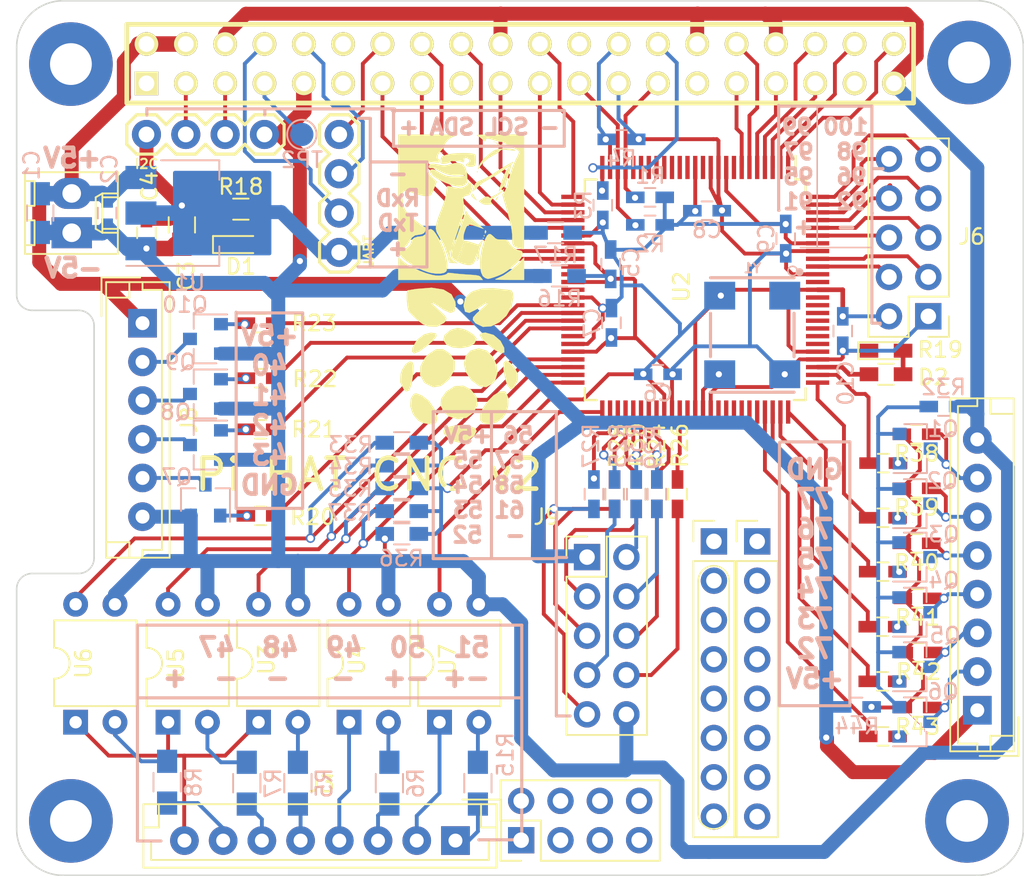
<source format=kicad_pcb>
(kicad_pcb (version 20171130) (host pcbnew "(5.1.0)-1")
  (layers (0 F.Cu signal) (31 B.Cu signal) (34 B.Paste user) (35 F.Paste user) (36 B.SilkS user) (37 F.SilkS user) (38 B.Mask user) (39 F.Mask user) (44 Edge.Cuts user))
  (net 0 "")
  (net 1 GND)
  (net 2 +5V)
  (net 3 +3V3)
  (net 4 /CLK)
  (net 5 /TDI)
  (net 6 /TMS)
  (net 7 /TCK)
  (net 8 /TDO)
  (net 9 /CE2)
  (net 10 /MOSI)
  (net 11 /MISO)
  (net 12 /SCLK)
  (net 13 "Net-(J3-Pad1)")
  (net 14 "Net-(J3-Pad2)")
  (net 15 "Net-(J3-Pad3)")
  (net 16 "Net-(J3-Pad4)")
  (net 17 "Net-(J3-Pad5)")
  (net 18 "Net-(J3-Pad6)")
  (net 19 "Net-(J3-Pad7)")
  (net 20 "Net-(J3-Pad8)")
  (net 21 "Net-(R5-Pad2)")
  (net 22 "Net-(R6-Pad2)")
  (net 23 "Net-(R7-Pad2)")
  (net 24 "Net-(R8-Pad2)")
  (net 25 "Net-(Q1-Pad1)")
  (net 26 "Net-(J4-Pad7)")
  (net 27 "Net-(Q2-Pad1)")
  (net 28 "Net-(J4-Pad6)")
  (net 29 "Net-(Q3-Pad1)")
  (net 30 "Net-(J4-Pad5)")
  (net 31 "Net-(Q4-Pad1)")
  (net 32 "Net-(J4-Pad4)")
  (net 33 "Net-(Q5-Pad1)")
  (net 34 "Net-(J4-Pad3)")
  (net 35 "Net-(Q6-Pad1)")
  (net 36 "Net-(J4-Pad2)")
  (net 37 "Net-(R15-Pad2)")
  (net 38 +3.3VA)
  (net 39 /D5)
  (net 40 /D4)
  (net 41 /D3)
  (net 42 /D2)
  (net 43 /D1)
  (net 44 /D0)
  (net 45 GNDA)
  (net 46 /B1)
  (net 47 /B2)
  (net 48 /B0)
  (net 49 /TXD)
  (net 50 /RXD)
  (net 51 /GNDR)
  (net 52 "Net-(J6-Pad3)")
  (net 53 "Net-(J6-Pad4)")
  (net 54 "Net-(J6-Pad5)")
  (net 55 "Net-(J6-Pad6)")
  (net 56 "Net-(J6-Pad7)")
  (net 57 "Net-(J6-Pad8)")
  (net 58 /LED)
  (net 59 "Net-(D1-Pad2)")
  (net 60 "Net-(D2-Pad2)")
  (net 61 /C3)
  (net 62 /C1)
  (net 63 /C4)
  (net 64 /C2)
  (net 65 /SDA)
  (net 66 /SCL)
  (net 67 /C7)
  (net 68 /C6)
  (net 69 /C5)
  (net 70 "Net-(J8-Pad2)")
  (net 71 "Net-(J8-Pad3)")
  (net 72 "Net-(J8-Pad4)")
  (net 73 "Net-(J8-Pad5)")
  (net 74 "Net-(Q7-Pad1)")
  (net 75 "Net-(Q8-Pad1)")
  (net 76 "Net-(Q9-Pad1)")
  (net 77 "Net-(Q10-Pad1)")
  (net 78 "Net-(J2-Pad7)")
  (net 79 /D9)
  (net 80 /D8)
  (net 81 /D7)
  (net 82 /D6)
  (net 83 /I2)
  (net 84 /I3)
  (net 85 /I1)
  (net 86 /I0)
  (net 87 /I4)
  (net 88 "Net-(J9-Pad2)")
  (net 89 "Net-(J9-Pad3)")
  (net 90 "Net-(J9-Pad4)")
  (net 91 "Net-(J9-Pad5)")
  (net 92 "Net-(J9-Pad6)")
  (net 93 "Net-(J9-Pad7)")
  (net 94 "Net-(J9-Pad8)")
  (net 95 "Net-(J9-Pad9)")
  (net 96 /A4)
  (net 97 /A5)
  (net 98 /A6)
  (net 99 /A7)
  (net 100 /A3)
  (net 101 /A2)
  (net 102 /A1)
  (net 103 /A0)
  (net 104 "Net-(Q1-Pad2)")
  (net 105 "Net-(J6-Pad9)")
  (net 106 "Net-(J6-Pad10)")
  (net 107 "Net-(R38-Pad2)")
  (module TO_SOT_Packages_SMD:SOT-23 (layer B.Cu) (at 130.3782 99.187)
    (fp_text reference Q4 (at 1.8796 -2.0574) (layer B.SilkS) (effects (justify mirror)))
    (fp_text value BC817 hide)
    (pad 1 smd rect (at -1 0.95) (size 0.9 0.8) (layers B.Cu B.Paste B.Mask) (net 31 "Net-(Q4-Pad1)"))
    (pad 2 smd rect (at -1 -0.95) (size 0.9 0.8) (layers B.Cu B.Paste B.Mask) (net 104 "Net-(Q1-Pad2)"))
    (pad 3 smd rect (at 1 0) (size 0.9 0.8) (layers B.Cu B.Paste B.Mask) (net 32 "Net-(J4-Pad4)"))
  )
  (module Capacitors_SMD:C_0603_HandSoldering (layer B.Cu) (at 111.4425 68.6435)
    (fp_text reference R4 (at 0 1.25) (layer B.SilkS) (effects (justify mirror)))
    (fp_text value 10k)
    (pad 2 smd rect (at 0.95 0) (size 1.2 0.75) (layers B.Cu B.Paste B.Mask) (net 45 GNDA))
    (pad 1 smd rect (at -0.95 0) (size 1.2 0.75) (layers B.Cu B.Paste B.Mask) (net 7 /TCK))
  )
  (module Capacitors_SMD:C_0603_HandSoldering (layer B.Cu) (at 110.236 72.898 270)
    (fp_text reference R3 (at 0 1.25 270) (layer B.SilkS) (effects (justify mirror)))
    (fp_text value 10k)
    (pad 1 smd rect (at -0.95 0 270) (size 1.2 0.75) (layers B.Cu B.Paste B.Mask) (net 8 /TDO))
    (pad 2 smd rect (at 0.95 0 270) (size 1.2 0.75) (layers B.Cu B.Paste B.Mask) (net 38 +3.3VA))
  )
  (module Capacitors_SMD:C_0603_HandSoldering (layer B.Cu) (at 113.284 74.168)
    (fp_text reference R2 (at 0 1.25) (layer B.SilkS) (effects (justify mirror)))
    (fp_text value 10k)
    (pad 2 smd rect (at 0.95 0) (size 1.2 0.75) (layers B.Cu B.Paste B.Mask) (net 38 +3.3VA))
    (pad 1 smd rect (at -0.95 0) (size 1.2 0.75) (layers B.Cu B.Paste B.Mask) (net 5 /TDI))
  )
  (module Capacitors_SMD:C_0603_HandSoldering (layer B.Cu) (at 113.284 72.39)
    (fp_text reference R1 (at 0.0254 -1.397) (layer B.SilkS) (effects (justify mirror)))
    (fp_text value 10k)
    (pad 1 smd rect (at -0.95 0) (size 1.2 0.75) (layers B.Cu B.Paste B.Mask) (net 6 /TMS))
    (pad 2 smd rect (at 0.95 0) (size 1.2 0.75) (layers B.Cu B.Paste B.Mask) (net 38 +3.3VA))
  )
  (module Capacitors_SMD:C_0805_HandSoldering (layer B.Cu) (at 73.914 73.406 270)
    (fp_text reference C1 (at -3.0988 0.5588 270) (layer B.SilkS) (effects (justify mirror)))
    (fp_text value 10u)
    (pad 1 smd rect (at -1.25 0 270) (size 1.5 1.25) (layers B.Cu B.Paste B.Mask) (net 2 +5V))
    (pad 2 smd rect (at 1.25 0 270) (size 1.5 1.25) (layers B.Cu B.Paste B.Mask) (net 1 GND))
  )
  (module Capacitors_SMD:C_0603_HandSoldering (layer B.Cu) (at 78.232 73.406 270)
    (fp_text reference C2 (at -2.8448 -0.1524 270) (layer B.SilkS) (effects (justify mirror)))
    (fp_text value 0.1)
    (pad 1 smd rect (at -0.95 0 270) (size 1.2 0.75) (layers B.Cu B.Paste B.Mask) (net 2 +5V))
    (pad 2 smd rect (at 0.95 0 270) (size 1.2 0.75) (layers B.Cu B.Paste B.Mask) (net 1 GND))
  )
  (module Capacitors_SMD:C_0805_HandSoldering (layer F.Cu) (at 83.058 74.168 270)
    (fp_text reference C3 (at 3.302 -0.2794 270) (layer F.SilkS))
    (fp_text value 10.0)
    (pad 2 smd rect (at 1.25 0 270) (size 1.5 1.25) (layers F.Cu F.Paste F.Mask) (net 1 GND))
    (pad 1 smd rect (at -1.25 0 270) (size 1.5 1.25) (layers F.Cu F.Paste F.Mask) (net 3 +3V3))
  )
  (module Capacitors_SMD:C_0603_HandSoldering (layer F.Cu) (at 80.772 74.676 270)
    (fp_text reference C4 (at -2.9972 -0.2032 270) (layer F.SilkS))
    (fp_text value 0.1)
    (pad 2 smd rect (at 0.95 0 270) (size 1.2 0.75) (layers F.Cu F.Paste F.Mask) (net 1 GND))
    (pad 1 smd rect (at -0.95 0 270) (size 1.2 0.75) (layers F.Cu F.Paste F.Mask) (net 3 +3V3))
  )
  (module Capacitors_SMD:C_0603_HandSoldering (layer B.Cu) (at 110.744 76.708 270)
    (fp_text reference C5 (at -0.1016 -1.3208 270) (layer B.SilkS) (effects (justify mirror)))
    (fp_text value 0.1)
    (pad 1 smd rect (at -0.95 0 270) (size 1.2 0.75) (layers B.Cu B.Paste B.Mask) (net 38 +3.3VA))
    (pad 2 smd rect (at 0.95 0 270) (size 1.2 0.75) (layers B.Cu B.Paste B.Mask) (net 45 GNDA))
  )
  (module Capacitors_SMD:C_0603_HandSoldering (layer B.Cu) (at 113.792 83.82)
    (fp_text reference C6 (at 0 1.25) (layer B.SilkS) (effects (justify mirror)))
    (fp_text value 0.1)
    (pad 2 smd rect (at 0.95 0) (size 1.2 0.75) (layers B.Cu B.Paste B.Mask) (net 45 GNDA))
    (pad 1 smd rect (at -0.95 0) (size 1.2 0.75) (layers B.Cu B.Paste B.Mask) (net 38 +3.3VA))
  )
  (module Capacitors_SMD:C_0603_HandSoldering (layer B.Cu) (at 110.7948 80.4926 270)
    (fp_text reference C7 (at 0 1.25 270) (layer B.SilkS) (effects (justify mirror)))
    (fp_text value 0.1)
    (pad 1 smd rect (at -0.95 0 270) (size 1.2 0.75) (layers B.Cu B.Paste B.Mask) (net 38 +3.3VA))
    (pad 2 smd rect (at 0.95 0 270) (size 1.2 0.75) (layers B.Cu B.Paste B.Mask) (net 45 GNDA))
  )
  (module Capacitors_SMD:C_0603_HandSoldering (layer B.Cu) (at 116.967 73.2536)
    (fp_text reference C8 (at 0 1.25) (layer B.SilkS) (effects (justify mirror)))
    (fp_text value 0.1)
    (pad 2 smd rect (at 0.95 0) (size 1.2 0.75) (layers B.Cu B.Paste B.Mask) (net 45 GNDA))
    (pad 1 smd rect (at -0.95 0) (size 1.2 0.75) (layers B.Cu B.Paste B.Mask) (net 38 +3.3VA))
  )
  (module Connectors_Molex:Molex_KK-6410-02_02x2.54mm_Straight (layer F.Cu) (at 75.946 74.676 90)
    (fp_text reference J1 hide)
    (fp_text value CONN_02 hide)
    (pad 1 thru_hole rect (at 0 0 90) (size 2 2.6) (drill 1.2) (layers *.Cu *.Mask) (net 1 GND))
    (pad 2 thru_hole oval (at 2.54 0 90) (size 2 2.6) (drill 1.2) (layers *.Cu *.Mask) (net 2 +5V))
  )
  (module hat-design-lib:hat-PIN_ARRAY_20X2 (layer F.Cu) (at 104.902 63.754)
    (fp_text reference J2 hide)
    (fp_text value RPi_Hat-rescue_RPi_GPIO hide)
    (pad 1 thru_hole rect (at -24.13 1.27) (size 1.524 1.524) (drill 1.016) (layers *.Cu *.Mask F.SilkS))
    (pad 2 thru_hole circle (at -24.13 -1.27) (size 1.524 1.524) (drill 1.016) (layers *.Cu *.Mask F.SilkS) (net 2 +5V))
    (pad 11 thru_hole circle (at -11.43 1.27) (size 1.524 1.524) (drill 1.016) (layers *.Cu *.Mask F.SilkS))
    (pad 4 thru_hole circle (at -21.59 -1.27) (size 1.524 1.524) (drill 1.016) (layers *.Cu *.Mask F.SilkS) (net 2 +5V))
    (pad 13 thru_hole circle (at -8.89 1.27) (size 1.524 1.524) (drill 1.016) (layers *.Cu *.Mask F.SilkS) (net 67 /C7))
    (pad 6 thru_hole circle (at -19.05 -1.27) (size 1.524 1.524) (drill 1.016) (layers *.Cu *.Mask F.SilkS) (net 1 GND))
    (pad 15 thru_hole circle (at -6.35 1.27) (size 1.524 1.524) (drill 1.016) (layers *.Cu *.Mask F.SilkS) (net 68 /C6))
    (pad 8 thru_hole circle (at -16.51 -1.27) (size 1.524 1.524) (drill 1.016) (layers *.Cu *.Mask F.SilkS) (net 49 /TXD))
    (pad 17 thru_hole circle (at -3.81 1.27) (size 1.524 1.524) (drill 1.016) (layers *.Cu *.Mask F.SilkS))
    (pad 10 thru_hole circle (at -13.97 -1.27) (size 1.524 1.524) (drill 1.016) (layers *.Cu *.Mask F.SilkS) (net 50 /RXD))
    (pad 19 thru_hole circle (at -1.27 1.27) (size 1.524 1.524) (drill 1.016) (layers *.Cu *.Mask F.SilkS) (net 61 /C3))
    (pad 12 thru_hole circle (at -11.43 -1.27) (size 1.524 1.524) (drill 1.016) (layers *.Cu *.Mask F.SilkS))
    (pad 21 thru_hole circle (at 1.27 1.27) (size 1.524 1.524) (drill 1.016) (layers *.Cu *.Mask F.SilkS) (net 62 /C1))
    (pad 14 thru_hole circle (at -8.89 -1.27) (size 1.524 1.524) (drill 1.016) (layers *.Cu *.Mask F.SilkS) (net 51 /GNDR))
    (pad 23 thru_hole circle (at 3.81 1.27) (size 1.524 1.524) (drill 1.016) (layers *.Cu *.Mask F.SilkS) (net 5 /TDI))
    (pad 16 thru_hole circle (at -6.35 -1.27) (size 1.524 1.524) (drill 1.016) (layers *.Cu *.Mask F.SilkS) (net 69 /C5))
    (pad 25 thru_hole circle (at 6.35 1.27) (size 1.524 1.524) (drill 1.016) (layers *.Cu *.Mask F.SilkS) (net 45 GNDA))
    (pad 18 thru_hole circle (at -3.81 -1.27) (size 1.524 1.524) (drill 1.016) (layers *.Cu *.Mask F.SilkS) (net 63 /C4))
    (pad 27 thru_hole circle (at 8.89 1.27) (size 1.524 1.524) (drill 1.016) (layers *.Cu *.Mask F.SilkS) (net 6 /TMS))
    (pad 20 thru_hole circle (at -1.27 -1.27) (size 1.524 1.524) (drill 1.016) (layers *.Cu *.Mask F.SilkS) (net 1 GND))
    (pad 29 thru_hole circle (at 11.43 1.27) (size 1.524 1.524) (drill 1.016) (layers *.Cu *.Mask F.SilkS))
    (pad 22 thru_hole circle (at 1.27 -1.27) (size 1.524 1.524) (drill 1.016) (layers *.Cu *.Mask F.SilkS) (net 64 /C2))
    (pad 31 thru_hole circle (at 13.97 1.27) (size 1.524 1.524) (drill 1.016) (layers *.Cu *.Mask F.SilkS) (net 46 /B1))
    (pad 24 thru_hole circle (at 3.81 -1.27) (size 1.524 1.524) (drill 1.016) (layers *.Cu *.Mask F.SilkS))
    (pad 26 thru_hole circle (at 6.35 -1.27) (size 1.524 1.524) (drill 1.016) (layers *.Cu *.Mask F.SilkS) (net 7 /TCK))
    (pad 33 thru_hole circle (at 16.51 1.27) (size 1.524 1.524) (drill 1.016) (layers *.Cu *.Mask F.SilkS) (net 47 /B2))
    (pad 28 thru_hole circle (at 8.89 -1.27) (size 1.524 1.524) (drill 1.016) (layers *.Cu *.Mask F.SilkS) (net 8 /TDO))
    (pad 32 thru_hole circle (at 13.97 -1.27) (size 1.524 1.524) (drill 1.016) (layers *.Cu *.Mask F.SilkS) (net 48 /B0))
    (pad 34 thru_hole circle (at 16.51 -1.27) (size 1.524 1.524) (drill 1.016) (layers *.Cu *.Mask F.SilkS) (net 1 GND))
    (pad 36 thru_hole circle (at 19.05 -1.27) (size 1.524 1.524) (drill 1.016) (layers *.Cu *.Mask F.SilkS) (net 9 /CE2))
    (pad 38 thru_hole circle (at 21.59 -1.27) (size 1.524 1.524) (drill 1.016) (layers *.Cu *.Mask F.SilkS) (net 10 /MOSI))
    (pad 35 thru_hole circle (at 19.05 1.27) (size 1.524 1.524) (drill 1.016) (layers *.Cu *.Mask F.SilkS) (net 11 /MISO))
    (pad 37 thru_hole circle (at 21.59 1.27) (size 1.524 1.524) (drill 1.016) (layers *.Cu *.Mask F.SilkS))
    (pad 3 thru_hole circle (at -21.59 1.27) (size 1.524 1.524) (drill 1.016) (layers *.Cu *.Mask F.SilkS) (net 65 /SDA))
    (pad 5 thru_hole circle (at -19.05 1.27) (size 1.524 1.524) (drill 1.016) (layers *.Cu *.Mask F.SilkS) (net 66 /SCL))
    (pad 7 thru_hole circle (at -16.51 1.27) (size 1.524 1.524) (drill 1.016) (layers *.Cu *.Mask F.SilkS) (net 78 "Net-(J2-Pad7)"))
    (pad 9 thru_hole circle (at -13.97 1.27) (size 1.524 1.524) (drill 1.016) (layers *.Cu *.Mask F.SilkS) (net 1 GND))
    (pad 39 thru_hole circle (at 24.13 1.27) (size 1.524 1.524) (drill 1.016) (layers *.Cu *.Mask F.SilkS) (net 1 GND))
    (pad 40 thru_hole circle (at 24.13 -1.27) (size 1.524 1.524) (drill 1.016) (layers *.Cu *.Mask F.SilkS) (net 12 /SCLK))
    (pad 30 thru_hole circle (at 11.43 -1.27) (size 1.524 1.524) (drill 1.016) (layers *.Cu *.Mask F.SilkS) (net 1 GND))
  )
  (module Housings_QFP:LQFP-100_14x14mm_Pitch0.5mm (layer F.Cu) (at 116.205 78.359 270)
    (fp_text reference U2 (at -0.1905 0.889 270) (layer F.SilkS))
    (fp_text value EPM570T100 hide)
    (pad 1 smd rect (at -7.9 -6 270) (size 1.5 0.28) (layers F.Cu F.Paste F.Mask) (net 12 /SCLK))
    (pad 2 smd rect (at -7.9 -5.5 270) (size 1.5 0.28) (layers F.Cu F.Paste F.Mask) (net 10 /MOSI))
    (pad 3 smd rect (at -7.9 -5 270) (size 1.5 0.28) (layers F.Cu F.Paste F.Mask) (net 11 /MISO))
    (pad 4 smd rect (at -7.9 -4.5 270) (size 1.5 0.28) (layers F.Cu F.Paste F.Mask) (net 9 /CE2))
    (pad 5 smd rect (at -7.9 -4 270) (size 1.5 0.28) (layers F.Cu F.Paste F.Mask) (net 47 /B2))
    (pad 6 smd rect (at -7.9 -3.5 270) (size 1.5 0.28) (layers F.Cu F.Paste F.Mask) (net 48 /B0))
    (pad 7 smd rect (at -7.9 -3 270) (size 1.5 0.28) (layers F.Cu F.Paste F.Mask) (net 46 /B1))
    (pad 8 smd rect (at -7.9 -2.5 270) (size 1.5 0.28) (layers F.Cu F.Paste F.Mask))
    (pad 9 smd rect (at -7.9 -2 270) (size 1.5 0.28) (layers F.Cu F.Paste F.Mask) (net 38 +3.3VA))
    (pad 10 smd rect (at -7.9 -1.5 270) (size 1.5 0.28) (layers F.Cu F.Paste F.Mask) (net 45 GNDA))
    (pad 11 smd rect (at -7.9 -1 270) (size 1.5 0.28) (layers F.Cu F.Paste F.Mask) (net 45 GNDA))
    (pad 12 smd rect (at -7.9 -0.5 270) (size 1.5 0.28) (layers F.Cu F.Paste F.Mask))
    (pad 13 smd rect (at -7.9 0 270) (size 1.5 0.28) (layers F.Cu F.Paste F.Mask) (net 38 +3.3VA))
    (pad 14 smd rect (at -7.9 0.5 270) (size 1.5 0.28) (layers F.Cu F.Paste F.Mask))
    (pad 15 smd rect (at -7.9 1 270) (size 1.5 0.28) (layers F.Cu F.Paste F.Mask))
    (pad 16 smd rect (at -7.9 1.5 270) (size 1.5 0.28) (layers F.Cu F.Paste F.Mask))
    (pad 17 smd rect (at -7.9 2 270) (size 1.5 0.28) (layers F.Cu F.Paste F.Mask))
    (pad 18 smd rect (at -7.9 2.5 270) (size 1.5 0.28) (layers F.Cu F.Paste F.Mask))
    (pad 19 smd rect (at -7.9 3 270) (size 1.5 0.28) (layers F.Cu F.Paste F.Mask))
    (pad 20 smd rect (at -7.9 3.5 270) (size 1.5 0.28) (layers F.Cu F.Paste F.Mask))
    (pad 21 smd rect (at -7.9 4 270) (size 1.5 0.28) (layers F.Cu F.Paste F.Mask))
    (pad 22 smd rect (at -7.9 4.5 270) (size 1.5 0.28) (layers F.Cu F.Paste F.Mask) (net 6 /TMS))
    (pad 23 smd rect (at -7.9 5 270) (size 1.5 0.28) (layers F.Cu F.Paste F.Mask) (net 5 /TDI))
    (pad 24 smd rect (at -7.9 5.5 270) (size 1.5 0.28) (layers F.Cu F.Paste F.Mask) (net 7 /TCK))
    (pad 25 smd rect (at -7.9 6 270) (size 1.5 0.28) (layers F.Cu F.Paste F.Mask) (net 8 /TDO))
    (pad 26 smd rect (at -6 7.9) (size 1.5 0.28) (layers F.Cu F.Paste F.Mask) (net 64 /C2))
    (pad 27 smd rect (at -5.5 7.9) (size 1.5 0.28) (layers F.Cu F.Paste F.Mask) (net 62 /C1))
    (pad 28 smd rect (at -5 7.9) (size 1.5 0.28) (layers F.Cu F.Paste F.Mask) (net 61 /C3))
    (pad 29 smd rect (at -4.5 7.9) (size 1.5 0.28) (layers F.Cu F.Paste F.Mask) (net 63 /C4))
    (pad 30 smd rect (at -4 7.9) (size 1.5 0.28) (layers F.Cu F.Paste F.Mask) (net 69 /C5))
    (pad 31 smd rect (at -3.5 7.9) (size 1.5 0.28) (layers F.Cu F.Paste F.Mask) (net 38 +3.3VA))
    (pad 32 smd rect (at -3 7.9) (size 1.5 0.28) (layers F.Cu F.Paste F.Mask) (net 45 GNDA))
    (pad 33 smd rect (at -2.5 7.9) (size 1.5 0.28) (layers F.Cu F.Paste F.Mask) (net 68 /C6))
    (pad 34 smd rect (at -2 7.9) (size 1.5 0.28) (layers F.Cu F.Paste F.Mask) (net 67 /C7))
    (pad 35 smd rect (at -1.5 7.9) (size 1.5 0.28) (layers F.Cu F.Paste F.Mask))
    (pad 36 smd rect (at -1 7.9) (size 1.5 0.28) (layers F.Cu F.Paste F.Mask))
    (pad 37 smd rect (at -0.5 7.9) (size 1.5 0.28) (layers F.Cu F.Paste F.Mask) (net 45 GNDA))
    (pad 38 smd rect (at 0 7.9) (size 1.5 0.28) (layers F.Cu F.Paste F.Mask))
    (pad 39 smd rect (at 0.5 7.9) (size 1.5 0.28) (layers F.Cu F.Paste F.Mask) (net 38 +3.3VA))
    (pad 40 smd rect (at 1 7.9) (size 1.5 0.28) (layers F.Cu F.Paste F.Mask) (net 82 /D6))
    (pad 41 smd rect (at 1.5 7.9) (size 1.5 0.28) (layers F.Cu F.Paste F.Mask) (net 81 /D7))
    (pad 42 smd rect (at 2 7.9) (size 1.5 0.28) (layers F.Cu F.Paste F.Mask) (net 80 /D8))
    (pad 43 smd rect (at 2.5 7.9) (size 1.5 0.28) (layers F.Cu F.Paste F.Mask) (net 79 /D9))
    (pad 44 smd rect (at 3 7.9) (size 1.5 0.28) (layers F.Cu F.Paste F.Mask))
    (pad 45 smd rect (at 3.5 7.9) (size 1.5 0.28) (layers F.Cu F.Paste F.Mask) (net 38 +3.3VA))
    (pad 46 smd rect (at 4 7.9) (size 1.5 0.28) (layers F.Cu F.Paste F.Mask) (net 45 GNDA))
    (pad 47 smd rect (at 4.5 7.9) (size 1.5 0.28) (layers F.Cu F.Paste F.Mask) (net 86 /I0))
    (pad 48 smd rect (at 5 7.9) (size 1.5 0.28) (layers F.Cu F.Paste F.Mask) (net 85 /I1))
    (pad 49 smd rect (at 5.5 7.9) (size 1.5 0.28) (layers F.Cu F.Paste F.Mask) (net 83 /I2))
    (pad 50 smd rect (at 6 7.9) (size 1.5 0.28) (layers F.Cu F.Paste F.Mask) (net 84 /I3))
    (pad 51 smd rect (at 7.9 6 270) (size 1.5 0.28) (layers F.Cu F.Paste F.Mask) (net 87 /I4))
    (pad 52 smd rect (at 7.9 5.5 270) (size 1.5 0.28) (layers F.Cu F.Paste F.Mask) (net 99 /A7))
    (pad 53 smd rect (at 7.9 5 270) (size 1.5 0.28) (layers F.Cu F.Paste F.Mask) (net 97 /A5))
    (pad 54 smd rect (at 7.9 4.5 270) (size 1.5 0.28) (layers F.Cu F.Paste F.Mask) (net 100 /A3))
    (pad 55 smd rect (at 7.9 4 270) (size 1.5 0.28) (layers F.Cu F.Paste F.Mask) (net 102 /A1))
    (pad 56 smd rect (at 7.9 3.5 270) (size 1.5 0.28) (layers F.Cu F.Paste F.Mask) (net 103 /A0))
    (pad 57 smd rect (at 7.9 3 270) (size 1.5 0.28) (layers F.Cu F.Paste F.Mask) (net 101 /A2))
    (pad 58 smd rect (at 7.9 2.5 270) (size 1.5 0.28) (layers F.Cu F.Paste F.Mask) (net 96 /A4))
    (pad 59 smd rect (at 7.9 2 270) (size 1.5 0.28) (layers F.Cu F.Paste F.Mask) (net 38 +3.3VA))
    (pad 60 smd rect (at 7.9 1.5 270) (size 1.5 0.28) (layers F.Cu F.Paste F.Mask) (net 45 GNDA))
    (pad 61 smd rect (at 7.9 1 270) (size 1.5 0.28) (layers F.Cu F.Paste F.Mask) (net 98 /A6))
    (pad 62 smd rect (at 7.9 0.5 270) (size 1.5 0.28) (layers F.Cu F.Paste F.Mask))
    (pad 63 smd rect (at 7.9 0 270) (size 1.5 0.28) (layers F.Cu F.Paste F.Mask) (net 38 +3.3VA))
    (pad 64 smd rect (at 7.9 -0.5 270) (size 1.5 0.28) (layers F.Cu F.Paste F.Mask) (net 4 /CLK))
    (pad 65 smd rect (at 7.9 -1 270) (size 1.5 0.28) (layers F.Cu F.Paste F.Mask) (net 45 GNDA))
    (pad 66 smd rect (at 7.9 -1.5 270) (size 1.5 0.28) (layers F.Cu F.Paste F.Mask))
    (pad 67 smd rect (at 7.9 -2 270) (size 1.5 0.28) (layers F.Cu F.Paste F.Mask))
    (pad 68 smd rect (at 7.9 -2.5 270) (size 1.5 0.28) (layers F.Cu F.Paste F.Mask))
    (pad 69 smd rect (at 7.9 -3 270) (size 1.5 0.28) (layers F.Cu F.Paste F.Mask))
    (pad 70 smd rect (at 7.9 -3.5 270) (size 1.5 0.28) (layers F.Cu F.Paste F.Mask))
    (pad 71 smd rect (at 7.9 -4 270) (size 1.5 0.28) (layers F.Cu F.Paste F.Mask))
    (pad 72 smd rect (at 7.9 -4.5 270) (size 1.5 0.28) (layers F.Cu F.Paste F.Mask) (net 44 /D0))
    (pad 73 smd rect (at 7.9 -5 270) (size 1.5 0.28) (layers F.Cu F.Paste F.Mask) (net 43 /D1))
    (pad 74 smd rect (at 7.9 -5.5 270) (size 1.5 0.28) (layers F.Cu F.Paste F.Mask) (net 42 /D2))
    (pad 75 smd rect (at 7.9 -6 270) (size 1.5 0.28) (layers F.Cu F.Paste F.Mask) (net 41 /D3))
    (pad 76 smd rect (at 6 -7.9) (size 1.5 0.28) (layers F.Cu F.Paste F.Mask) (net 40 /D4))
    (pad 77 smd rect (at 5.5 -7.9) (size 1.5 0.28) (layers F.Cu F.Paste F.Mask) (net 39 /D5))
    (pad 78 smd rect (at 5 -7.9) (size 1.5 0.28) (layers F.Cu F.Paste F.Mask) (net 58 /LED))
    (pad 79 smd rect (at 4.5 -7.9) (size 1.5 0.28) (layers F.Cu F.Paste F.Mask) (net 45 GNDA))
    (pad 80 smd rect (at 4 -7.9) (size 1.5 0.28) (layers F.Cu F.Paste F.Mask) (net 38 +3.3VA))
    (pad 81 smd rect (at 3.5 -7.9) (size 1.5 0.28) (layers F.Cu F.Paste F.Mask))
    (pad 82 smd rect (at 3 -7.9) (size 1.5 0.28) (layers F.Cu F.Paste F.Mask))
    (pad 83 smd rect (at 2.5 -7.9) (size 1.5 0.28) (layers F.Cu F.Paste F.Mask))
    (pad 84 smd rect (at 2 -7.9) (size 1.5 0.28) (layers F.Cu F.Paste F.Mask))
    (pad 85 smd rect (at 1.5 -7.9) (size 1.5 0.28) (layers F.Cu F.Paste F.Mask))
    (pad 86 smd rect (at 1 -7.9) (size 1.5 0.28) (layers F.Cu F.Paste F.Mask))
    (pad 87 smd rect (at 0.5 -7.9) (size 1.5 0.28) (layers F.Cu F.Paste F.Mask))
    (pad 88 smd rect (at 0 -7.9) (size 1.5 0.28) (layers F.Cu F.Paste F.Mask) (net 38 +3.3VA))
    (pad 89 smd rect (at -0.5 -7.9) (size 1.5 0.28) (layers F.Cu F.Paste F.Mask))
    (pad 90 smd rect (at -1 -7.9) (size 1.5 0.28) (layers F.Cu F.Paste F.Mask) (net 45 GNDA))
    (pad 91 smd rect (at -1.5 -7.9) (size 1.5 0.28) (layers F.Cu F.Paste F.Mask) (net 53 "Net-(J6-Pad4)"))
    (pad 92 smd rect (at -2 -7.9) (size 1.5 0.28) (layers F.Cu F.Paste F.Mask) (net 52 "Net-(J6-Pad3)"))
    (pad 93 smd rect (at -2.5 -7.9) (size 1.5 0.28) (layers F.Cu F.Paste F.Mask) (net 45 GNDA))
    (pad 94 smd rect (at -3 -7.9) (size 1.5 0.28) (layers F.Cu F.Paste F.Mask) (net 38 +3.3VA))
    (pad 95 smd rect (at -3.5 -7.9) (size 1.5 0.28) (layers F.Cu F.Paste F.Mask) (net 55 "Net-(J6-Pad6)"))
    (pad 96 smd rect (at -4 -7.9) (size 1.5 0.28) (layers F.Cu F.Paste F.Mask) (net 54 "Net-(J6-Pad5)"))
    (pad 97 smd rect (at -4.5 -7.9) (size 1.5 0.28) (layers F.Cu F.Paste F.Mask) (net 57 "Net-(J6-Pad8)"))
    (pad 98 smd rect (at -5 -7.9) (size 1.5 0.28) (layers F.Cu F.Paste F.Mask) (net 56 "Net-(J6-Pad7)"))
    (pad 99 smd rect (at -5.5 -7.9) (size 1.5 0.28) (layers F.Cu F.Paste F.Mask) (net 106 "Net-(J6-Pad10)"))
    (pad 100 smd rect (at -6 -7.9) (size 1.5 0.28) (layers F.Cu F.Paste F.Mask) (net 105 "Net-(J6-Pad9)"))
  )
  (module Clocks:OSCILLATOR-SMD-7X5-4PAD (layer B.Cu) (at 119.888 81.28 270)
    (fp_text reference Y1 (at -4.318 0 180) (layer B.SilkS) (effects (font (size 0.6096 0.6096) (thickness 0.127)) (justify mirror)))
    (fp_text value OSCILLATORSMD-7X5-4PAD hide)
    (pad 1 smd rect (at -2.54 -2.0955 180) (size 1.99898 1.79832) (layers B.Cu B.Paste B.Mask))
    (pad 2 smd rect (at 2.54 -2.0955 180) (size 1.99898 1.79832) (layers B.Cu B.Paste B.Mask) (net 45 GNDA))
    (pad 3 smd rect (at 2.54 2.10312 180) (size 1.99898 1.79832) (layers B.Cu B.Paste B.Mask) (net 4 /CLK))
    (pad 4 smd rect (at -2.54 2.10312 180) (size 1.99898 1.79832) (layers B.Cu B.Paste B.Mask) (net 38 +3.3VA))
  )
  (module Capacitors_SMD:C_0603_HandSoldering (layer B.Cu) (at 122.047 75.057 270)
    (fp_text reference C9 (at 0 1.25 270) (layer B.SilkS) (effects (justify mirror)))
    (fp_text value 0.1)
    (pad 1 smd rect (at -0.95 0 270) (size 1.2 0.75) (layers B.Cu B.Paste B.Mask) (net 38 +3.3VA))
    (pad 2 smd rect (at 0.95 0 270) (size 1.2 0.75) (layers B.Cu B.Paste B.Mask) (net 45 GNDA))
  )
  (module MountingHole:MountingHole_2.7mm_Pad (layer F.Cu) (at 75.8952 63.7794)
    (fp_text reference MK1 hide)
    (fp_text value " " hide)
    (pad 1 thru_hole circle (at 0 0) (size 5.4 5.4) (drill 2.7) (layers *.Cu *.Mask))
  )
  (module MountingHole:MountingHole_2.7mm_Pad (layer F.Cu) (at 133.8834 63.6778)
    (fp_text reference MK2 hide)
    (fp_text value " " hide)
    (pad 1 thru_hole circle (at 0 0) (size 5.4 5.4) (drill 2.7) (layers *.Cu *.Mask))
  )
  (module MountingHole:MountingHole_2.7mm_Pad (layer F.Cu) (at 75.8952 112.6744)
    (fp_text reference MK3 hide)
    (fp_text value " " hide)
    (pad 1 thru_hole circle (at 0 0) (size 5.4 5.4) (drill 2.7) (layers *.Cu *.Mask))
  )
  (module MountingHole:MountingHole_2.7mm_Pad (layer F.Cu) (at 133.7564 112.6744)
    (fp_text reference MK4 hide)
    (fp_text value " " hide)
    (pad 1 thru_hole circle (at 0 0) (size 5.4 5.4) (drill 2.7) (layers *.Cu *.Mask))
  )
  (module Connectors_JST:JST_EH_B08B-EH-A_08x2.50mm_Straight (layer F.Cu) (at 100.7237 113.9444 180)
    (fp_text reference J3 (at 8.6487 3.6449 180) (layer F.SilkS))
    (fp_text value " ")
    (pad 1 thru_hole rect (at 0 0 180) (size 1.85 1.85) (drill 0.9) (layers *.Cu *.Mask) (net 13 "Net-(J3-Pad1)"))
    (pad 2 thru_hole circle (at 2.5 0 180) (size 1.85 1.85) (drill 0.9) (layers *.Cu *.Mask) (net 14 "Net-(J3-Pad2)"))
    (pad 3 thru_hole circle (at 5 0 180) (size 1.85 1.85) (drill 0.9) (layers *.Cu *.Mask) (net 15 "Net-(J3-Pad3)"))
    (pad 4 thru_hole circle (at 7.5 0 180) (size 1.85 1.85) (drill 0.9) (layers *.Cu *.Mask) (net 16 "Net-(J3-Pad4)"))
    (pad 5 thru_hole circle (at 10 0 180) (size 1.85 1.85) (drill 0.9) (layers *.Cu *.Mask) (net 17 "Net-(J3-Pad5)"))
    (pad 6 thru_hole circle (at 12.5 0 180) (size 1.85 1.85) (drill 0.9) (layers *.Cu *.Mask) (net 18 "Net-(J3-Pad6)"))
    (pad 7 thru_hole circle (at 15 0 180) (size 1.85 1.85) (drill 0.9) (layers *.Cu *.Mask) (net 19 "Net-(J3-Pad7)"))
    (pad 8 thru_hole circle (at 17.5 0 180) (size 1.85 1.85) (drill 0.9) (layers *.Cu *.Mask) (net 20 "Net-(J3-Pad8)"))
  )
  (module Resistors_SMD:R_0805_HandSoldering (layer B.Cu) (at 90.551 110.236 90)
    (fp_text reference R5 (at 0 1.7 90) (layer B.SilkS) (effects (justify mirror)))
    (fp_text value 1k)
    (pad 1 smd rect (at -1.35 0 90) (size 1.5 1.3) (layers B.Cu B.Paste B.Mask) (net 17 "Net-(J3-Pad5)"))
    (pad 2 smd rect (at 1.35 0 90) (size 1.5 1.3) (layers B.Cu B.Paste B.Mask) (net 21 "Net-(R5-Pad2)"))
  )
  (module Resistors_SMD:R_0805_HandSoldering (layer B.Cu) (at 96.4565 110.236 90)
    (fp_text reference R6 (at 0 1.7 90) (layer B.SilkS) (effects (justify mirror)))
    (fp_text value 1k)
    (pad 1 smd rect (at -1.35 0 90) (size 1.5 1.3) (layers B.Cu B.Paste B.Mask) (net 15 "Net-(J3-Pad3)"))
    (pad 2 smd rect (at 1.35 0 90) (size 1.5 1.3) (layers B.Cu B.Paste B.Mask) (net 22 "Net-(R6-Pad2)"))
  )
  (module Resistors_SMD:R_0805_HandSoldering (layer B.Cu) (at 87.249 110.236 90)
    (fp_text reference R7 (at 0 1.7 90) (layer B.SilkS) (effects (justify mirror)))
    (fp_text value 1k)
    (pad 1 smd rect (at -1.35 0 90) (size 1.5 1.3) (layers B.Cu B.Paste B.Mask) (net 18 "Net-(J3-Pad6)"))
    (pad 2 smd rect (at 1.35 0 90) (size 1.5 1.3) (layers B.Cu B.Paste B.Mask) (net 23 "Net-(R7-Pad2)"))
  )
  (module Resistors_SMD:R_0805_HandSoldering (layer B.Cu) (at 82.1055 110.1725 90)
    (fp_text reference R8 (at 0 1.7 90) (layer B.SilkS) (effects (justify mirror)))
    (fp_text value 1k)
    (pad 1 smd rect (at -1.35 0 90) (size 1.5 1.3) (layers B.Cu B.Paste B.Mask) (net 19 "Net-(J3-Pad7)"))
    (pad 2 smd rect (at 1.35 0 90) (size 1.5 1.3) (layers B.Cu B.Paste B.Mask) (net 24 "Net-(R8-Pad2)"))
  )
  (module Housings_DIP:DIP-4_W7.62mm (layer F.Cu) (at 88.011 106.299 90)
    (fp_text reference U3 (at 4.064 0.508 90) (layer F.SilkS))
    (fp_text value PC817)
    (pad 1 thru_hole rect (at 0 0 90) (size 1.6 1.6) (drill 0.8) (layers *.Cu *.Mask) (net 20 "Net-(J3-Pad8)"))
    (pad 3 thru_hole oval (at 7.62 2.54 90) (size 1.6 1.6) (drill 0.8) (layers *.Cu *.Mask) (net 1 GND))
    (pad 2 thru_hole oval (at 0 2.54 90) (size 1.6 1.6) (drill 0.8) (layers *.Cu *.Mask) (net 21 "Net-(R5-Pad2)"))
    (pad 4 thru_hole oval (at 7.62 0 90) (size 1.6 1.6) (drill 0.8) (layers *.Cu *.Mask) (net 83 /I2))
  )
  (module Housings_DIP:DIP-4_W7.62mm (layer F.Cu) (at 93.853 106.299 90)
    (fp_text reference U4 (at 4.064 0.508 90) (layer F.SilkS))
    (fp_text value PC817)
    (pad 1 thru_hole rect (at 0 0 90) (size 1.6 1.6) (drill 0.8) (layers *.Cu *.Mask) (net 16 "Net-(J3-Pad4)"))
    (pad 3 thru_hole oval (at 7.62 2.54 90) (size 1.6 1.6) (drill 0.8) (layers *.Cu *.Mask) (net 1 GND))
    (pad 2 thru_hole oval (at 0 2.54 90) (size 1.6 1.6) (drill 0.8) (layers *.Cu *.Mask) (net 22 "Net-(R6-Pad2)"))
    (pad 4 thru_hole oval (at 7.62 0 90) (size 1.6 1.6) (drill 0.8) (layers *.Cu *.Mask) (net 84 /I3))
  )
  (module Housings_DIP:DIP-4_W7.62mm (layer F.Cu) (at 82.169 106.299 90)
    (fp_text reference U5 (at 3.81 0.508 90) (layer F.SilkS))
    (fp_text value PC817)
    (pad 1 thru_hole rect (at 0 0 90) (size 1.6 1.6) (drill 0.8) (layers *.Cu *.Mask) (net 20 "Net-(J3-Pad8)"))
    (pad 3 thru_hole oval (at 7.62 2.54 90) (size 1.6 1.6) (drill 0.8) (layers *.Cu *.Mask) (net 1 GND))
    (pad 2 thru_hole oval (at 0 2.54 90) (size 1.6 1.6) (drill 0.8) (layers *.Cu *.Mask) (net 23 "Net-(R7-Pad2)"))
    (pad 4 thru_hole oval (at 7.62 0 90) (size 1.6 1.6) (drill 0.8) (layers *.Cu *.Mask) (net 85 /I1))
  )
  (module Housings_DIP:DIP-4_W7.62mm (layer F.Cu) (at 76.2 106.299 90)
    (fp_text reference U6 (at 3.81 0.508 90) (layer F.SilkS))
    (fp_text value PC817 hide)
    (pad 1 thru_hole rect (at 0 0 90) (size 1.6 1.6) (drill 0.8) (layers *.Cu *.Mask) (net 20 "Net-(J3-Pad8)"))
    (pad 3 thru_hole oval (at 7.62 2.54 90) (size 1.6 1.6) (drill 0.8) (layers *.Cu *.Mask) (net 1 GND))
    (pad 2 thru_hole oval (at 0 2.54 90) (size 1.6 1.6) (drill 0.8) (layers *.Cu *.Mask) (net 24 "Net-(R8-Pad2)"))
    (pad 4 thru_hole oval (at 7.62 0 90) (size 1.6 1.6) (drill 0.8) (layers *.Cu *.Mask) (net 86 /I0))
  )
  (module TO_SOT_Packages_SMD:SOT-23 (layer B.Cu) (at 130.4036 88.6206)
    (fp_text reference Q1 (at 1.8034 -1.27) (layer B.SilkS) (effects (justify mirror)))
    (fp_text value BC817 hide)
    (pad 1 smd rect (at -1 0.95) (size 0.9 0.8) (layers B.Cu B.Paste B.Mask) (net 25 "Net-(Q1-Pad1)"))
    (pad 2 smd rect (at -1 -0.95) (size 0.9 0.8) (layers B.Cu B.Paste B.Mask) (net 104 "Net-(Q1-Pad2)"))
    (pad 3 smd rect (at 1 0) (size 0.9 0.8) (layers B.Cu B.Paste B.Mask) (net 26 "Net-(J4-Pad7)"))
  )
  (module TO_SOT_Packages_SMD:SOT-23 (layer B.Cu) (at 130.3782 92.1766)
    (fp_text reference Q2 (at 1.778 -1.4732) (layer B.SilkS) (effects (justify mirror)))
    (fp_text value BC817 hide)
    (pad 1 smd rect (at -1 0.95) (size 0.9 0.8) (layers B.Cu B.Paste B.Mask) (net 27 "Net-(Q2-Pad1)"))
    (pad 2 smd rect (at -1 -0.95) (size 0.9 0.8) (layers B.Cu B.Paste B.Mask) (net 104 "Net-(Q1-Pad2)"))
    (pad 3 smd rect (at 1 0) (size 0.9 0.8) (layers B.Cu B.Paste B.Mask) (net 28 "Net-(J4-Pad6)"))
  )
  (module TO_SOT_Packages_SMD:SOT-23 (layer B.Cu) (at 130.3782 95.631)
    (fp_text reference Q3 (at 1.8796 -1.4732) (layer B.SilkS) (effects (justify mirror)))
    (fp_text value BC817 hide)
    (pad 1 smd rect (at -1 0.95) (size 0.9 0.8) (layers B.Cu B.Paste B.Mask) (net 29 "Net-(Q3-Pad1)"))
    (pad 2 smd rect (at -1 -0.95) (size 0.9 0.8) (layers B.Cu B.Paste B.Mask) (net 104 "Net-(Q1-Pad2)"))
    (pad 3 smd rect (at 1 0) (size 0.9 0.8) (layers B.Cu B.Paste B.Mask) (net 30 "Net-(J4-Pad5)"))
  )
  (module TO_SOT_Packages_SMD:SOT-23 (layer B.Cu) (at 130.3782 102.7176)
    (fp_text reference Q5 (at 1.9558 -2.032) (layer B.SilkS) (effects (justify mirror)))
    (fp_text value BC817 hide)
    (pad 1 smd rect (at -1 0.95) (size 0.9 0.8) (layers B.Cu B.Paste B.Mask) (net 33 "Net-(Q5-Pad1)"))
    (pad 2 smd rect (at -1 -0.95) (size 0.9 0.8) (layers B.Cu B.Paste B.Mask) (net 104 "Net-(Q1-Pad2)"))
    (pad 3 smd rect (at 1 0) (size 0.9 0.8) (layers B.Cu B.Paste B.Mask) (net 34 "Net-(J4-Pad3)"))
  )
  (module TO_SOT_Packages_SMD:SOT-23 (layer B.Cu) (at 130.3782 106.2736)
    (fp_text reference Q6 (at 1.8288 -1.9558) (layer B.SilkS) (effects (justify mirror)))
    (fp_text value BC817 hide)
    (pad 1 smd rect (at -1 0.95) (size 0.9 0.8) (layers B.Cu B.Paste B.Mask) (net 35 "Net-(Q6-Pad1)"))
    (pad 2 smd rect (at -1 -0.95) (size 0.9 0.8) (layers B.Cu B.Paste B.Mask) (net 104 "Net-(Q1-Pad2)"))
    (pad 3 smd rect (at 1 0) (size 0.9 0.8) (layers B.Cu B.Paste B.Mask) (net 36 "Net-(J4-Pad2)"))
  )
  (module Capacitors_SMD:C_0603_HandSoldering (layer F.Cu) (at 128.3462 89.5604)
    (fp_text reference R9 hide)
    (fp_text value 1k hide)
    (pad 1 smd rect (at -0.95 0) (size 1.2 0.75) (layers F.Cu F.Paste F.Mask) (net 39 /D5))
    (pad 2 smd rect (at 0.95 0) (size 1.2 0.75) (layers F.Cu F.Paste F.Mask) (net 25 "Net-(Q1-Pad1)"))
  )
  (module Capacitors_SMD:C_0603_HandSoldering (layer F.Cu) (at 128.3208 93.091)
    (fp_text reference R10 hide)
    (fp_text value 1k hide)
    (pad 1 smd rect (at -0.95 0) (size 1.2 0.75) (layers F.Cu F.Paste F.Mask) (net 40 /D4))
    (pad 2 smd rect (at 0.95 0) (size 1.2 0.75) (layers F.Cu F.Paste F.Mask) (net 27 "Net-(Q2-Pad1)"))
  )
  (module Capacitors_SMD:C_0603_HandSoldering (layer F.Cu) (at 128.3208 96.5708)
    (fp_text reference R11 hide)
    (fp_text value 1k hide)
    (pad 1 smd rect (at -0.95 0) (size 1.2 0.75) (layers F.Cu F.Paste F.Mask) (net 41 /D3))
    (pad 2 smd rect (at 0.95 0) (size 1.2 0.75) (layers F.Cu F.Paste F.Mask) (net 29 "Net-(Q3-Pad1)"))
  )
  (module Capacitors_SMD:C_0603_HandSoldering (layer F.Cu) (at 128.2954 100.1268)
    (fp_text reference R12 hide)
    (fp_text value 1k hide)
    (pad 1 smd rect (at -0.95 0) (size 1.2 0.75) (layers F.Cu F.Paste F.Mask) (net 42 /D2))
    (pad 2 smd rect (at 0.95 0) (size 1.2 0.75) (layers F.Cu F.Paste F.Mask) (net 31 "Net-(Q4-Pad1)"))
  )
  (module Capacitors_SMD:C_0603_HandSoldering (layer F.Cu) (at 128.2954 103.6574)
    (fp_text reference R13 hide)
    (fp_text value 1k hide)
    (pad 1 smd rect (at -0.95 0) (size 1.2 0.75) (layers F.Cu F.Paste F.Mask) (net 43 /D1))
    (pad 2 smd rect (at 0.95 0) (size 1.2 0.75) (layers F.Cu F.Paste F.Mask) (net 33 "Net-(Q5-Pad1)"))
  )
  (module Capacitors_SMD:C_0603_HandSoldering (layer F.Cu) (at 128.3208 107.2134)
    (fp_text reference R14 hide)
    (fp_text value 1k hide)
    (pad 1 smd rect (at -0.95 0) (size 1.2 0.75) (layers F.Cu F.Paste F.Mask) (net 44 /D0))
    (pad 2 smd rect (at 0.95 0) (size 1.2 0.75) (layers F.Cu F.Paste F.Mask) (net 35 "Net-(Q6-Pad1)"))
  )
  (module Connectors_JST:JST_EH_B08B-EH-A_08x2.50mm_Straight (layer F.Cu) (at 134.4168 105.52684 90)
    (fp_text reference J4 hide)
    (fp_text value Conn_01x10 hide)
    (pad 1 thru_hole rect (at 0 0 90) (size 1.85 1.85) (drill 0.9) (layers *.Cu *.Mask) (net 2 +5V))
    (pad 2 thru_hole circle (at 2.5 0 90) (size 1.85 1.85) (drill 0.9) (layers *.Cu *.Mask) (net 36 "Net-(J4-Pad2)"))
    (pad 3 thru_hole circle (at 5 0 90) (size 1.85 1.85) (drill 0.9) (layers *.Cu *.Mask) (net 34 "Net-(J4-Pad3)"))
    (pad 4 thru_hole circle (at 7.5 0 90) (size 1.85 1.85) (drill 0.9) (layers *.Cu *.Mask) (net 32 "Net-(J4-Pad4)"))
    (pad 5 thru_hole circle (at 10 0 90) (size 1.85 1.85) (drill 0.9) (layers *.Cu *.Mask) (net 30 "Net-(J4-Pad5)"))
    (pad 6 thru_hole circle (at 12.5 0 90) (size 1.85 1.85) (drill 0.9) (layers *.Cu *.Mask) (net 28 "Net-(J4-Pad6)"))
    (pad 7 thru_hole circle (at 15 0 90) (size 1.85 1.85) (drill 0.9) (layers *.Cu *.Mask) (net 26 "Net-(J4-Pad7)"))
    (pad 8 thru_hole circle (at 17.5 0 90) (size 1.85 1.85) (drill 0.9) (layers *.Cu *.Mask) (net 1 GND))
  )
  (module Resistors_SMD:R_0805_HandSoldering (layer B.Cu) (at 102.1715 110.236 90)
    (fp_text reference R15 (at 1.8415 1.778 90) (layer B.SilkS) (effects (justify mirror)))
    (fp_text value 1k)
    (pad 1 smd rect (at -1.35 0 90) (size 1.5 1.3) (layers B.Cu B.Paste B.Mask) (net 13 "Net-(J3-Pad1)"))
    (pad 2 smd rect (at 1.35 0 90) (size 1.5 1.3) (layers B.Cu B.Paste B.Mask) (net 37 "Net-(R15-Pad2)"))
  )
  (module Housings_DIP:DIP-4_W7.62mm (layer F.Cu) (at 99.695 106.299 90)
    (fp_text reference U7 (at 4.064 0.508 90) (layer F.SilkS))
    (fp_text value PC817)
    (pad 1 thru_hole rect (at 0 0 90) (size 1.6 1.6) (drill 0.8) (layers *.Cu *.Mask) (net 14 "Net-(J3-Pad2)"))
    (pad 3 thru_hole oval (at 7.62 2.54 90) (size 1.6 1.6) (drill 0.8) (layers *.Cu *.Mask) (net 1 GND))
    (pad 2 thru_hole oval (at 0 2.54 90) (size 1.6 1.6) (drill 0.8) (layers *.Cu *.Mask) (net 37 "Net-(R15-Pad2)"))
    (pad 4 thru_hole oval (at 7.62 0 90) (size 1.6 1.6) (drill 0.8) (layers *.Cu *.Mask) (net 87 /I4))
  )
  (module Resistors_SMD:R_0603_HandSoldering (layer B.Cu) (at 107.442 77.47)
    (fp_text reference R16 (at 0 1.45) (layer B.SilkS) (effects (justify mirror)))
    (fp_text value 0)
    (pad 1 smd rect (at -1.1 0) (size 1.2 0.9) (layers B.Cu B.Paste B.Mask) (net 1 GND))
    (pad 2 smd rect (at 1.1 0) (size 1.2 0.9) (layers B.Cu B.Paste B.Mask) (net 45 GNDA))
  )
  (module Resistors_SMD:R_0603_HandSoldering (layer B.Cu) (at 107.188 74.676)
    (fp_text reference R17 (at 0 1.45) (layer B.SilkS) (effects (justify mirror)))
    (fp_text value 0)
    (pad 1 smd rect (at -1.1 0) (size 1.2 0.9) (layers B.Cu B.Paste B.Mask) (net 3 +3V3))
    (pad 2 smd rect (at 1.1 0) (size 1.2 0.9) (layers B.Cu B.Paste B.Mask) (net 38 +3.3VA))
  )
  (module Connectors:1X04 (layer F.Cu) (at 93.218 75.946 90)
    (fp_text reference J5 hide)
    (fp_text value UART (at 0 1.905 90) (layer F.SilkS) (effects (font (size 0.6096 0.6096) (thickness 0.127))))
    (pad 1 thru_hole circle (at 0 0 90) (size 1.8796 1.8796) (drill 1.016) (layers *.Cu *.Mask) (net 3 +3V3))
    (pad 2 thru_hole circle (at 2.54 0 90) (size 1.8796 1.8796) (drill 1.016) (layers *.Cu *.Mask) (net 49 /TXD))
    (pad 3 thru_hole circle (at 5.08 0 90) (size 1.8796 1.8796) (drill 1.016) (layers *.Cu *.Mask) (net 50 /RXD))
    (pad 4 thru_hole circle (at 7.62 0 90) (size 1.8796 1.8796) (drill 1.016) (layers *.Cu *.Mask) (net 51 /GNDR))
  )
  (module Package_TO_SOT_SMD:SOT-223-3_TabPin2 (layer B.Cu) (at 83.566 73.406)
    (fp_text reference U1 (at 0 4.5) (layer B.SilkS) (effects (justify mirror)))
    (fp_text value LM1117-3.3 hide)
    (pad 2 smd rect (at 3.15 0) (size 2 3.8) (layers B.Cu B.Paste B.Mask) (net 3 +3V3))
    (pad 2 smd rect (at -3.15 0) (size 2 1.5) (layers B.Cu B.Paste B.Mask) (net 3 +3V3))
    (pad 3 smd rect (at -3.15 -2.3) (size 2 1.5) (layers B.Cu B.Paste B.Mask) (net 2 +5V))
    (pad 1 smd rect (at -3.15 2.3) (size 2 1.5) (layers B.Cu B.Paste B.Mask) (net 1 GND))
  )
  (module LEDs:LED_0603_HandSoldering (layer F.Cu) (at 86.868 75.438)
    (fp_text reference D1 (at 0 1.4224) (layer F.SilkS))
    (fp_text value LED-RED0603 hide)
    (pad 1 smd rect (at -1.1 0) (size 1.2 0.9) (layers F.Cu F.Paste F.Mask) (net 1 GND))
    (pad 2 smd rect (at 1.1 0) (size 1.2 0.9) (layers F.Cu F.Paste F.Mask) (net 59 "Net-(D1-Pad2)"))
  )
  (module LEDs:LED_0603_HandSoldering (layer F.Cu) (at 128.524 82.296)
    (fp_text reference D2 (at 3.048 1.7145) (layer F.SilkS))
    (fp_text value LED-RED0603 hide)
    (pad 1 smd rect (at -1.1 0) (size 1.2 0.9) (layers F.Cu F.Paste F.Mask) (net 45 GNDA))
    (pad 2 smd rect (at 1.1 0) (size 1.2 0.9) (layers F.Cu F.Paste F.Mask) (net 60 "Net-(D2-Pad2)"))
  )
  (module Resistors_SMD:R_0603_HandSoldering (layer F.Cu) (at 86.868 73.152)
    (fp_text reference R18 (at 0 -1.45) (layer F.SilkS))
    (fp_text value 1k)
    (pad 1 smd rect (at -1.1 0) (size 1.2 0.9) (layers F.Cu F.Paste F.Mask) (net 3 +3V3))
    (pad 2 smd rect (at 1.1 0) (size 1.2 0.9) (layers F.Cu F.Paste F.Mask) (net 59 "Net-(D1-Pad2)"))
  )
  (module Resistors_SMD:R_0603_HandSoldering (layer F.Cu) (at 128.524 83.82)
    (fp_text reference R19 (at 3.4925 -1.5875) (layer F.SilkS))
    (fp_text value 1k)
    (pad 1 smd rect (at -1.1 0) (size 1.2 0.9) (layers F.Cu F.Paste F.Mask) (net 58 /LED))
    (pad 2 smd rect (at 1.1 0) (size 1.2 0.9) (layers F.Cu F.Paste F.Mask) (net 60 "Net-(D2-Pad2)"))
  )
  (module Connectors:1X04 (layer F.Cu) (at 80.772 68.326)
    (fp_text reference J7 hide)
    (fp_text value I2C (at 0 1.905) (layer F.SilkS) (effects (font (size 0.6096 0.6096) (thickness 0.127))))
    (pad 1 thru_hole circle (at 0 0) (size 1.8796 1.8796) (drill 1.016) (layers *.Cu *.Mask) (net 3 +3V3))
    (pad 2 thru_hole circle (at 2.54 0) (size 1.8796 1.8796) (drill 1.016) (layers *.Cu *.Mask) (net 65 /SDA))
    (pad 3 thru_hole circle (at 5.08 0) (size 1.8796 1.8796) (drill 1.016) (layers *.Cu *.Mask) (net 66 /SCL))
    (pad 4 thru_hole circle (at 7.62 0) (size 1.8796 1.8796) (drill 1.016) (layers *.Cu *.Mask) (net 1 GND))
  )
  (module TO_SOT_Packages_SMD:SOT-23 (layer B.Cu) (at 84.582 91.948 90)
    (fp_text reference Q7 (at 1.4986 -1.8542 180) (layer B.SilkS) (effects (justify mirror)))
    (fp_text value BC817)
    (pad 1 smd rect (at -1 0.95 90) (size 0.9 0.8) (layers B.Cu B.Paste B.Mask) (net 74 "Net-(Q7-Pad1)"))
    (pad 2 smd rect (at -1 -0.95 90) (size 0.9 0.8) (layers B.Cu B.Paste B.Mask) (net 1 GND))
    (pad 3 smd rect (at 1 0 90) (size 0.9 0.8) (layers B.Cu B.Paste B.Mask) (net 73 "Net-(J8-Pad5)"))
  )
  (module TO_SOT_Packages_SMD:SOT-23 (layer B.Cu) (at 84.582 88.392 180)
    (fp_text reference Q8 (at 1.9304 2.1336 180) (layer B.SilkS) (effects (justify mirror)))
    (fp_text value BC817)
    (pad 1 smd rect (at -1 0.95 180) (size 0.9 0.8) (layers B.Cu B.Paste B.Mask) (net 75 "Net-(Q8-Pad1)"))
    (pad 2 smd rect (at -1 -0.95 180) (size 0.9 0.8) (layers B.Cu B.Paste B.Mask) (net 1 GND))
    (pad 3 smd rect (at 1 0 180) (size 0.9 0.8) (layers B.Cu B.Paste B.Mask) (net 72 "Net-(J8-Pad4)"))
  )
  (module TO_SOT_Packages_SMD:SOT-23 (layer B.Cu) (at 84.582 85.09 180)
    (fp_text reference Q9 (at 1.6256 2.0574 180) (layer B.SilkS) (effects (justify mirror)))
    (fp_text value BC817)
    (pad 1 smd rect (at -1 0.95 180) (size 0.9 0.8) (layers B.Cu B.Paste B.Mask) (net 76 "Net-(Q9-Pad1)"))
    (pad 2 smd rect (at -1 -0.95 180) (size 0.9 0.8) (layers B.Cu B.Paste B.Mask) (net 1 GND))
    (pad 3 smd rect (at 1 0 180) (size 0.9 0.8) (layers B.Cu B.Paste B.Mask) (net 71 "Net-(J8-Pad3)"))
  )
  (module TO_SOT_Packages_SMD:SOT-23 (layer B.Cu) (at 84.582 81.534 180)
    (fp_text reference Q10 (at 1.3208 2.2098 180) (layer B.SilkS) (effects (justify mirror)))
    (fp_text value BC817)
    (pad 1 smd rect (at -1 0.95 180) (size 0.9 0.8) (layers B.Cu B.Paste B.Mask) (net 77 "Net-(Q10-Pad1)"))
    (pad 2 smd rect (at -1 -0.95 180) (size 0.9 0.8) (layers B.Cu B.Paste B.Mask) (net 1 GND))
    (pad 3 smd rect (at 1 0 180) (size 0.9 0.8) (layers B.Cu B.Paste B.Mask) (net 70 "Net-(J8-Pad2)"))
  )
  (module Capacitors_SMD:C_0603_HandSoldering (layer F.Cu) (at 88.138 92.964 180)
    (fp_text reference R20 (at -3.3528 -0.0762 180) (layer F.SilkS))
    (fp_text value 1k)
    (pad 1 smd rect (at -0.95 0 180) (size 1.2 0.75) (layers F.Cu F.Paste F.Mask) (net 79 /D9))
    (pad 2 smd rect (at 0.95 0 180) (size 1.2 0.75) (layers F.Cu F.Paste F.Mask) (net 74 "Net-(Q7-Pad1)"))
  )
  (module Capacitors_SMD:C_0603_HandSoldering (layer F.Cu) (at 88.138 87.376 180)
    (fp_text reference R21 (at -3.4544 0 180) (layer F.SilkS))
    (fp_text value 1k)
    (pad 1 smd rect (at -0.95 0 180) (size 1.2 0.75) (layers F.Cu F.Paste F.Mask) (net 80 /D8))
    (pad 2 smd rect (at 0.95 0 180) (size 1.2 0.75) (layers F.Cu F.Paste F.Mask) (net 75 "Net-(Q8-Pad1)"))
  )
  (module Capacitors_SMD:C_0603_HandSoldering (layer F.Cu) (at 88.138 84.074 180)
    (fp_text reference R22 (at -3.5052 -0.0508 180) (layer F.SilkS))
    (fp_text value 1k)
    (pad 1 smd rect (at -0.95 0 180) (size 1.2 0.75) (layers F.Cu F.Paste F.Mask) (net 81 /D7))
    (pad 2 smd rect (at 0.95 0 180) (size 1.2 0.75) (layers F.Cu F.Paste F.Mask) (net 76 "Net-(Q9-Pad1)"))
  )
  (module Capacitors_SMD:C_0603_HandSoldering (layer F.Cu) (at 88.138 80.518 180)
    (fp_text reference R23 (at -3.4544 0 180) (layer F.SilkS))
    (fp_text value 1k)
    (pad 1 smd rect (at -0.95 0 180) (size 1.2 0.75) (layers F.Cu F.Paste F.Mask) (net 82 /D6))
    (pad 2 smd rect (at 0.95 0 180) (size 1.2 0.75) (layers F.Cu F.Paste F.Mask) (net 77 "Net-(Q10-Pad1)"))
  )
  (module Connectors_JST:JST_EH_B06B-EH-A_06x2.50mm_Straight (layer F.Cu) (at 80.518 80.518 270)
    (fp_text reference J8 (at 6.25 -3 270) (layer F.SilkS))
    (fp_text value Conn_01x10 hide)
    (pad 1 thru_hole rect (at 0 0 270) (size 1.85 1.85) (drill 0.9) (layers *.Cu *.Mask) (net 2 +5V))
    (pad 2 thru_hole circle (at 2.5 0 270) (size 1.85 1.85) (drill 0.9) (layers *.Cu *.Mask) (net 70 "Net-(J8-Pad2)"))
    (pad 3 thru_hole circle (at 5 0 270) (size 1.85 1.85) (drill 0.9) (layers *.Cu *.Mask) (net 71 "Net-(J8-Pad3)"))
    (pad 4 thru_hole circle (at 7.5 0 270) (size 1.85 1.85) (drill 0.9) (layers *.Cu *.Mask) (net 72 "Net-(J8-Pad4)"))
    (pad 5 thru_hole circle (at 10 0 270) (size 1.85 1.85) (drill 0.9) (layers *.Cu *.Mask) (net 73 "Net-(J8-Pad5)"))
    (pad 6 thru_hole circle (at 12.5 0 270) (size 1.85 1.85) (drill 0.9) (layers *.Cu *.Mask) (net 1 GND))
  )
  (module Capacitors_SMD:C_0603_HandSoldering (layer B.Cu) (at 125.73 81.026 270)
    (fp_text reference C10 (at 3.3655 -0.1905 270) (layer B.SilkS) (effects (justify mirror)))
    (fp_text value 0.1)
    (pad 1 smd rect (at -0.95 0 270) (size 1.2 0.75) (layers B.Cu B.Paste B.Mask) (net 38 +3.3VA))
    (pad 2 smd rect (at 0.95 0 270) (size 1.2 0.75) (layers B.Cu B.Paste B.Mask) (net 45 GNDA))
  )
  (module Connector_PinHeader_2.54mm:PinHeader_2x05_P2.54mm_Vertical (layer F.Cu) (at 109.22 95.631)
    (fp_text reference J9 (at -2.6035 -2.6035) (layer F.SilkS))
    (fp_text value " ")
    (pad 1 thru_hole rect (at 0 0) (size 1.7 1.7) (drill 1) (layers *.Cu *.Mask) (net 2 +5V))
    (pad 2 thru_hole oval (at 2.54 0) (size 1.7 1.7) (drill 1) (layers *.Cu *.Mask) (net 88 "Net-(J9-Pad2)"))
    (pad 3 thru_hole oval (at 0 2.54) (size 1.7 1.7) (drill 1) (layers *.Cu *.Mask) (net 89 "Net-(J9-Pad3)"))
    (pad 4 thru_hole oval (at 2.54 2.54) (size 1.7 1.7) (drill 1) (layers *.Cu *.Mask) (net 90 "Net-(J9-Pad4)"))
    (pad 5 thru_hole oval (at 0 5.08) (size 1.7 1.7) (drill 1) (layers *.Cu *.Mask) (net 91 "Net-(J9-Pad5)"))
    (pad 6 thru_hole oval (at 2.54 5.08) (size 1.7 1.7) (drill 1) (layers *.Cu *.Mask) (net 92 "Net-(J9-Pad6)"))
    (pad 7 thru_hole oval (at 0 7.62) (size 1.7 1.7) (drill 1) (layers *.Cu *.Mask) (net 93 "Net-(J9-Pad7)"))
    (pad 8 thru_hole oval (at 2.54 7.62) (size 1.7 1.7) (drill 1) (layers *.Cu *.Mask) (net 94 "Net-(J9-Pad8)"))
    (pad 9 thru_hole oval (at 0 10.16) (size 1.7 1.7) (drill 1) (layers *.Cu *.Mask) (net 95 "Net-(J9-Pad9)"))
    (pad 10 thru_hole oval (at 2.54 10.16) (size 1.7 1.7) (drill 1) (layers *.Cu *.Mask) (net 1 GND))
  )
  (module Capacitors_SMD:C_0603_HandSoldering (layer F.Cu) (at 113.7285 91.567 90)
    (fp_text reference R24 (at 3.1242 0.0127 90) (layer F.SilkS))
    (fp_text value 200 hide)
    (pad 1 smd rect (at -0.95 0 90) (size 1.2 0.75) (layers F.Cu F.Paste F.Mask) (net 92 "Net-(J9-Pad6)"))
    (pad 2 smd rect (at 0.95 0 90) (size 1.2 0.75) (layers F.Cu F.Paste F.Mask) (net 96 /A4))
  )
  (module Capacitors_SMD:C_0603_HandSoldering (layer B.Cu) (at 110.998 91.567 90)
    (fp_text reference R25 (at 3.1242 0.2286 90) (layer B.SilkS) (effects (justify mirror)))
    (fp_text value 200 hide)
    (pad 1 smd rect (at -0.95 0 90) (size 1.2 0.75) (layers B.Cu B.Paste B.Mask) (net 93 "Net-(J9-Pad7)"))
    (pad 2 smd rect (at 0.95 0 90) (size 1.2 0.75) (layers B.Cu B.Paste B.Mask) (net 97 /A5))
  )
  (module Capacitors_SMD:C_0603_HandSoldering (layer F.Cu) (at 115.062 91.567 90)
    (fp_text reference R26 (at 3.1496 0.1524 90) (layer F.SilkS))
    (fp_text value 200 hide)
    (pad 1 smd rect (at -0.95 0 90) (size 1.2 0.75) (layers F.Cu F.Paste F.Mask) (net 94 "Net-(J9-Pad8)"))
    (pad 2 smd rect (at 0.95 0 90) (size 1.2 0.75) (layers F.Cu F.Paste F.Mask) (net 98 /A6))
  )
  (module Capacitors_SMD:C_0603_HandSoldering (layer B.Cu) (at 109.6645 91.567 90)
    (fp_text reference R27 (at 3.1242 -0.1905 90) (layer B.SilkS) (effects (justify mirror)))
    (fp_text value 200 hide)
    (pad 1 smd rect (at -0.95 0 90) (size 1.2 0.75) (layers B.Cu B.Paste B.Mask) (net 95 "Net-(J9-Pad9)"))
    (pad 2 smd rect (at 0.95 0 90) (size 1.2 0.75) (layers B.Cu B.Paste B.Mask) (net 99 /A7))
  )
  (module Capacitors_SMD:C_0603_HandSoldering (layer F.Cu) (at 110.998 91.567 270)
    (fp_text reference R28 (at -3.1242 -0.1778 270) (layer F.SilkS))
    (fp_text value 200 hide)
    (pad 1 smd rect (at -0.95 0 270) (size 1.2 0.75) (layers F.Cu F.Paste F.Mask) (net 100 /A3))
    (pad 2 smd rect (at 0.95 0 270) (size 1.2 0.75) (layers F.Cu F.Paste F.Mask) (net 91 "Net-(J9-Pad5)"))
  )
  (module Capacitors_SMD:C_0603_HandSoldering (layer B.Cu) (at 113.7285 91.567 270)
    (fp_text reference R29 (at -3.0226 0.2413 270) (layer B.SilkS) (effects (justify mirror)))
    (fp_text value 200 hide)
    (pad 1 smd rect (at -0.95 0 270) (size 1.2 0.75) (layers B.Cu B.Paste B.Mask) (net 101 /A2))
    (pad 2 smd rect (at 0.95 0 270) (size 1.2 0.75) (layers B.Cu B.Paste B.Mask) (net 90 "Net-(J9-Pad4)"))
  )
  (module Capacitors_SMD:C_0603_HandSoldering (layer F.Cu) (at 112.395 91.567 270)
    (fp_text reference R30 (at -3.175 -0.0762 270) (layer F.SilkS))
    (fp_text value 200 hide)
    (pad 1 smd rect (at -0.95 0 270) (size 1.2 0.75) (layers F.Cu F.Paste F.Mask) (net 102 /A1))
    (pad 2 smd rect (at 0.95 0 270) (size 1.2 0.75) (layers F.Cu F.Paste F.Mask) (net 89 "Net-(J9-Pad3)"))
  )
  (module Capacitors_SMD:C_0603_HandSoldering (layer B.Cu) (at 112.395 91.567 270)
    (fp_text reference R31 (at -3.1496 0.1016 270) (layer B.SilkS) (effects (justify mirror)))
    (fp_text value 200)
    (pad 1 smd rect (at -0.95 0 270) (size 1.2 0.75) (layers B.Cu B.Paste B.Mask) (net 103 /A0))
    (pad 2 smd rect (at 0.95 0 270) (size 1.2 0.75) (layers B.Cu B.Paste B.Mask) (net 88 "Net-(J9-Pad2)"))
  )
  (module Capacitors_SMD:C_0603_HandSoldering (layer B.Cu) (at 132.2324 85.9028 180)
    (fp_text reference R32 (at 0 1.25 180) (layer B.SilkS) (effects (justify mirror)))
    (fp_text value 0)
    (pad 1 smd rect (at -0.95 0 180) (size 1.2 0.75) (layers B.Cu B.Paste B.Mask) (net 1 GND))
    (pad 2 smd rect (at 0.95 0 180) (size 1.2 0.75) (layers B.Cu B.Paste B.Mask) (net 104 "Net-(Q1-Pad2)"))
  )
  (module Connector_PinHeader_2.54mm:PinHeader_2x05_P2.54mm_Vertical (layer F.Cu) (at 131.2545 80.0735 180)
    (fp_text reference J6 (at -2.794 5.1435 180) (layer F.SilkS))
    (fp_text value " ")
    (pad 1 thru_hole rect (at 0 0 180) (size 1.7 1.7) (drill 1) (layers *.Cu *.Mask) (net 45 GNDA))
    (pad 2 thru_hole oval (at 2.54 0 180) (size 1.7 1.7) (drill 1) (layers *.Cu *.Mask) (net 38 +3.3VA))
    (pad 3 thru_hole oval (at 0 2.54 180) (size 1.7 1.7) (drill 1) (layers *.Cu *.Mask) (net 52 "Net-(J6-Pad3)"))
    (pad 4 thru_hole oval (at 2.54 2.54 180) (size 1.7 1.7) (drill 1) (layers *.Cu *.Mask) (net 53 "Net-(J6-Pad4)"))
    (pad 5 thru_hole oval (at 0 5.08 180) (size 1.7 1.7) (drill 1) (layers *.Cu *.Mask) (net 54 "Net-(J6-Pad5)"))
    (pad 6 thru_hole oval (at 2.54 5.08 180) (size 1.7 1.7) (drill 1) (layers *.Cu *.Mask) (net 55 "Net-(J6-Pad6)"))
    (pad 7 thru_hole oval (at 0 7.62 180) (size 1.7 1.7) (drill 1) (layers *.Cu *.Mask) (net 56 "Net-(J6-Pad7)"))
    (pad 8 thru_hole oval (at 2.54 7.62 180) (size 1.7 1.7) (drill 1) (layers *.Cu *.Mask) (net 57 "Net-(J6-Pad8)"))
    (pad 9 thru_hole oval (at 0 10.16 180) (size 1.7 1.7) (drill 1) (layers *.Cu *.Mask) (net 105 "Net-(J6-Pad9)"))
    (pad 10 thru_hole oval (at 2.54 10.16 180) (size 1.7 1.7) (drill 1) (layers *.Cu *.Mask) (net 106 "Net-(J6-Pad10)"))
  )
  (module TestPoint:TestPoint_Pad_D1.5mm (layer B.Cu) (at 90.805 68.326)
    (fp_text reference TP2 (at 0 1.648) (layer B.SilkS) (effects (justify mirror)))
    (fp_text value "CLK ext")
    (pad 1 smd circle (at 0 0) (size 1.5 1.5) (layers B.Cu B.Mask) (net 78 "Net-(J2-Pad7)"))
  )
  (module Connector_PinHeader_2.54mm:PinHeader_1x08_P2.54mm_Vertical (layer F.Cu) (at 117.4115 94.615)
    (fp_text reference REF01 hide)
    (fp_text value PinHeader_1x08_P2.54mm_Vertical)
    (pad 1 thru_hole rect (at 0 0) (size 1.7 1.7) (drill 1) (layers *.Cu *.Mask))
    (pad 2 thru_hole oval (at 0 2.54) (size 1.7 1.7) (drill 1) (layers *.Cu *.Mask))
    (pad 3 thru_hole oval (at 0 5.08) (size 1.7 1.7) (drill 1) (layers *.Cu *.Mask))
    (pad 4 thru_hole oval (at 0 7.62) (size 1.7 1.7) (drill 1) (layers *.Cu *.Mask))
    (pad 5 thru_hole oval (at 0 10.16) (size 1.7 1.7) (drill 1) (layers *.Cu *.Mask))
    (pad 6 thru_hole oval (at 0 12.7) (size 1.7 1.7) (drill 1) (layers *.Cu *.Mask))
    (pad 7 thru_hole oval (at 0 15.24) (size 1.7 1.7) (drill 1) (layers *.Cu *.Mask))
    (pad 8 thru_hole oval (at 0 17.78) (size 1.7 1.7) (drill 1) (layers *.Cu *.Mask))
  )
  (module Connector_PinHeader_2.54mm:PinHeader_1x08_P2.54mm_Vertical (layer F.Cu) (at 120.2055 94.615)
    (fp_text reference REF02 hide)
    (fp_text value PinHeader_1x08_P2.54mm_Vertical)
    (pad 1 thru_hole rect (at 0 0) (size 1.7 1.7) (drill 1) (layers *.Cu *.Mask))
    (pad 2 thru_hole oval (at 0 2.54) (size 1.7 1.7) (drill 1) (layers *.Cu *.Mask))
    (pad 3 thru_hole oval (at 0 5.08) (size 1.7 1.7) (drill 1) (layers *.Cu *.Mask))
    (pad 4 thru_hole oval (at 0 7.62) (size 1.7 1.7) (drill 1) (layers *.Cu *.Mask))
    (pad 5 thru_hole oval (at 0 10.16) (size 1.7 1.7) (drill 1) (layers *.Cu *.Mask))
    (pad 6 thru_hole oval (at 0 12.7) (size 1.7 1.7) (drill 1) (layers *.Cu *.Mask))
    (pad 7 thru_hole oval (at 0 15.24) (size 1.7 1.7) (drill 1) (layers *.Cu *.Mask))
    (pad 8 thru_hole oval (at 0 17.78) (size 1.7 1.7) (drill 1) (layers *.Cu *.Mask))
  )
  (module Connector_PinHeader_2.54mm:PinHeader_2x04_P2.54mm_Vertical (layer F.Cu) (at 104.9655 113.919 90)
    (fp_text reference REF00 hide)
    (fp_text value PinHeader_2x04_P2.54mm_Vertical)
    (pad 1 thru_hole rect (at 0 0 90) (size 1.7 1.7) (drill 1) (layers *.Cu *.Mask))
    (pad 2 thru_hole oval (at 2.54 0 90) (size 1.7 1.7) (drill 1) (layers *.Cu *.Mask))
    (pad 3 thru_hole oval (at 0 2.54 90) (size 1.7 1.7) (drill 1) (layers *.Cu *.Mask))
    (pad 4 thru_hole oval (at 2.54 2.54 90) (size 1.7 1.7) (drill 1) (layers *.Cu *.Mask))
    (pad 5 thru_hole oval (at 0 5.08 90) (size 1.7 1.7) (drill 1) (layers *.Cu *.Mask))
    (pad 6 thru_hole oval (at 2.54 5.08 90) (size 1.7 1.7) (drill 1) (layers *.Cu *.Mask))
    (pad 7 thru_hole oval (at 0 7.62 90) (size 1.7 1.7) (drill 1) (layers *.Cu *.Mask))
    (pad 8 thru_hole oval (at 2.54 7.62 90) (size 1.7 1.7) (drill 1) (layers *.Cu *.Mask))
  )
  (module Resistors_SMD:R_0603_HandSoldering (layer B.Cu) (at 97.2566 88.2396)
    (fp_text reference R33 (at -3.302 0.127) (layer B.SilkS) (effects (justify mirror)))
    (fp_text value 1k)
    (pad 1 smd rect (at -1.1 0) (size 1.2 0.9) (layers B.Cu B.Paste B.Mask) (net 86 /I0))
    (pad 2 smd rect (at 1.1 0) (size 1.2 0.9) (layers B.Cu B.Paste B.Mask) (net 38 +3.3VA))
  )
  (module Resistors_SMD:R_0603_HandSoldering (layer B.Cu) (at 97.2566 89.7128)
    (fp_text reference R34 (at -3.302 0.0508) (layer B.SilkS) (effects (justify mirror)))
    (fp_text value 1k)
    (pad 1 smd rect (at -1.1 0) (size 1.2 0.9) (layers B.Cu B.Paste B.Mask) (net 85 /I1))
    (pad 2 smd rect (at 1.1 0) (size 1.2 0.9) (layers B.Cu B.Paste B.Mask) (net 38 +3.3VA))
  )
  (module Resistors_SMD:R_0603_HandSoldering (layer B.Cu) (at 97.2566 91.186)
    (fp_text reference R35 (at -3.3274 0.0254) (layer B.SilkS) (effects (justify mirror)))
    (fp_text value 1k)
    (pad 1 smd rect (at -1.1 0) (size 1.2 0.9) (layers B.Cu B.Paste B.Mask) (net 83 /I2))
    (pad 2 smd rect (at 1.1 0) (size 1.2 0.9) (layers B.Cu B.Paste B.Mask) (net 38 +3.3VA))
  )
  (module Resistors_SMD:R_0603_HandSoldering (layer B.Cu) (at 97.2566 94.1324)
    (fp_text reference R36 (at -0.0254 1.5748) (layer B.SilkS) (effects (justify mirror)))
    (fp_text value 1k)
    (pad 1 smd rect (at -1.1 0) (size 1.2 0.9) (layers B.Cu B.Paste B.Mask) (net 87 /I4))
    (pad 2 smd rect (at 1.1 0) (size 1.2 0.9) (layers B.Cu B.Paste B.Mask) (net 38 +3.3VA))
  )
  (module Resistors_SMD:R_0603_HandSoldering (layer B.Cu) (at 97.2566 92.6592)
    (fp_text reference R37 (at -3.3528 0.1016) (layer B.SilkS) (effects (justify mirror)))
    (fp_text value 1k)
    (pad 1 smd rect (at -1.1 0) (size 1.2 0.9) (layers B.Cu B.Paste B.Mask) (net 84 /I3))
    (pad 2 smd rect (at 1.1 0) (size 1.2 0.9) (layers B.Cu B.Paste B.Mask) (net 38 +3.3VA))
  )
  (module Capacitors_SMD:C_0603_HandSoldering (layer F.Cu) (at 130.4925 87.6935 180)
    (fp_text reference R38 (at 0 -1.25 180) (layer F.SilkS))
    (fp_text value 1k)
    (pad 1 smd rect (at -0.95 0 180) (size 1.2 0.75) (layers F.Cu F.Paste F.Mask) (net 26 "Net-(J4-Pad7)"))
    (pad 2 smd rect (at 0.95 0 180) (size 1.2 0.75) (layers F.Cu F.Paste F.Mask) (net 107 "Net-(R38-Pad2)"))
  )
  (module Capacitors_SMD:C_0603_HandSoldering (layer F.Cu) (at 130.4925 91.186 180)
    (fp_text reference R39 (at 0 -1.25 180) (layer F.SilkS))
    (fp_text value 1k)
    (pad 1 smd rect (at -0.95 0 180) (size 1.2 0.75) (layers F.Cu F.Paste F.Mask) (net 28 "Net-(J4-Pad6)"))
    (pad 2 smd rect (at 0.95 0 180) (size 1.2 0.75) (layers F.Cu F.Paste F.Mask) (net 107 "Net-(R38-Pad2)"))
  )
  (module Capacitors_SMD:C_0603_HandSoldering (layer F.Cu) (at 130.4925 94.742 180)
    (fp_text reference R40 (at 0 -1.25 180) (layer F.SilkS))
    (fp_text value 1k)
    (pad 1 smd rect (at -0.95 0 180) (size 1.2 0.75) (layers F.Cu F.Paste F.Mask) (net 30 "Net-(J4-Pad5)"))
    (pad 2 smd rect (at 0.95 0 180) (size 1.2 0.75) (layers F.Cu F.Paste F.Mask) (net 107 "Net-(R38-Pad2)"))
  )
  (module Capacitors_SMD:C_0603_HandSoldering (layer F.Cu) (at 130.556 98.298 180)
    (fp_text reference R41 (at 0 -1.25 180) (layer F.SilkS))
    (fp_text value 1k)
    (pad 1 smd rect (at -0.95 0 180) (size 1.2 0.75) (layers F.Cu F.Paste F.Mask) (net 32 "Net-(J4-Pad4)"))
    (pad 2 smd rect (at 0.95 0 180) (size 1.2 0.75) (layers F.Cu F.Paste F.Mask) (net 107 "Net-(R38-Pad2)"))
  )
  (module Capacitors_SMD:C_0603_HandSoldering (layer F.Cu) (at 130.6195 101.7905 180)
    (fp_text reference R42 (at 0 -1.25 180) (layer F.SilkS))
    (fp_text value 1k)
    (pad 1 smd rect (at -0.95 0 180) (size 1.2 0.75) (layers F.Cu F.Paste F.Mask) (net 34 "Net-(J4-Pad3)"))
    (pad 2 smd rect (at 0.95 0 180) (size 1.2 0.75) (layers F.Cu F.Paste F.Mask) (net 107 "Net-(R38-Pad2)"))
  )
  (module Capacitors_SMD:C_0603_HandSoldering (layer F.Cu) (at 130.556 105.3465 180)
    (fp_text reference R43 (at 0 -1.25 180) (layer F.SilkS))
    (fp_text value 1k)
    (pad 1 smd rect (at -0.95 0 180) (size 1.2 0.75) (layers F.Cu F.Paste F.Mask) (net 36 "Net-(J4-Pad2)"))
    (pad 2 smd rect (at 0.95 0 180) (size 1.2 0.75) (layers F.Cu F.Paste F.Mask) (net 107 "Net-(R38-Pad2)"))
  )
  (module Capacitors_SMD:C_0603_HandSoldering (layer B.Cu) (at 126.6444 105.3084)
    (fp_text reference R44 (at 0 1.25) (layer B.SilkS) (effects (justify mirror)))
    (fp_text value 0)
    (pad 1 smd rect (at -0.95 0) (size 1.2 0.75) (layers B.Cu B.Paste B.Mask) (net 2 +5V))
    (pad 2 smd rect (at 0.95 0) (size 1.2 0.75) (layers B.Cu B.Paste B.Mask) (net 107 "Net-(R38-Pad2)"))
  )
  (module schematic:logo_emc2 (layer F.Cu) (at 101.092 73.025)
    (fp_text reference G*** hide)
    (fp_text value LOGO hide)
  )
  (module schematic:logo_rpi (layer F.Cu) (at 101.2444 83.1596)
    (fp_text reference G*** hide)
    (fp_text value LOGO hide)
  )
  (gr_line (start 124.079 66.548) (end 124.079 75.6285) (angle 90) (layer B.SilkS) (width 0.1))
  (gr_line (start 127.635 75.6285) (end 122.9995 75.6285) (angle 90) (layer B.SilkS) (width 0.1))
  (gr_text "Pi HAT CNC v2" (at 95.123 90.297) (layer F.SilkS) (effects (font (size 2 2) (thickness 0.3))))
  (gr_line (start 128.3208 70.5358) (end 128.3208 70.5612) (angle 90) (layer B.SilkS) (width 0.2))
  (gr_line (start 127.635 70.5358) (end 128.3208 70.5358) (angle 90) (layer B.SilkS) (width 0.2))
  (gr_line (start 127.635 73.3806) (end 127.635 73.4314) (angle 90) (layer B.SilkS) (width 0.2))
  (gr_line (start 121.5898 73.2282) (end 121.6152 73.2282) (angle 90) (layer B.SilkS) (width 0.2))
  (gr_line (start 121.5898 66.4464) (end 121.5898 73.2282) (angle 90) (layer B.SilkS) (width 0.2))
  (gr_line (start 128.143 80.518) (end 128.143 80.5942) (angle 90) (layer B.SilkS) (width 0.2))
  (gr_line (start 127.6096 80.518) (end 128.143 80.518) (angle 90) (layer B.SilkS) (width 0.2))
  (gr_line (start 127.6096 66.4972) (end 127.6096 80.518) (angle 90) (layer B.SilkS) (width 0.2))
  (gr_line (start 121.6152 66.4972) (end 127.6096 66.4972) (angle 90) (layer B.SilkS) (width 0.2))
  (gr_text "100 99\n98  97\n96  95\n92  91\n-  +" (at 124.587 71.0565) (layer B.SilkS) (effects (font (size 1 1) (thickness 0.25)) (justify mirror)))
  (gr_line (start 107.188 95.6564) (end 107.8992 95.6564) (angle 90) (layer B.SilkS) (width 0.2))
  (gr_line (start 103.0478 95.7326) (end 103.0986 95.7326) (angle 90) (layer B.SilkS) (width 0.2))
  (gr_line (start 103.0478 86.2838) (end 103.0478 95.7326) (angle 90) (layer B.SilkS) (width 0.2))
  (gr_line (start 107.2388 95.7326) (end 107.2388 95.6564) (angle 90) (layer B.SilkS) (width 0.2))
  (gr_line (start 99.2886 95.7326) (end 107.2388 95.7326) (angle 90) (layer B.SilkS) (width 0.2))
  (gr_line (start 99.2886 86.233) (end 99.2886 95.7326) (angle 90) (layer B.SilkS) (width 0.2))
  (gr_line (start 107.2388 86.233) (end 99.2886 86.233) (angle 90) (layer B.SilkS) (width 0.2))
  (gr_line (start 107.2388 105.8926) (end 107.2388 86.233) (angle 90) (layer B.SilkS) (width 0.2))
  (gr_line (start 108.1278 105.8926) (end 107.2388 105.8926) (angle 90) (layer B.SilkS) (width 0.2))
  (gr_text "56 +5V\n57 55\n58 54\n61 53\n-  52" (at 102.87 90.9828) (layer B.SilkS) (effects (font (size 1 1) (thickness 0.25)) (justify mirror)))
  (gr_line (start 80.1878 104.7242) (end 104.902 104.7242) (angle 90) (layer B.SilkS) (width 0.2))
  (gr_line (start 102.235 113.8936) (end 102.2604 113.8936) (angle 90) (layer B.SilkS) (width 0.2))
  (gr_line (start 105.0036 113.8936) (end 102.235 113.8936) (angle 90) (layer B.SilkS) (width 0.2))
  (gr_line (start 105.0036 100.0252) (end 105.0036 113.8936) (angle 90) (layer B.SilkS) (width 0.2))
  (gr_line (start 80.1878 100.0252) (end 105.0036 100.0252) (angle 90) (layer B.SilkS) (width 0.2))
  (gr_line (start 80.1878 113.9698) (end 80.1878 100.0252) (angle 90) (layer B.SilkS) (width 0.2))
  (gr_line (start 81.7118 113.9698) (end 80.1878 113.9698) (angle 90) (layer B.SilkS) (width 0.2))
  (gr_text "51  50  49  48  47\n-+ -+  -   -  -  +" (at 103.0986 102.4382) (layer B.SilkS) (effects (font (size 1.2 1.2) (thickness 0.3)) (justify left mirror)))
  (gr_text -5V (at 76.0476 76.962) (layer B.SilkS) (effects (font (size 1.2 1.2) (thickness 0.3)) (justify mirror)))
  (gr_text +5V (at 75.9714 69.85) (layer B.SilkS) (effects (font (size 1.2 1.2) (thickness 0.3)) (justify mirror)))
  (gr_line (start 88.4174 67.056) (end 88.392 67.056) (angle 90) (layer B.SilkS) (width 0.2))
  (gr_line (start 88.4174 66.7004) (end 88.4174 67.056) (angle 90) (layer B.SilkS) (width 0.2))
  (gr_line (start 80.7974 66.6496) (end 80.7974 67.0814) (angle 90) (layer B.SilkS) (width 0.2))
  (gr_line (start 94.4372 76.8858) (end 95.2246 76.8858) (angle 90) (layer B.SilkS) (width 0.2))
  (gr_line (start 95.2246 67.2846) (end 95.2246 67.3354) (angle 90) (layer B.SilkS) (width 0.2))
  (gr_line (start 94.4626 67.2846) (end 95.2246 67.2846) (angle 90) (layer B.SilkS) (width 0.2))
  (gr_line (start 95.2246 70.104) (end 95.2246 70.1548) (angle 90) (layer B.SilkS) (width 0.2))
  (gr_line (start 98.8822 70.104) (end 95.2246 70.104) (angle 90) (layer B.SilkS) (width 0.2))
  (gr_line (start 98.8822 76.8858) (end 98.8822 70.104) (angle 90) (layer B.SilkS) (width 0.2))
  (gr_line (start 95.2246 76.8858) (end 98.8822 76.8858) (angle 90) (layer B.SilkS) (width 0.2))
  (gr_line (start 95.2246 67.3354) (end 95.2246 76.8858) (angle 90) (layer B.SilkS) (width 0.2))
  (gr_text "-\nRxD\nTxD\n+" (at 97.0026 73.2536) (layer B.SilkS) (effects (font (size 1 1) (thickness 0.25)) (justify mirror)))
  (gr_line (start 96.774 66.675) (end 96.774 66.8782) (angle 90) (layer B.SilkS) (width 0.2))
  (gr_line (start 80.8228 66.675) (end 96.774 66.675) (angle 90) (layer B.SilkS) (width 0.2))
  (gr_line (start 96.7232 66.7766) (end 96.647 66.7766) (angle 90) (layer B.SilkS) (width 0.2))
  (gr_line (start 96.7232 69.088) (end 96.7232 66.7766) (angle 90) (layer B.SilkS) (width 0.2))
  (gr_line (start 107.7468 69.088) (end 96.7232 69.088) (angle 90) (layer B.SilkS) (width 0.2))
  (gr_line (start 107.7468 66.7766) (end 107.7468 69.088) (angle 90) (layer B.SilkS) (width 0.2))
  (gr_line (start 96.647 66.7766) (end 107.7468 66.7766) (angle 90) (layer B.SilkS) (width 0.2))
  (gr_text "- SCL SDA +" (at 102.2604 67.8434) (layer B.SilkS) (effects (font (size 1 1) (thickness 0.25)) (justify mirror)))
  (gr_line (start 86.5632 79.8576) (end 86.5886 79.883) (angle 90) (layer B.SilkS) (width 0.2))
  (gr_line (start 90.8558 79.8576) (end 86.5632 79.8576) (angle 90) (layer B.SilkS) (width 0.2))
  (gr_line (start 90.8558 92.4814) (end 90.8558 79.8576) (angle 90) (layer B.SilkS) (width 0.2))
  (gr_line (start 86.5632 92.4814) (end 90.8558 92.4814) (angle 90) (layer B.SilkS) (width 0.2))
  (gr_line (start 86.5632 79.8068) (end 86.5632 92.4814) (angle 90) (layer B.SilkS) (width 0.2))
  (gr_text "+5V\n40\n41\n42\n43\nGND" (at 88.7222 86.1568) (layer B.SilkS) (effects (font (size 1.2 1.2) (thickness 0.3)) (justify mirror)))
  (gr_line (start 121.6406 88.2396) (end 121.6914 88.2396) (angle 90) (layer B.SilkS) (width 0.2))
  (gr_line (start 121.6406 105.2322) (end 121.6406 88.2396) (angle 90) (layer B.SilkS) (width 0.2))
  (gr_line (start 126.1872 105.2322) (end 121.6406 105.2322) (angle 90) (layer B.SilkS) (width 0.2))
  (gr_line (start 126.1872 88.1888) (end 126.1872 105.2322) (angle 90) (layer B.SilkS) (width 0.2))
  (gr_line (start 121.7168 88.1888) (end 126.1872 88.1888) (angle 90) (layer B.SilkS) (width 0.2))
  (gr_text "GND\n77\n76\n75\n74\n73\n72\n+5V" (at 123.9266 96.7232) (layer B.SilkS) (effects (font (size 1.2 1.2) (thickness 0.3)) (justify mirror)))
  (gr_line (start 118.39 97.19) (end 118.39 112.19) (angle 90) (layer F.SilkS) (width 0.1))
  (gr_line (start 116.39 97.19) (end 116.39 112.19) (angle 90) (layer F.SilkS) (width 0.1))
  (gr_arc (start 117.39 97.19) (end 116.39 97.19) (angle 180) (layer F.SilkS) (width 0.1))
  (gr_arc (start 117.39 112.19) (end 116.39 112.19) (angle -180) (layer F.SilkS) (width 0.1))
  (gr_arc (start 73.39 97.69) (end 72.39 97.69) (angle 90) (layer Edge.Cuts) (width 0.1))
  (gr_arc (start 76.39 95.69) (end 77.39 95.69) (angle 90) (layer Edge.Cuts) (width 0.1))
  (gr_arc (start 76.39 80.69) (end 76.39 79.69) (angle 90) (layer Edge.Cuts) (width 0.1))
  (gr_arc (start 73.39 78.69) (end 73.39 79.69) (angle 90) (layer Edge.Cuts) (width 0.1))
  (gr_arc (start 134.39 113.19) (end 137.39 113.19) (angle 90) (layer Edge.Cuts) (width 0.1))
  (gr_arc (start 75.39 113.19) (end 75.39 116.19) (angle 90) (layer Edge.Cuts) (width 0.1))
  (gr_arc (start 75.39 62.69) (end 72.39 62.69) (angle 90) (layer Edge.Cuts) (width 0.1))
  (gr_arc (start 134.39 62.69) (end 134.39 59.69) (angle 90) (layer Edge.Cuts) (width 0.1))
  (gr_line (start 72.39 97.69) (end 72.39 113.19) (layer Edge.Cuts) (width 0.1))
  (gr_line (start 72.39 62.69) (end 72.39 78.69) (layer Edge.Cuts) (width 0.1))
  (gr_line (start 73.39 96.69) (end 76.39 96.69) (layer Edge.Cuts) (width 0.1))
  (gr_line (start 73.39 79.69) (end 76.39 79.69) (layer Edge.Cuts) (width 0.1))
  (gr_line (start 77.39 80.69) (end 77.39 95.69) (layer Edge.Cuts) (width 0.1))
  (gr_line (start 75.39 116.19) (end 134.39 116.19) (angle 90) (layer Edge.Cuts) (width 0.1))
  (gr_line (start 137.39 62.69) (end 137.39 113.19) (angle 90) (layer Edge.Cuts) (width 0.1))
  (gr_line (start 75.39 59.69) (end 134.39 59.69) (angle 90) (layer Edge.Cuts) (width 0.1))
  (segment (start 130.12848 88.45804) (end 130.14448 88.47404) (width 0.01) (layer B.Cu) (net 0))
  (segment (start 130.23008 93.37548) (end 130.2664 93.4118) (width 0.01) (layer B.Cu) (net 0))
  (segment (start 117.094 114.681) (end 115.57 114.681) (width 0.9) (layer B.Cu) (net 1))
  (segment (start 136.398 89.8525) (end 136.398 107.442) (width 0.9) (layer B.Cu) (net 1))
  (segment (start 136.398 107.442) (end 135.5725 108.2675) (width 0.9) (layer B.Cu) (net 1))
  (segment (start 135.5725 108.2675) (end 130.937 108.2675) (width 0.9) (layer B.Cu) (net 1))
  (segment (start 130.937 108.2675) (end 124.5235 114.681) (width 0.9) (layer B.Cu) (net 1))
  (segment (start 124.5235 114.681) (end 117.094 114.681) (width 0.9) (layer B.Cu) (net 1))
  (segment (start 134.57234 88.02684) (end 136.398 89.8525) (width 0.9) (layer B.Cu) (net 1))
  (segment (start 114.1095 109.22) (end 111.76 109.22) (width 0.9) (layer B.Cu) (net 1))
  (segment (start 115.062 110.1725) (end 114.1095 109.22) (width 0.9) (layer B.Cu) (net 1))
  (segment (start 115.062 114.173) (end 115.062 110.1725) (width 0.9) (layer B.Cu) (net 1))
  (segment (start 115.57 114.681) (end 115.062 114.173) (width 0.9) (layer B.Cu) (net 1))
  (segment (start 106.342 77.47) (end 96.9518 77.47) (width 0.9) (layer B.Cu) (net 1))
  (segment (start 89.027 78.4098) (end 88.95715 78.47965) (width 0.9) (layer B.Cu) (net 1))
  (segment (start 96.012 78.4098) (end 89.027 78.4098) (width 0.9) (layer B.Cu) (net 1))
  (segment (start 96.9518 77.47) (end 96.012 78.4098) (width 0.9) (layer B.Cu) (net 1))
  (segment (start 90.678 76.5048) (end 90.678 76.7588) (width 0.9) (layer B.Cu) (net 1))
  (segment (start 90.678 76.7588) (end 88.95715 78.47965) (width 0.9) (layer B.Cu) (net 1))
  (segment (start 133.1824 85.9028) (end 133.9342 85.9028) (width 0.9) (layer B.Cu) (net 1))
  (segment (start 133.9342 85.9028) (end 134.4168 86.3854) (width 0.9) (layer B.Cu) (net 1))
  (segment (start 130.5052 61.5188) (end 130.5052 61.214) (width 0.9) (layer F.Cu) (net 1))
  (segment (start 130.5052 63.246) (end 130.5052 61.5188) (width 0.9) (layer F.Cu) (net 1))
  (segment (start 129.032 64.7192) (end 130.5052 63.246) (width 0.9) (layer F.Cu) (net 1))
  (segment (start 129.8194 60.5282) (end 120.7262 60.5282) (width 0.9) (layer F.Cu) (net 1))
  (segment (start 130.5052 61.214) (end 129.8194 60.5282) (width 0.9) (layer F.Cu) (net 1))
  (segment (start 129.032 65.024) (end 129.032 64.7192) (width 0.9) (layer F.Cu) (net 1))
  (segment (start 116.332 62.484) (end 116.332 60.5282) (width 0.9) (layer F.Cu) (net 1))
  (segment (start 116.3828 60.5536) (end 116.3828 60.5282) (width 0.9) (layer F.Cu) (net 1))
  (segment (start 116.3574 60.5536) (end 116.3828 60.5536) (width 0.9) (layer F.Cu) (net 1))
  (segment (start 116.332 60.5282) (end 116.3574 60.5536) (width 0.9) (layer F.Cu) (net 1))
  (segment (start 103.632 62.484) (end 103.632 60.5282) (width 0.9) (layer F.Cu) (net 1))
  (segment (start 103.6574 60.8076) (end 103.6574 60.5282) (width 0.9) (layer F.Cu) (net 1))
  (segment (start 103.6574 60.5536) (end 103.6574 60.8076) (width 0.9) (layer F.Cu) (net 1))
  (segment (start 103.632 60.5282) (end 103.6574 60.5536) (width 0.9) (layer F.Cu) (net 1))
  (segment (start 85.852 62.484) (end 85.852 61.8744) (width 0.9) (layer F.Cu) (net 1))
  (segment (start 85.852 61.8744) (end 87.1982 60.5282) (width 0.9) (layer F.Cu) (net 1))
  (segment (start 87.1982 60.5282) (end 103.6574 60.5282) (width 0.9) (layer F.Cu) (net 1))
  (segment (start 103.6574 60.5282) (end 116.3828 60.5282) (width 0.9) (layer F.Cu) (net 1))
  (segment (start 116.3828 60.5282) (end 120.7262 60.5282) (width 0.9) (layer F.Cu) (net 1))
  (segment (start 120.7262 60.5282) (end 121.412 61.214) (width 0.9) (layer F.Cu) (net 1))
  (segment (start 121.412 61.214) (end 121.412 62.484) (width 0.9) (layer F.Cu) (net 1))
  (segment (start 88.392 68.326) (end 89.3572 68.326) (width 0.9) (layer F.Cu) (net 1))
  (via (at 90.678 76.5048) (size 0.6) (drill 0.4) (layers F.Cu B.Cu) (net 1))
  (segment (start 90.678 69.6468) (end 90.678 76.5048) (width 0.9) (layer F.Cu) (net 1))
  (segment (start 89.3572 68.326) (end 90.678 69.6468) (width 0.9) (layer F.Cu) (net 1))
  (segment (start 90.678 76.5048) (end 90.678 76.5429) (width 0.9) (layer B.Cu) (net 1))
  (segment (start 90.678 76.5429) (end 90.678 76.5048) (width 0.9) (layer B.Cu) (net 1))
  (segment (start 90.678 76.5048) (end 90.678 76.5429) (width 0.9) (layer B.Cu) (net 1))
  (segment (start 134.4168 88.02684) (end 134.57234 88.02684) (width 0.9) (layer B.Cu) (net 1))
  (segment (start 102.235 98.679) (end 103.759 98.679) (width 0.9) (layer B.Cu) (net 1))
  (segment (start 103.759 98.679) (end 104.9655 99.8855) (width 0.9) (layer B.Cu) (net 1))
  (segment (start 104.9655 99.8855) (end 104.9655 107.315) (width 0.9) (layer B.Cu) (net 1))
  (segment (start 104.9655 107.315) (end 107.061 109.4105) (width 0.9) (layer B.Cu) (net 1))
  (segment (start 107.061 109.4105) (end 111.6965 109.4105) (width 0.9) (layer B.Cu) (net 1))
  (segment (start 111.6965 109.4105) (end 111.76 109.347) (width 0.9) (layer B.Cu) (net 1))
  (segment (start 111.76 109.347) (end 111.76 109.22) (width 0.9) (layer B.Cu) (net 1))
  (segment (start 111.76 109.22) (end 111.76 105.791) (width 0.9) (layer B.Cu) (net 1))
  (segment (start 129.032 65.024) (end 129.032 65.0875) (width 0.9) (layer B.Cu) (net 1))
  (segment (start 129.032 65.0875) (end 134.4168 70.4723) (width 0.9) (layer B.Cu) (net 1))
  (segment (start 134.4168 70.4723) (end 134.4168 86.3854) (width 0.9) (layer B.Cu) (net 1))
  (segment (start 134.4168 86.3854) (end 134.4168 88.02684) (width 0.9) (layer B.Cu) (net 1))
  (segment (start 80.416 75.706) (end 80.416 75.844) (width 0.9) (layer B.Cu) (net 1))
  (segment (start 80.416 75.844) (end 82.4865 77.9145) (width 0.9) (layer B.Cu) (net 1))
  (segment (start 88.392 77.9145) (end 88.95715 78.47965) (width 0.9) (layer B.Cu) (net 1))
  (segment (start 82.4865 77.9145) (end 88.392 77.9145) (width 0.9) (layer B.Cu) (net 1))
  (segment (start 88.95715 78.47965) (end 89.281 78.8035) (width 0.9) (layer B.Cu) (net 1))
  (segment (start 89.281 78.8035) (end 89.281 83.1215) (width 0.9) (layer B.Cu) (net 1))
  (segment (start 85.582 86.04) (end 89.281 86.04) (width 0.9) (layer B.Cu) (net 1))
  (segment (start 89.2175 86.0425) (end 89.281 86.0425) (width 0.9) (layer B.Cu) (net 1))
  (segment (start 89.2785 86.0425) (end 89.2175 86.0425) (width 0.9) (layer B.Cu) (net 1))
  (segment (start 89.281 86.04) (end 89.2785 86.0425) (width 0.9) (layer B.Cu) (net 1))
  (segment (start 85.582 89.342) (end 89.281 89.342) (width 0.9) (layer B.Cu) (net 1))
  (segment (start 89.281 89.342) (end 89.281 89.408) (width 0.9) (layer B.Cu) (net 1))
  (segment (start 85.582 82.484) (end 88.6435 82.484) (width 0.9) (layer B.Cu) (net 1))
  (segment (start 89.281 83.1215) (end 89.281 86.0425) (width 0.9) (layer B.Cu) (net 1))
  (segment (start 89.281 86.0425) (end 89.281 89.408) (width 0.9) (layer B.Cu) (net 1))
  (segment (start 89.281 89.408) (end 89.281 95.885) (width 0.9) (layer B.Cu) (net 1))
  (segment (start 88.6435 82.484) (end 89.281 83.1215) (width 0.9) (layer B.Cu) (net 1))
  (segment (start 83.632 92.948) (end 83.632 95.885) (width 0.9) (layer B.Cu) (net 1))
  (segment (start 83.6295 95.758) (end 83.6295 95.885) (width 0.9) (layer B.Cu) (net 1))
  (segment (start 83.6295 95.8825) (end 83.6295 95.758) (width 0.9) (layer B.Cu) (net 1))
  (segment (start 83.632 95.885) (end 83.6295 95.8825) (width 0.9) (layer B.Cu) (net 1))
  (segment (start 96.393 98.679) (end 96.393 95.885) (width 0.9) (layer B.Cu) (net 1))
  (segment (start 96.4565 96.139) (end 96.4565 95.885) (width 0.9) (layer B.Cu) (net 1))
  (segment (start 96.4565 95.9485) (end 96.4565 96.139) (width 0.9) (layer B.Cu) (net 1))
  (segment (start 96.393 95.885) (end 96.4565 95.9485) (width 0.9) (layer B.Cu) (net 1))
  (segment (start 90.551 98.679) (end 90.551 95.885) (width 0.9) (layer B.Cu) (net 1))
  (segment (start 90.551 95.885) (end 90.551 95.9485) (width 0.9) (layer B.Cu) (net 1))
  (segment (start 90.551 95.9485) (end 90.551 95.885) (width 0.9) (layer B.Cu) (net 1))
  (segment (start 84.709 98.679) (end 84.709 95.885) (width 0.9) (layer B.Cu) (net 1))
  (segment (start 84.6455 96.139) (end 84.6455 95.885) (width 0.9) (layer B.Cu) (net 1))
  (segment (start 84.6455 95.9485) (end 84.6455 96.139) (width 0.9) (layer B.Cu) (net 1))
  (segment (start 84.709 95.885) (end 84.6455 95.9485) (width 0.9) (layer B.Cu) (net 1))
  (segment (start 78.74 98.679) (end 78.74 98.044) (width 0.9) (layer B.Cu) (net 1))
  (segment (start 78.74 98.044) (end 80.899 95.885) (width 0.9) (layer B.Cu) (net 1))
  (segment (start 80.899 95.885) (end 83.6295 95.885) (width 0.9) (layer B.Cu) (net 1))
  (segment (start 83.6295 95.885) (end 84.6455 95.885) (width 0.9) (layer B.Cu) (net 1))
  (segment (start 84.6455 95.885) (end 89.281 95.885) (width 0.9) (layer B.Cu) (net 1))
  (segment (start 89.281 95.885) (end 90.551 95.885) (width 0.9) (layer B.Cu) (net 1))
  (segment (start 90.551 95.885) (end 96.4565 95.885) (width 0.9) (layer B.Cu) (net 1))
  (segment (start 96.4565 95.885) (end 101.219 95.885) (width 0.9) (layer B.Cu) (net 1))
  (segment (start 101.219 95.885) (end 102.235 96.901) (width 0.9) (layer B.Cu) (net 1))
  (segment (start 102.235 96.901) (end 102.235 98.679) (width 0.9) (layer B.Cu) (net 1))
  (segment (start 80.518 93.018) (end 83.562 93.018) (width 0.9) (layer B.Cu) (net 1))
  (segment (start 83.562 93.018) (end 83.632 92.948) (width 0.9) (layer B.Cu) (net 1))
  (segment (start 85.768 75.438) (end 83.078 75.438) (width 1) (layer F.Cu) (net 1))
  (segment (start 83.078 75.438) (end 83.058 75.418) (width 1) (layer F.Cu) (net 1))
  (segment (start 83.058 75.418) (end 82.6335 75.418) (width 1) (layer F.Cu) (net 1))
  (segment (start 82.6335 75.418) (end 82.3595 75.692) (width 1) (layer F.Cu) (net 1))
  (segment (start 82.3595 75.692) (end 80.772 75.692) (width 1) (layer F.Cu) (net 1))
  (via (at 80.772 75.692) (size 0.6) (drill 0.4) (layers F.Cu B.Cu) (net 1))
  (segment (start 80.772 75.692) (end 80.786 75.706) (width 1) (layer B.Cu) (net 1))
  (segment (start 80.786 75.706) (end 80.797 75.706) (width 1) (layer B.Cu) (net 1))
  (segment (start 80.797 75.706) (end 79.582 75.706) (width 1) (layer B.Cu) (net 1))
  (segment (start 79.582 75.706) (end 78.232 74.356) (width 1) (layer B.Cu) (net 1))
  (segment (start 75.946 74.676) (end 77.912 74.676) (width 1) (layer B.Cu) (net 1))
  (segment (start 77.912 74.676) (end 78.232 74.356) (width 1) (layer B.Cu) (net 1))
  (segment (start 73.914 74.656) (end 75.926 74.656) (width 1) (layer B.Cu) (net 1))
  (segment (start 75.926 74.656) (end 75.946 74.676) (width 1) (layer B.Cu) (net 1))
  (segment (start 88.392 68.326) (end 89.408 68.326) (width 1) (layer F.Cu) (net 1))
  (segment (start 90.932 66.802) (end 90.932 65.024) (width 1) (layer F.Cu) (net 1))
  (segment (start 89.408 68.326) (end 90.932 66.802) (width 1) (layer F.Cu) (net 1))
  (segment (start 125.6944 105.3084) (end 124.6632 105.3084) (width 0.02) (layer B.Cu) (net 2))
  (segment (start 124.6886 105.3338) (end 124.6632 105.3338) (width 0.02) (layer B.Cu) (net 2))
  (segment (start 124.6632 105.3084) (end 124.6886 105.3338) (width 0.02) (layer B.Cu) (net 2))
  (segment (start 106.045 95.5802) (end 106.0958 89.0524) (width 0.9) (layer B.Cu) (net 2))
  (segment (start 109.22 95.5802) (end 106.045 95.5802) (width 0.9) (layer B.Cu) (net 2))
  (segment (start 109.22 95.631) (end 109.22 95.5802) (width 0.9) (layer B.Cu) (net 2))
  (segment (start 106.0958 89.0524) (end 108.9914 86.9442) (width 0.9) (layer B.Cu) (net 2))
  (segment (start 77.978 77.978) (end 99.8982 77.978) (width 0.9) (layer F.Cu) (net 2))
  (segment (start 131.66344 108.2802) (end 134.4168 105.52684) (width 0.9) (layer F.Cu) (net 2))
  (segment (start 130.937 108.2802) (end 131.66344 108.2802) (width 0.9) (layer F.Cu) (net 2))
  (segment (start 129.6924 109.5248) (end 130.937 108.2802) (width 0.9) (layer F.Cu) (net 2))
  (segment (start 126.3904 109.5248) (end 129.6924 109.5248) (width 0.9) (layer F.Cu) (net 2))
  (segment (start 124.714 107.8484) (end 126.3904 109.5248) (width 0.9) (layer F.Cu) (net 2))
  (segment (start 124.714 107.3404) (end 124.714 107.8484) (width 0.9) (layer F.Cu) (net 2))
  (segment (start 124.6632 107.2896) (end 124.714 107.3404) (width 0.9) (layer F.Cu) (net 2))
  (via (at 124.6632 107.2896) (size 0.6) (drill 0.4) (layers F.Cu B.Cu) (net 2))
  (segment (start 124.6632 92.075) (end 124.6632 105.3338) (width 0.9) (layer B.Cu) (net 2))
  (segment (start 124.6632 105.3338) (end 124.6632 107.2896) (width 0.9) (layer B.Cu) (net 2))
  (segment (start 119.5324 86.9442) (end 124.6632 92.075) (width 0.9) (layer B.Cu) (net 2))
  (segment (start 108.9152 86.9442) (end 108.9914 86.9442) (width 0.9) (layer B.Cu) (net 2))
  (segment (start 108.9914 86.9442) (end 119.5324 86.9442) (width 0.9) (layer B.Cu) (net 2))
  (segment (start 101.0412 79.121) (end 108.9152 86.9442) (width 0.9) (layer B.Cu) (net 2))
  (via (at 101.0412 79.121) (size 0.6) (drill 0.4) (layers F.Cu B.Cu) (net 2))
  (segment (start 99.8982 77.978) (end 101.0412 79.121) (width 0.9) (layer F.Cu) (net 2))
  (segment (start 75.946 72.136) (end 74.3585 72.136) (width 0.9) (layer F.Cu) (net 2))
  (segment (start 77.978 77.978) (end 80.518 80.518) (width 0.9) (layer F.Cu) (net 2))
  (segment (start 75.2475 77.978) (end 77.978 77.978) (width 0.9) (layer F.Cu) (net 2))
  (segment (start 73.8505 76.581) (end 75.2475 77.978) (width 0.9) (layer F.Cu) (net 2))
  (segment (start 73.8505 72.644) (end 73.8505 76.581) (width 0.9) (layer F.Cu) (net 2))
  (segment (start 74.3585 72.136) (end 73.8505 72.644) (width 0.9) (layer F.Cu) (net 2))
  (segment (start 80.772 62.484) (end 80.264 62.484) (width 1) (layer F.Cu) (net 2))
  (segment (start 80.264 62.484) (end 79.3115 63.627) (width 0.9) (layer F.Cu) (net 2))
  (segment (start 79.3115 63.627) (end 79.3115 65.913) (width 0.9) (layer F.Cu) (net 2))
  (segment (start 79.3115 65.913) (end 75.946 69.215) (width 0.9) (layer F.Cu) (net 2))
  (segment (start 75.946 69.215) (end 75.946 72.136) (width 0.9) (layer F.Cu) (net 2))
  (segment (start 80.416 71.106) (end 79.582 71.106) (width 1) (layer B.Cu) (net 2))
  (segment (start 79.582 71.106) (end 78.232 72.456) (width 1) (layer B.Cu) (net 2))
  (segment (start 75.946 72.136) (end 77.912 72.136) (width 1) (layer B.Cu) (net 2))
  (segment (start 77.912 72.136) (end 78.232 72.456) (width 1) (layer B.Cu) (net 2))
  (segment (start 73.914 72.156) (end 75.926 72.156) (width 1) (layer B.Cu) (net 2))
  (segment (start 75.926 72.156) (end 75.946 72.136) (width 1) (layer B.Cu) (net 2))
  (segment (start 80.772 62.484) (end 83.312 62.484) (width 1) (layer F.Cu) (net 2))
  (segment (start 80.772 68.326) (end 80.772 70.632) (width 0.9) (layer F.Cu) (net 3))
  (segment (start 80.772 70.632) (end 83.058 72.918) (width 0.9) (layer F.Cu) (net 3))
  (segment (start 106.088 74.676) (end 96.52 74.676) (width 0.9) (layer B.Cu) (net 3))
  (segment (start 95.25 75.946) (end 93.218 75.946) (width 0.9) (layer B.Cu) (net 3))
  (segment (start 96.52 74.676) (end 95.25 75.946) (width 0.9) (layer B.Cu) (net 3))
  (segment (start 93.218 75.946) (end 92.075 75.946) (width 0.9) (layer B.Cu) (net 3))
  (segment (start 89.4715 73.3425) (end 88.011 73.3425) (width 0.9) (layer B.Cu) (net 3))
  (segment (start 92.075 75.946) (end 89.4715 73.3425) (width 0.9) (layer B.Cu) (net 3))
  (segment (start 85.768 73.152) (end 83.292 73.152) (width 1) (layer F.Cu) (net 3))
  (segment (start 83.292 73.152) (end 83.058 72.918) (width 1) (layer F.Cu) (net 3))
  (segment (start 80.772 73.726) (end 82.25 73.726) (width 1) (layer F.Cu) (net 3))
  (segment (start 82.25 73.726) (end 83.058 72.918) (width 1) (layer F.Cu) (net 3))
  (via (at 83.058 72.918) (size 0.6) (drill 0.4) (layers F.Cu B.Cu) (net 3))
  (segment (start 83.058 72.918) (end 83.058 73.406) (width 1) (layer B.Cu) (net 3))
  (segment (start 83.058 73.406) (end 83.058 72.898) (width 1) (layer B.Cu) (net 3))
  (segment (start 80.416 73.406) (end 86.716 73.406) (width 1) (layer B.Cu) (net 3))
  (segment (start 116.705 86.259) (end 116.705 84.844) (width 0.25) (layer F.Cu) (net 4))
  (segment (start 117.729 83.82) (end 117.78488 83.82) (width 0.25) (layer B.Cu) (net 4))
  (via (at 117.729 83.82) (size 0.6) (drill 0.4) (layers F.Cu B.Cu) (net 4))
  (segment (start 116.705 84.844) (end 117.729 83.82) (width 0.25) (layer F.Cu) (net 4))
  (segment (start 111.205 70.459) (end 111.205 67.7202) (width 0.25) (layer F.Cu) (net 5))
  (segment (start 111.205 67.7202) (end 108.712 65.2272) (width 0.25) (layer F.Cu) (net 5))
  (segment (start 108.712 65.2272) (end 108.712 65.024) (width 0.25) (layer F.Cu) (net 5))
  (segment (start 111.205 70.459) (end 111.205 73.0542) (width 0.25) (layer F.Cu) (net 5))
  (segment (start 112.3442 74.1934) (end 112.334 74.1832) (width 0.25) (layer B.Cu) (net 5))
  (via (at 112.3442 74.1934) (size 0.6) (drill 0.4) (layers F.Cu B.Cu) (net 5))
  (segment (start 111.205 73.0542) (end 112.3442 74.1934) (width 0.25) (layer F.Cu) (net 5))
  (segment (start 112.334 74.1832) (end 112.334 74.168) (width 0.25) (layer B.Cu) (net 5))
  (segment (start 111.705 70.459) (end 111.705 67.111) (width 0.25) (layer F.Cu) (net 6))
  (segment (start 111.705 67.111) (end 113.792 65.024) (width 0.25) (layer F.Cu) (net 6))
  (segment (start 111.705 70.459) (end 111.705 71.8016) (width 0.25) (layer F.Cu) (net 6))
  (segment (start 112.3188 72.4154) (end 112.334 72.4002) (width 0.25) (layer B.Cu) (net 6))
  (via (at 112.3188 72.4154) (size 0.6) (drill 0.4) (layers F.Cu B.Cu) (net 6))
  (segment (start 111.705 71.8016) (end 112.3188 72.4154) (width 0.25) (layer F.Cu) (net 6))
  (segment (start 112.334 72.4002) (end 112.334 72.39) (width 0.25) (layer B.Cu) (net 6))
  (segment (start 110.705 70.459) (end 110.705 68.922) (width 0.25) (layer F.Cu) (net 7))
  (segment (start 110.705 68.922) (end 110.4265 68.6435) (width 0.25) (layer F.Cu) (net 7))
  (segment (start 110.4163 68.5927) (end 110.4163 68.4809) (width 0.25) (layer B.Cu) (net 7))
  (segment (start 110.4163 68.4809) (end 109.982 67.8434) (width 0.25) (layer B.Cu) (net 7))
  (segment (start 109.982 63.754) (end 111.252 62.484) (width 0.25) (layer B.Cu) (net 7))
  (segment (start 109.982 67.8434) (end 109.982 63.754) (width 0.25) (layer B.Cu) (net 7))
  (via (at 110.4265 68.6435) (size 0.6) (drill 0.4) (layers F.Cu B.Cu) (net 7))
  (segment (start 110.4265 68.6435) (end 110.4163 68.6333) (width 0.25) (layer B.Cu) (net 7))
  (segment (start 110.4637 68.6807) (end 110.4265 68.6435) (width 0.25) (layer F.Cu) (net 7))
  (segment (start 110.4163 68.6333) (end 110.4163 68.5927) (width 0.25) (layer B.Cu) (net 7))
  (segment (start 110.205 70.459) (end 109.627 70.459) (width 0.25) (layer F.Cu) (net 8))
  (segment (start 115.0112 63.7032) (end 113.792 62.484) (width 0.25) (layer B.Cu) (net 8))
  (segment (start 115.0112 68.6308) (end 115.0112 63.7032) (width 0.25) (layer B.Cu) (net 8))
  (segment (start 113.1824 70.4596) (end 115.0112 68.6308) (width 0.25) (layer B.Cu) (net 8))
  (segment (start 109.6264 70.4596) (end 113.1824 70.4596) (width 0.25) (layer B.Cu) (net 8))
  (segment (start 109.601 70.485) (end 109.6264 70.4596) (width 0.25) (layer B.Cu) (net 8))
  (via (at 109.601 70.485) (size 0.6) (drill 0.4) (layers F.Cu B.Cu) (net 8))
  (segment (start 109.627 70.459) (end 109.601 70.485) (width 0.25) (layer F.Cu) (net 8))
  (segment (start 110.205 70.459) (end 110.205 71.9384) (width 0.25) (layer F.Cu) (net 8))
  (segment (start 110.1852 71.9582) (end 110.1954 71.948) (width 0.25) (layer B.Cu) (net 8))
  (via (at 110.1852 71.9582) (size 0.6) (drill 0.4) (layers F.Cu B.Cu) (net 8))
  (segment (start 110.205 71.9384) (end 110.1852 71.9582) (width 0.25) (layer F.Cu) (net 8))
  (segment (start 110.1954 71.948) (end 110.236 71.948) (width 0.25) (layer B.Cu) (net 8))
  (segment (start 120.705 70.459) (end 120.705 68.4615) (width 0.25) (layer F.Cu) (net 9))
  (segment (start 122.682 63.754) (end 123.952 62.484) (width 0.25) (layer F.Cu) (net 9))
  (segment (start 122.682 66.4845) (end 122.682 63.754) (width 0.25) (layer F.Cu) (net 9))
  (segment (start 120.705 68.4615) (end 122.682 66.4845) (width 0.25) (layer F.Cu) (net 9))
  (segment (start 121.705 70.459) (end 121.705 69.2395) (width 0.25) (layer F.Cu) (net 10))
  (segment (start 125.222 63.754) (end 126.492 62.484) (width 0.25) (layer F.Cu) (net 10))
  (segment (start 125.222 65.7225) (end 125.222 63.754) (width 0.25) (layer F.Cu) (net 10))
  (segment (start 121.705 69.2395) (end 125.222 65.7225) (width 0.25) (layer F.Cu) (net 10))
  (segment (start 121.205 70.459) (end 121.205 68.66) (width 0.25) (layer F.Cu) (net 11))
  (segment (start 121.205 68.66) (end 123.952 65.913) (width 0.25) (layer F.Cu) (net 11))
  (segment (start 123.952 65.913) (end 123.952 65.024) (width 0.25) (layer F.Cu) (net 11))
  (segment (start 122.205 70.459) (end 122.205 69.5015) (width 0.25) (layer F.Cu) (net 12))
  (segment (start 127.889 63.627) (end 129.032 62.484) (width 0.25) (layer F.Cu) (net 12))
  (segment (start 127.889 65.5955) (end 127.889 63.627) (width 0.25) (layer F.Cu) (net 12))
  (segment (start 126.238 67.2465) (end 127.889 65.5955) (width 0.25) (layer F.Cu) (net 12))
  (segment (start 124.46 67.2465) (end 126.238 67.2465) (width 0.25) (layer F.Cu) (net 12))
  (segment (start 122.205 69.5015) (end 124.46 67.2465) (width 0.25) (layer F.Cu) (net 12))
  (segment (start 100.7237 113.9444) (end 101.5746 113.9444) (width 0.25) (layer B.Cu) (net 13))
  (segment (start 101.5746 113.9444) (end 102.1715 113.3475) (width 0.25) (layer B.Cu) (net 13))
  (segment (start 102.1715 113.3475) (end 102.1715 111.586) (width 0.25) (layer B.Cu) (net 13))
  (segment (start 98.2237 113.9444) (end 98.2237 112.3423) (width 0.25) (layer B.Cu) (net 14))
  (segment (start 99.695 110.871) (end 99.695 106.299) (width 0.25) (layer B.Cu) (net 14))
  (segment (start 98.2237 112.3423) (end 99.695 110.871) (width 0.25) (layer B.Cu) (net 14))
  (segment (start 95.7237 113.9444) (end 95.7237 112.3188) (width 0.25) (layer B.Cu) (net 15))
  (segment (start 95.7237 112.3188) (end 96.4565 111.586) (width 0.25) (layer B.Cu) (net 15))
  (segment (start 93.2237 113.9444) (end 93.2237 111.3098) (width 0.25) (layer B.Cu) (net 16))
  (segment (start 93.853 110.6805) (end 93.853 106.299) (width 0.25) (layer B.Cu) (net 16))
  (segment (start 93.2237 111.3098) (end 93.853 110.6805) (width 0.25) (layer B.Cu) (net 16))
  (segment (start 90.7237 113.9444) (end 90.7237 111.7587) (width 0.25) (layer B.Cu) (net 17))
  (segment (start 90.7237 111.7587) (end 90.551 111.586) (width 0.25) (layer B.Cu) (net 17))
  (segment (start 88.2237 113.9444) (end 88.2237 112.5607) (width 0.25) (layer B.Cu) (net 18))
  (segment (start 88.2237 112.5607) (end 87.249 111.586) (width 0.25) (layer B.Cu) (net 18))
  (segment (start 85.7237 113.9444) (end 85.7237 113.1557) (width 0.25) (layer B.Cu) (net 19))
  (segment (start 85.7237 113.1557) (end 84.0905 111.5225) (width 0.25) (layer B.Cu) (net 19))
  (segment (start 84.0905 111.5225) (end 82.1055 111.5225) (width 0.25) (layer B.Cu) (net 19))
  (segment (start 82.169 106.299) (end 82.169 108.458) (width 0.25) (layer F.Cu) (net 20))
  (segment (start 83.2104 108.458) (end 83.2104 113.9311) (width 0.25) (layer F.Cu) (net 20))
  (segment (start 83.2104 113.9311) (end 83.2237 113.9444) (width 0.25) (layer F.Cu) (net 20))
  (segment (start 76.2 106.299) (end 76.2 106.3244) (width 0.25) (layer F.Cu) (net 20))
  (segment (start 76.2 106.3244) (end 78.3336 108.458) (width 0.25) (layer F.Cu) (net 20))
  (segment (start 78.3336 108.458) (end 82.169 108.458) (width 0.25) (layer F.Cu) (net 20))
  (segment (start 82.169 108.458) (end 83.2104 108.458) (width 0.25) (layer F.Cu) (net 20))
  (segment (start 83.2104 108.458) (end 85.852 108.458) (width 0.25) (layer F.Cu) (net 20))
  (segment (start 85.852 108.458) (end 88.011 106.299) (width 0.25) (layer F.Cu) (net 20))
  (segment (start 90.551 108.886) (end 90.551 106.299) (width 0.25) (layer B.Cu) (net 21))
  (segment (start 96.393 106.299) (end 96.393 108.8225) (width 0.25) (layer B.Cu) (net 22))
  (segment (start 96.393 108.8225) (end 96.4565 108.886) (width 0.25) (layer B.Cu) (net 22))
  (segment (start 84.709 106.299) (end 84.709 108.0135) (width 0.25) (layer B.Cu) (net 23))
  (segment (start 85.5815 108.886) (end 87.249 108.886) (width 0.25) (layer B.Cu) (net 23))
  (segment (start 84.709 108.0135) (end 85.5815 108.886) (width 0.25) (layer B.Cu) (net 23))
  (segment (start 78.74 106.299) (end 78.74 107.1245) (width 0.25) (layer B.Cu) (net 24))
  (segment (start 80.438 108.8225) (end 82.1055 108.8225) (width 0.25) (layer B.Cu) (net 24))
  (segment (start 78.74 107.1245) (end 80.438 108.8225) (width 0.25) (layer B.Cu) (net 24))
  (via (at 129.2962 89.5604) (size 0.6) (drill 0.4) (layers F.Cu B.Cu) (net 25))
  (segment (start 129.2962 89.5604) (end 129.3064 89.5706) (width 0.01) (layer B.Cu) (net 25))
  (segment (start 129.3064 89.5706) (end 129.4036 89.5706) (width 0.01) (layer B.Cu) (net 25))
  (segment (start 131.4425 87.6935) (end 132.0927 87.6935) (width 0.25) (layer F.Cu) (net 26))
  (segment (start 132.4102 89.6366) (end 132.4149 89.6319) (width 0.25) (layer B.Cu) (net 26))
  (via (at 132.4102 89.6366) (size 0.6) (drill 0.4) (layers F.Cu B.Cu) (net 26))
  (segment (start 132.4102 88.011) (end 132.4102 89.6366) (width 0.25) (layer F.Cu) (net 26))
  (segment (start 132.0927 87.6935) (end 132.4102 88.011) (width 0.25) (layer F.Cu) (net 26))
  (segment (start 134.4168 90.52684) (end 133.30984 90.52684) (width 0.25) (layer B.Cu) (net 26))
  (segment (start 133.30984 90.52684) (end 132.4149 89.6319) (width 0.25) (layer B.Cu) (net 26))
  (segment (start 132.4149 89.6319) (end 131.4036 88.6206) (width 0.25) (layer B.Cu) (net 26))
  (segment (start 134.364 90.47404) (end 134.4168 90.52684) (width 0.25) (layer B.Cu) (net 26))
  (via (at 129.2708 93.091) (size 0.6) (drill 0.4) (layers F.Cu B.Cu) (net 27))
  (segment (start 129.2708 93.091) (end 129.3064 93.1266) (width 0.01) (layer B.Cu) (net 27))
  (segment (start 129.3064 93.1266) (end 129.3782 93.1266) (width 0.01) (layer B.Cu) (net 27))
  (segment (start 131.4425 91.186) (end 131.8514 91.186) (width 0.25) (layer F.Cu) (net 28))
  (segment (start 131.8514 91.186) (end 132.3848 91.7194) (width 0.25) (layer F.Cu) (net 28))
  (segment (start 132.3848 91.7194) (end 132.3848 93.0402) (width 0.25) (layer F.Cu) (net 28))
  (via (at 132.3848 93.0402) (size 0.6) (drill 0.4) (layers F.Cu B.Cu) (net 28))
  (segment (start 132.3848 93.0402) (end 132.3848 93.02684) (width 0.25) (layer B.Cu) (net 28))
  (segment (start 134.4168 93.02684) (end 132.3848 93.02684) (width 0.25) (layer B.Cu) (net 28))
  (segment (start 132.3848 93.02684) (end 132.22844 93.02684) (width 0.25) (layer B.Cu) (net 28))
  (segment (start 132.22844 93.02684) (end 131.3782 92.1766) (width 0.25) (layer B.Cu) (net 28))
  (via (at 129.3782 96.581) (size 0.6) (drill 0.4) (layers F.Cu B.Cu) (net 29))
  (segment (start 129.3782 96.581) (end 129.368 96.5708) (width 0.01) (layer F.Cu) (net 29))
  (segment (start 129.368 96.5708) (end 129.2708 96.5708) (width 0.01) (layer F.Cu) (net 29))
  (segment (start 131.4425 94.742) (end 131.6482 94.742) (width 0.25) (layer F.Cu) (net 30))
  (segment (start 131.6482 94.742) (end 132.4356 95.5294) (width 0.25) (layer F.Cu) (net 30))
  (via (at 132.4356 95.5294) (size 0.6) (drill 0.4) (layers F.Cu B.Cu) (net 30))
  (segment (start 132.4356 95.5294) (end 132.4356 95.52684) (width 0.25) (layer B.Cu) (net 30))
  (segment (start 134.4168 95.52684) (end 132.4356 95.52684) (width 0.25) (layer B.Cu) (net 30))
  (segment (start 132.4356 95.52684) (end 131.48236 95.52684) (width 0.25) (layer B.Cu) (net 30))
  (segment (start 131.48236 95.52684) (end 131.3782 95.631) (width 0.25) (layer B.Cu) (net 30))
  (segment (start 134.30176 95.4118) (end 134.4168 95.52684) (width 0.25) (layer B.Cu) (net 30))
  (via (at 129.2454 100.1268) (size 0.6) (drill 0.4) (layers F.Cu B.Cu) (net 31))
  (segment (start 129.2454 100.1268) (end 129.2556 100.137) (width 0.01) (layer B.Cu) (net 31))
  (segment (start 129.2556 100.137) (end 129.3782 100.137) (width 0.01) (layer B.Cu) (net 31))
  (segment (start 131.506 98.298) (end 132.2578 98.298) (width 0.25) (layer F.Cu) (net 32))
  (segment (start 132.2578 98.298) (end 132.2625 98.3027) (width 0.25) (layer B.Cu) (net 32))
  (via (at 132.2578 98.298) (size 0.6) (drill 0.4) (layers F.Cu B.Cu) (net 32))
  (segment (start 134.4168 98.02684) (end 132.53836 98.02684) (width 0.25) (layer B.Cu) (net 32))
  (segment (start 132.53836 98.02684) (end 132.2625 98.3027) (width 0.25) (layer B.Cu) (net 32))
  (segment (start 132.2625 98.3027) (end 131.3782 99.187) (width 0.25) (layer B.Cu) (net 32))
  (segment (start 134.2808 97.89084) (end 134.4168 98.02684) (width 0.25) (layer F.Cu) (net 32))
  (via (at 129.3782 103.6676) (size 0.6) (drill 0.4) (layers F.Cu B.Cu) (net 33))
  (segment (start 129.3782 103.6676) (end 129.368 103.6574) (width 0.01) (layer F.Cu) (net 33))
  (segment (start 129.368 103.6574) (end 129.2454 103.6574) (width 0.01) (layer F.Cu) (net 33))
  (segment (start 131.5695 101.7905) (end 132.3213 101.7905) (width 0.25) (layer F.Cu) (net 34))
  (segment (start 132.334 101.7778) (end 132.326 101.7698) (width 0.25) (layer B.Cu) (net 34))
  (via (at 132.334 101.7778) (size 0.6) (drill 0.4) (layers F.Cu B.Cu) (net 34))
  (segment (start 132.3213 101.7905) (end 132.334 101.7778) (width 0.25) (layer F.Cu) (net 34))
  (segment (start 134.4168 100.52684) (end 133.56896 100.52684) (width 0.25) (layer B.Cu) (net 34))
  (segment (start 133.56896 100.52684) (end 132.326 101.7698) (width 0.25) (layer B.Cu) (net 34))
  (segment (start 132.326 101.7698) (end 131.3782 102.7176) (width 0.25) (layer B.Cu) (net 34))
  (segment (start 134.41224 100.52228) (end 134.4168 100.52684) (width 0.25) (layer B.Cu) (net 34))
  (via (at 129.2708 107.2134) (size 0.6) (drill 0.4) (layers F.Cu B.Cu) (net 35))
  (segment (start 129.2708 107.2134) (end 129.281 107.2236) (width 0.01) (layer B.Cu) (net 35))
  (segment (start 129.281 107.2236) (end 129.3782 107.2236) (width 0.01) (layer B.Cu) (net 35))
  (segment (start 131.506 105.3465) (end 132.2959 105.3465) (width 0.25) (layer F.Cu) (net 36))
  (segment (start 132.3086 105.3592) (end 132.3006 105.3512) (width 0.25) (layer B.Cu) (net 36))
  (via (at 132.3086 105.3592) (size 0.6) (drill 0.4) (layers F.Cu B.Cu) (net 36))
  (segment (start 132.2959 105.3465) (end 132.3086 105.3592) (width 0.25) (layer F.Cu) (net 36))
  (segment (start 131.506 105.3744) (end 131.506 105.3465) (width 0.25) (layer F.Cu) (net 36))
  (segment (start 131.506 105.3744) (end 131.506 105.3465) (width 0.25) (layer F.Cu) (net 36))
  (segment (start 134.4168 103.02684) (end 133.14236 103.02684) (width 0.25) (layer B.Cu) (net 36))
  (segment (start 133.14236 103.02684) (end 132.6388 103.5304) (width 0.25) (layer B.Cu) (net 36))
  (segment (start 132.6388 103.5304) (end 132.6388 105.013) (width 0.25) (layer B.Cu) (net 36))
  (segment (start 132.6388 105.013) (end 132.3006 105.3512) (width 0.25) (layer B.Cu) (net 36))
  (segment (start 132.3006 105.3512) (end 132.2498 105.402) (width 0.25) (layer B.Cu) (net 36))
  (segment (start 132.2498 105.402) (end 131.3782 106.2736) (width 0.25) (layer B.Cu) (net 36))
  (segment (start 134.33564 103.108) (end 134.4168 103.02684) (width 0.25) (layer F.Cu) (net 36))
  (segment (start 102.1715 108.886) (end 102.1715 106.3625) (width 0.25) (layer B.Cu) (net 37))
  (segment (start 102.1715 106.3625) (end 102.235 106.299) (width 0.25) (layer B.Cu) (net 37))
  (segment (start 99.7966 91.186) (end 100.203 91.186) (width 0.25) (layer B.Cu) (net 38))
  (segment (start 112.8268 83.82) (end 112.8522 83.7946) (width 0.25) (layer F.Cu) (net 38))
  (segment (start 110.617 83.82) (end 112.8268 83.82) (width 0.25) (layer F.Cu) (net 38))
  (segment (start 108.9914 85.4456) (end 110.617 83.82) (width 0.25) (layer F.Cu) (net 38))
  (segment (start 106.7816 85.4456) (end 108.9914 85.4456) (width 0.25) (layer F.Cu) (net 38))
  (segment (start 103.505 88.7222) (end 106.7816 85.4456) (width 0.25) (layer F.Cu) (net 38))
  (segment (start 102.6668 88.7222) (end 103.505 88.7222) (width 0.25) (layer F.Cu) (net 38))
  (segment (start 100.203 91.186) (end 102.6668 88.7222) (width 0.25) (layer F.Cu) (net 38))
  (via (at 100.203 91.186) (size 0.6) (drill 0.4) (layers F.Cu B.Cu) (net 38))
  (segment (start 99.7966 92.6592) (end 98.3566 92.6592) (width 0.25) (layer B.Cu) (net 38))
  (segment (start 99.7966 91.186) (end 98.3566 91.186) (width 0.25) (layer B.Cu) (net 38))
  (segment (start 99.7966 89.7128) (end 98.3566 89.7128) (width 0.25) (layer B.Cu) (net 38))
  (segment (start 98.3566 88.2396) (end 99.3648 88.2396) (width 0.25) (layer B.Cu) (net 38))
  (segment (start 99.441 94.1324) (end 98.3566 94.1324) (width 0.25) (layer B.Cu) (net 38))
  (segment (start 99.7966 93.7768) (end 99.441 94.1324) (width 0.25) (layer B.Cu) (net 38))
  (segment (start 99.7966 88.6714) (end 99.7966 89.7128) (width 0.25) (layer B.Cu) (net 38))
  (segment (start 99.7966 89.7128) (end 99.7966 91.186) (width 0.25) (layer B.Cu) (net 38))
  (segment (start 99.7966 91.186) (end 99.7966 92.6592) (width 0.25) (layer B.Cu) (net 38))
  (segment (start 99.7966 92.6592) (end 99.7966 93.7768) (width 0.25) (layer B.Cu) (net 38))
  (segment (start 99.3648 88.2396) (end 99.7966 88.6714) (width 0.25) (layer B.Cu) (net 38))
  (segment (start 125.73 80.076) (end 128.712 80.076) (width 0.25) (layer B.Cu) (net 38))
  (segment (start 128.712 80.076) (end 128.7145 80.0735) (width 0.25) (layer B.Cu) (net 38))
  (segment (start 116.205 86.259) (end 116.205 80.391) (width 0.25) (layer F.Cu) (net 38))
  (segment (start 116.205 80.391) (end 117.856 78.74) (width 0.25) (layer F.Cu) (net 38))
  (segment (start 108.305 78.859) (end 109.5295 78.859) (width 0.25) (layer F.Cu) (net 38))
  (segment (start 110.2233 79.5528) (end 110.236 79.5528) (width 0.25) (layer F.Cu) (net 38))
  (segment (start 109.5295 78.859) (end 110.2233 79.5528) (width 0.25) (layer F.Cu) (net 38))
  (segment (start 116.205 70.459) (end 116.205 73.279) (width 0.25) (layer F.Cu) (net 38))
  (segment (start 124.105 82.359) (end 122.6434 82.359) (width 0.25) (layer F.Cu) (net 38))
  (segment (start 122.2248 81.9404) (end 122.2248 78.359) (width 0.25) (layer F.Cu) (net 38))
  (segment (start 122.6434 82.359) (end 122.2248 81.9404) (width 0.25) (layer F.Cu) (net 38))
  (segment (start 108.305 74.859) (end 109.403 74.859) (width 0.25) (layer F.Cu) (net 38))
  (segment (start 110.236 74.0156) (end 110.236 73.848) (width 0.25) (layer B.Cu) (net 38))
  (via (at 110.236 74.0156) (size 0.6) (drill 0.4) (layers F.Cu B.Cu) (net 38))
  (segment (start 110.236 74.026) (end 110.236 74.0156) (width 0.25) (layer F.Cu) (net 38))
  (segment (start 109.403 74.859) (end 110.236 74.026) (width 0.25) (layer F.Cu) (net 38))
  (segment (start 118.205 70.459) (end 118.205 71.977) (width 0.25) (layer F.Cu) (net 38))
  (segment (start 118.205 71.977) (end 120.3452 74.1172) (width 0.25) (layer F.Cu) (net 38))
  (segment (start 120.3452 74.1172) (end 122.047 74.1172) (width 0.25) (layer F.Cu) (net 38))
  (segment (start 116.205 73.279) (end 116.1948 73.279) (width 0.25) (layer B.Cu) (net 38))
  (via (at 116.205 73.279) (size 0.6) (drill 0.4) (layers F.Cu B.Cu) (net 38))
  (segment (start 116.3828 73.1012) (end 116.205 73.279) (width 0.25) (layer F.Cu) (net 38))
  (segment (start 111.4552 78.0796) (end 112.7506 78.0796) (width 0.25) (layer B.Cu) (net 38))
  (segment (start 115.2144 80.5434) (end 115.2144 81.31048) (width 0.25) (layer B.Cu) (net 38))
  (segment (start 112.7506 78.0796) (end 115.2144 80.5434) (width 0.25) (layer B.Cu) (net 38))
  (segment (start 124.105 75.359) (end 122.3998 75.359) (width 0.25) (layer F.Cu) (net 38))
  (segment (start 122.047 74.1172) (end 122.047 74.107) (width 0.25) (layer B.Cu) (net 38))
  (via (at 122.047 74.1172) (size 0.6) (drill 0.4) (layers F.Cu B.Cu) (net 38))
  (segment (start 122.047 75.0062) (end 122.047 74.1172) (width 0.25) (layer F.Cu) (net 38))
  (segment (start 122.3998 75.359) (end 122.047 75.0062) (width 0.25) (layer F.Cu) (net 38))
  (segment (start 122.047 74.107) (end 115.123 74.107) (width 0.25) (layer B.Cu) (net 38))
  (segment (start 115.1636 74.0918) (end 115.1636 74.0664) (width 0.25) (layer B.Cu) (net 38))
  (segment (start 115.1382 74.0918) (end 115.1636 74.0918) (width 0.25) (layer B.Cu) (net 38))
  (segment (start 115.123 74.107) (end 115.1382 74.0918) (width 0.25) (layer B.Cu) (net 38))
  (segment (start 110.236 79.568) (end 110.7034 79.568) (width 0.25) (layer B.Cu) (net 38))
  (segment (start 111.4552 76.9772) (end 110.6932 75.7834) (width 0.25) (layer B.Cu) (net 38))
  (segment (start 111.4552 78.8162) (end 111.4552 78.0796) (width 0.25) (layer B.Cu) (net 38))
  (segment (start 111.4552 78.0796) (end 111.4552 76.9772) (width 0.25) (layer B.Cu) (net 38))
  (segment (start 110.7034 79.568) (end 111.4552 78.8162) (width 0.25) (layer B.Cu) (net 38))
  (segment (start 116.1948 73.279) (end 116.017 73.213) (width 0.25) (layer B.Cu) (net 38))
  (segment (start 115.062 74.168) (end 114.234 74.168) (width 0.25) (layer B.Cu) (net 38))
  (segment (start 116.017 73.213) (end 115.1636 74.0664) (width 0.25) (layer B.Cu) (net 38))
  (segment (start 115.1636 74.0664) (end 115.062 74.168) (width 0.25) (layer B.Cu) (net 38))
  (segment (start 114.234 74.168) (end 114.234 72.39) (width 0.25) (layer B.Cu) (net 38))
  (segment (start 114.234 74.168) (end 114.234 74.4118) (width 0.25) (layer B.Cu) (net 38))
  (segment (start 114.234 74.4118) (end 112.8878 75.758) (width 0.25) (layer B.Cu) (net 38))
  (segment (start 112.8878 75.758) (end 110.6932 75.7834) (width 0.25) (layer B.Cu) (net 38))
  (segment (start 108.288 74.676) (end 110.236 74.676) (width 0.25) (layer B.Cu) (net 38))
  (segment (start 110.236 74.676) (end 110.2106 74.676) (width 0.25) (layer B.Cu) (net 38))
  (segment (start 110.2106 74.676) (end 110.236 74.676) (width 0.25) (layer B.Cu) (net 38))
  (segment (start 110.6932 75.7834) (end 110.236 74.676) (width 0.25) (layer B.Cu) (net 38))
  (segment (start 110.236 74.676) (end 110.236 73.848) (width 0.25) (layer B.Cu) (net 38))
  (segment (start 108.305 81.859) (end 109.2506 81.859) (width 0.25) (layer F.Cu) (net 38))
  (segment (start 110.236 79.5528) (end 110.236 79.568) (width 0.25) (layer B.Cu) (net 38))
  (via (at 110.236 79.5528) (size 0.6) (drill 0.4) (layers F.Cu B.Cu) (net 38))
  (segment (start 110.236 80.3148) (end 110.236 79.5528) (width 0.25) (layer F.Cu) (net 38))
  (segment (start 109.6518 80.899) (end 110.236 80.3148) (width 0.25) (layer F.Cu) (net 38))
  (segment (start 109.6518 81.4578) (end 109.6518 80.899) (width 0.25) (layer F.Cu) (net 38))
  (segment (start 109.2506 81.859) (end 109.6518 81.4578) (width 0.25) (layer F.Cu) (net 38))
  (segment (start 112.842 83.82) (end 112.842 83.68288) (width 0.25) (layer B.Cu) (net 38))
  (segment (start 112.842 83.68288) (end 115.2144 81.31048) (width 0.25) (layer B.Cu) (net 38))
  (segment (start 115.2144 81.31048) (end 117.78488 78.74) (width 0.25) (layer B.Cu) (net 38))
  (segment (start 114.205 86.259) (end 114.205 85.1342) (width 0.25) (layer F.Cu) (net 38))
  (segment (start 114.205 85.1342) (end 112.8654 83.7946) (width 0.25) (layer F.Cu) (net 38))
  (segment (start 112.8654 83.7946) (end 112.8522 83.7946) (width 0.25) (layer F.Cu) (net 38))
  (segment (start 112.8522 83.7946) (end 112.842 83.8048) (width 0.25) (layer B.Cu) (net 38))
  (via (at 112.8522 83.7946) (size 0.6) (drill 0.4) (layers F.Cu B.Cu) (net 38))
  (segment (start 112.842 83.8048) (end 112.842 83.82) (width 0.25) (layer B.Cu) (net 38))
  (segment (start 124.105 78.359) (end 122.2248 78.359) (width 0.25) (layer F.Cu) (net 38))
  (segment (start 122.2248 78.359) (end 118.237 78.359) (width 0.25) (layer F.Cu) (net 38))
  (segment (start 117.856 78.74) (end 117.78488 78.74) (width 0.25) (layer B.Cu) (net 38))
  (via (at 117.856 78.74) (size 0.6) (drill 0.4) (layers F.Cu B.Cu) (net 38))
  (segment (start 118.237 78.359) (end 117.856 78.74) (width 0.25) (layer F.Cu) (net 38))
  (via (at 125.73 80.076) (size 0.6) (drill 0.4) (layers F.Cu B.Cu) (net 38))
  (segment (start 125.73 79.1845) (end 125.73 80.0735) (width 0.3) (layer F.Cu) (net 38))
  (segment (start 125.73 80.01) (end 125.73 80.0735) (width 0.25) (layer F.Cu) (net 38))
  (segment (start 125.73 80.01) (end 125.73 80.076) (width 0.25) (layer F.Cu) (net 38))
  (segment (start 125.73 79.1845) (end 125.73 78.359) (width 0.3) (layer F.Cu) (net 38))
  (segment (start 125.73 78.359) (end 124.105 78.359) (width 0.3) (layer F.Cu) (net 38))
  (segment (start 124.105 83.859) (end 125.3372 83.859) (width 0.25) (layer F.Cu) (net 39))
  (segment (start 127.3962 85.3084) (end 127.3962 89.5604) (width 0.25) (layer F.Cu) (net 39))
  (segment (start 127.1778 85.09) (end 127.3962 85.3084) (width 0.25) (layer F.Cu) (net 39))
  (segment (start 126.5682 85.09) (end 127.1778 85.09) (width 0.25) (layer F.Cu) (net 39))
  (segment (start 125.3372 83.859) (end 126.5682 85.09) (width 0.25) (layer F.Cu) (net 39))
  (segment (start 124.105 84.359) (end 124.105 85.4462) (width 0.25) (layer F.Cu) (net 40))
  (segment (start 125.8062 91.5264) (end 127.3708 93.091) (width 0.25) (layer F.Cu) (net 40))
  (segment (start 125.8062 87.1474) (end 125.8062 91.5264) (width 0.25) (layer F.Cu) (net 40))
  (segment (start 124.105 85.4462) (end 125.8062 87.1474) (width 0.25) (layer F.Cu) (net 40))
  (segment (start 127.3708 96.5708) (end 127.3708 95.9002) (width 0.25) (layer F.Cu) (net 41))
  (segment (start 124.6378 88.6918) (end 122.205 86.259) (width 0.25) (layer F.Cu) (net 41))
  (segment (start 124.6378 93.1672) (end 124.6378 88.6918) (width 0.25) (layer F.Cu) (net 41))
  (segment (start 127.3708 95.9002) (end 124.6378 93.1672) (width 0.25) (layer F.Cu) (net 41))
  (segment (start 127.3454 100.1268) (end 127.3454 99.1514) (width 0.25) (layer F.Cu) (net 42))
  (segment (start 121.705 87.8214) (end 121.705 86.259) (width 0.25) (layer F.Cu) (net 42))
  (segment (start 123.7488 89.8652) (end 121.705 87.8214) (width 0.25) (layer F.Cu) (net 42))
  (segment (start 123.7488 95.5548) (end 123.7488 89.8652) (width 0.25) (layer F.Cu) (net 42))
  (segment (start 127.3454 99.1514) (end 123.7488 95.5548) (width 0.25) (layer F.Cu) (net 42))
  (segment (start 127.3454 103.6574) (end 127.3454 102.6566) (width 0.25) (layer F.Cu) (net 43))
  (segment (start 121.205 88.947) (end 121.205 86.259) (width 0.25) (layer F.Cu) (net 43))
  (segment (start 122.936 90.678) (end 121.205 88.947) (width 0.25) (layer F.Cu) (net 43))
  (segment (start 122.936 98.2472) (end 122.936 90.678) (width 0.25) (layer F.Cu) (net 43))
  (segment (start 127.3454 102.6566) (end 122.936 98.2472) (width 0.25) (layer F.Cu) (net 43))
  (segment (start 127.3708 107.2134) (end 127.3708 106.3092) (width 0.25) (layer F.Cu) (net 44))
  (segment (start 120.705 90.0218) (end 120.705 86.259) (width 0.25) (layer F.Cu) (net 44))
  (segment (start 122.179 91.4958) (end 120.705 90.0218) (width 0.25) (layer F.Cu) (net 44))
  (segment (start 122.179 101.1174) (end 122.179 91.4958) (width 0.25) (layer F.Cu) (net 44))
  (segment (start 127.3708 106.3092) (end 122.179 101.1174) (width 0.25) (layer F.Cu) (net 44))
  (segment (start 124.105 77.359) (end 122.4694 77.359) (width 0.25) (layer F.Cu) (net 45))
  (segment (start 122.0724 76.962) (end 122.0724 76.0222) (width 0.25) (layer F.Cu) (net 45))
  (segment (start 122.4694 77.359) (end 122.0724 76.962) (width 0.25) (layer F.Cu) (net 45))
  (segment (start 112.5576 68.6308) (end 117.3734 68.6308) (width 0.25) (layer F.Cu) (net 45))
  (segment (start 117.3734 68.6308) (end 117.602 68.6308) (width 0.25) (layer F.Cu) (net 45))
  (segment (start 117.602 68.6308) (end 117.705 68.7338) (width 0.25) (layer F.Cu) (net 45))
  (segment (start 117.705 68.7338) (end 117.705 70.459) (width 0.25) (layer F.Cu) (net 45))
  (segment (start 111.252 65.024) (end 111.252 67.3252) (width 0.25) (layer B.Cu) (net 45))
  (segment (start 111.252 67.3252) (end 112.5576 68.6308) (width 0.25) (layer B.Cu) (net 45))
  (via (at 112.5576 68.6308) (size 0.6) (drill 0.4) (layers F.Cu B.Cu) (net 45))
  (segment (start 112.5576 68.6308) (end 112.5728 68.6308) (width 0.25) (layer F.Cu) (net 45))
  (segment (start 108.305 75.359) (end 109.5728 75.359) (width 0.25) (layer F.Cu) (net 45))
  (segment (start 109.7534 76.6572) (end 110.744 77.6478) (width 0.25) (layer F.Cu) (net 45))
  (segment (start 109.7534 75.5396) (end 109.7534 76.6572) (width 0.25) (layer F.Cu) (net 45))
  (segment (start 109.5728 75.359) (end 109.7534 75.5396) (width 0.25) (layer F.Cu) (net 45))
  (segment (start 110.744 77.6478) (end 112.2172 77.6478) (width 0.25) (layer F.Cu) (net 45))
  (segment (start 112.3188 77.7494) (end 112.3188 81.4832) (width 0.25) (layer F.Cu) (net 45))
  (segment (start 112.2172 77.6478) (end 112.3188 77.7494) (width 0.25) (layer F.Cu) (net 45))
  (segment (start 122.0724 76.0222) (end 119.4054 76.0222) (width 0.25) (layer F.Cu) (net 45))
  (segment (start 117.9322 74.549) (end 117.9322 73.2282) (width 0.25) (layer F.Cu) (net 45))
  (segment (start 119.4054 76.0222) (end 117.9322 74.549) (width 0.25) (layer F.Cu) (net 45))
  (segment (start 117.205 70.459) (end 117.205 71.7898) (width 0.25) (layer F.Cu) (net 45))
  (segment (start 117.205 71.7898) (end 117.9322 73.2282) (width 0.25) (layer F.Cu) (net 45))
  (segment (start 117.705 70.459) (end 117.705 72.2898) (width 0.25) (layer F.Cu) (net 45))
  (segment (start 117.705 72.2898) (end 117.9322 73.2282) (width 0.25) (layer F.Cu) (net 45))
  (segment (start 117.9322 73.2282) (end 117.917 73.2282) (width 0.25) (layer B.Cu) (net 45))
  (via (at 117.9322 73.2282) (size 0.6) (drill 0.4) (layers F.Cu B.Cu) (net 45))
  (segment (start 125.73 82.296) (end 127.424 82.296) (width 0.25) (layer F.Cu) (net 45))
  (segment (start 124.105 75.859) (end 122.2356 75.859) (width 0.25) (layer F.Cu) (net 45))
  (segment (start 122.0724 76.0222) (end 122.0572 76.007) (width 0.25) (layer B.Cu) (net 45))
  (via (at 122.0724 76.0222) (size 0.6) (drill 0.4) (layers F.Cu B.Cu) (net 45))
  (segment (start 122.2356 75.859) (end 122.0724 76.0222) (width 0.25) (layer F.Cu) (net 45))
  (segment (start 122.0572 76.007) (end 122.047 76.007) (width 0.25) (layer B.Cu) (net 45))
  (segment (start 122.047 76.007) (end 120.7414 76.007) (width 0.25) (layer B.Cu) (net 45))
  (segment (start 120.7414 76.007) (end 119.7356 77.0128) (width 0.25) (layer B.Cu) (net 45))
  (segment (start 119.7356 77.0128) (end 119.7356 82.0166) (width 0.25) (layer B.Cu) (net 45))
  (segment (start 108.542 77.47) (end 110.556 77.47) (width 0.25) (layer B.Cu) (net 45))
  (segment (start 110.556 77.47) (end 110.744 77.658) (width 0.25) (layer B.Cu) (net 45))
  (segment (start 108.305 77.859) (end 110.5328 77.859) (width 0.25) (layer F.Cu) (net 45))
  (segment (start 110.744 77.6478) (end 110.744 77.658) (width 0.25) (layer B.Cu) (net 45))
  (via (at 110.744 77.6478) (size 0.6) (drill 0.4) (layers F.Cu B.Cu) (net 45))
  (segment (start 110.5328 77.859) (end 110.744 77.6478) (width 0.25) (layer F.Cu) (net 45))
  (segment (start 110.7694 81.4832) (end 112.3188 81.4832) (width 0.25) (layer F.Cu) (net 45))
  (segment (start 112.3188 81.4832) (end 112.4077 81.4832) (width 0.25) (layer F.Cu) (net 45))
  (segment (start 112.4077 81.4832) (end 114.7445 83.82) (width 0.25) (layer F.Cu) (net 45))
  (segment (start 108.305 82.359) (end 109.8174 82.359) (width 0.25) (layer F.Cu) (net 45))
  (segment (start 110.7694 81.4832) (end 110.7694 81.468) (width 0.25) (layer B.Cu) (net 45))
  (via (at 110.7694 81.4832) (size 0.6) (drill 0.4) (layers F.Cu B.Cu) (net 45))
  (segment (start 110.236 81.9404) (end 110.7694 81.4832) (width 0.25) (layer F.Cu) (net 45))
  (segment (start 109.8174 82.359) (end 110.236 81.9404) (width 0.25) (layer F.Cu) (net 45))
  (segment (start 114.742 83.82) (end 114.742 83.4542) (width 0.25) (layer B.Cu) (net 45))
  (segment (start 114.742 83.4542) (end 116.1796 82.0166) (width 0.25) (layer B.Cu) (net 45))
  (segment (start 116.1796 82.0166) (end 119.7356 82.0166) (width 0.25) (layer B.Cu) (net 45))
  (segment (start 119.7356 82.0166) (end 120.1801 82.0166) (width 0.25) (layer B.Cu) (net 45))
  (segment (start 120.1801 82.0166) (end 121.9835 83.82) (width 0.25) (layer B.Cu) (net 45))
  (segment (start 114.705 86.259) (end 114.705 83.8595) (width 0.25) (layer F.Cu) (net 45))
  (segment (start 114.705 83.8595) (end 114.7445 83.82) (width 0.25) (layer F.Cu) (net 45))
  (segment (start 114.7445 83.82) (end 114.681 83.7565) (width 0.25) (layer B.Cu) (net 45))
  (via (at 114.7445 83.82) (size 0.6) (drill 0.4) (layers F.Cu B.Cu) (net 45))
  (segment (start 114.681 83.7565) (end 114.6785 83.7565) (width 0.25) (layer B.Cu) (net 45))
  (segment (start 117.205 86.259) (end 117.205 85.0425) (width 0.25) (layer F.Cu) (net 45))
  (segment (start 122.9445 82.859) (end 121.9835 83.82) (width 0.25) (layer F.Cu) (net 45))
  (via (at 121.9835 83.82) (size 0.6) (drill 0.4) (layers F.Cu B.Cu) (net 45))
  (segment (start 122.9445 82.859) (end 124.105 82.859) (width 0.25) (layer F.Cu) (net 45))
  (segment (start 121.158 84.6455) (end 121.9835 83.82) (width 0.25) (layer F.Cu) (net 45))
  (segment (start 117.602 84.6455) (end 121.158 84.6455) (width 0.25) (layer F.Cu) (net 45))
  (segment (start 117.205 85.0425) (end 117.602 84.6455) (width 0.25) (layer F.Cu) (net 45))
  (segment (start 127.254 82.296) (end 129.032 82.296) (width 0.25) (layer B.Cu) (net 45))
  (segment (start 129.032 82.296) (end 131.2545 80.0735) (width 0.25) (layer B.Cu) (net 45))
  (segment (start 124.105 82.859) (end 125.6115 82.859) (width 0.25) (layer F.Cu) (net 45))
  (segment (start 125.73 82.296) (end 125.73 81.976) (width 0.25) (layer B.Cu) (net 45))
  (via (at 125.73 82.296) (size 0.6) (drill 0.4) (layers F.Cu B.Cu) (net 45))
  (segment (start 125.73 82.7405) (end 125.73 82.296) (width 0.25) (layer F.Cu) (net 45))
  (segment (start 125.6115 82.859) (end 125.73 82.7405) (width 0.25) (layer F.Cu) (net 45))
  (segment (start 125.73 81.976) (end 126.05 82.296) (width 0.25) (layer B.Cu) (net 45))
  (segment (start 126.05 82.296) (end 127.254 82.296) (width 0.25) (layer B.Cu) (net 45))
  (segment (start 127.254 82.296) (end 127.381 82.296) (width 0.25) (layer B.Cu) (net 45))
  (segment (start 119.205 70.459) (end 119.205 68.278) (width 0.25) (layer F.Cu) (net 46))
  (segment (start 118.872 67.945) (end 118.872 65.024) (width 0.25) (layer F.Cu) (net 46))
  (segment (start 119.205 68.278) (end 118.872 67.945) (width 0.25) (layer F.Cu) (net 46))
  (segment (start 120.205 70.459) (end 120.205 68.263) (width 0.25) (layer F.Cu) (net 47))
  (segment (start 121.412 67.056) (end 121.412 65.024) (width 0.25) (layer F.Cu) (net 47))
  (segment (start 120.205 68.263) (end 121.412 67.056) (width 0.25) (layer F.Cu) (net 47))
  (segment (start 119.705 70.459) (end 119.705 67.112) (width 0.25) (layer F.Cu) (net 48))
  (segment (start 120.2055 63.8175) (end 118.872 62.484) (width 0.25) (layer F.Cu) (net 48))
  (segment (start 120.2055 66.6115) (end 120.2055 63.8175) (width 0.25) (layer F.Cu) (net 48))
  (segment (start 119.705 67.112) (end 120.2055 66.6115) (width 0.25) (layer F.Cu) (net 48))
  (segment (start 93.218 73.406) (end 93.218 73.3425) (width 0.25) (layer B.Cu) (net 49))
  (segment (start 93.218 73.3425) (end 91.3765 71.501) (width 0.25) (layer B.Cu) (net 49))
  (segment (start 91.3765 71.501) (end 91.3765 70.612) (width 0.25) (layer B.Cu) (net 49))
  (segment (start 91.3765 70.612) (end 90.805 70.0405) (width 0.25) (layer B.Cu) (net 49))
  (segment (start 90.805 70.0405) (end 87.757 70.0405) (width 0.25) (layer B.Cu) (net 49))
  (segment (start 87.757 70.0405) (end 87.122 69.4055) (width 0.25) (layer B.Cu) (net 49))
  (segment (start 87.122 69.4055) (end 87.122 63.754) (width 0.25) (layer B.Cu) (net 49))
  (segment (start 87.122 63.754) (end 88.392 62.484) (width 0.25) (layer B.Cu) (net 49))
  (segment (start 93.218 70.866) (end 93.726 70.866) (width 0.25) (layer B.Cu) (net 50))
  (segment (start 93.726 70.866) (end 94.742 69.85) (width 0.25) (layer B.Cu) (net 50))
  (segment (start 94.742 69.85) (end 94.742 67.5005) (width 0.25) (layer B.Cu) (net 50))
  (segment (start 94.742 67.5005) (end 93.7895 66.548) (width 0.25) (layer B.Cu) (net 50))
  (segment (start 93.7895 66.548) (end 92.9005 66.548) (width 0.25) (layer B.Cu) (net 50))
  (segment (start 92.9005 66.548) (end 92.202 65.8495) (width 0.25) (layer B.Cu) (net 50))
  (segment (start 92.202 65.8495) (end 92.202 63.754) (width 0.25) (layer B.Cu) (net 50))
  (segment (start 92.202 63.754) (end 90.932 62.484) (width 0.25) (layer B.Cu) (net 50))
  (segment (start 93.218 68.326) (end 94.742 66.802) (width 0.25) (layer F.Cu) (net 51))
  (segment (start 94.742 63.754) (end 96.012 62.484) (width 0.25) (layer F.Cu) (net 51))
  (segment (start 94.742 66.802) (end 94.742 63.754) (width 0.25) (layer F.Cu) (net 51))
  (segment (start 124.105 76.359) (end 127.095 76.359) (width 0.25) (layer F.Cu) (net 52))
  (segment (start 129.921 76.2) (end 131.2545 77.5335) (width 0.25) (layer F.Cu) (net 52))
  (segment (start 127.254 76.2) (end 129.921 76.2) (width 0.25) (layer F.Cu) (net 52))
  (segment (start 127.095 76.359) (end 127.254 76.2) (width 0.25) (layer F.Cu) (net 52))
  (segment (start 124.105 76.859) (end 128.04 76.859) (width 0.25) (layer F.Cu) (net 53))
  (segment (start 128.04 76.859) (end 128.7145 77.5335) (width 0.25) (layer F.Cu) (net 53))
  (segment (start 124.105 74.359) (end 126.555 74.359) (width 0.25) (layer F.Cu) (net 54))
  (segment (start 129.9845 73.7235) (end 131.2545 74.9935) (width 0.25) (layer F.Cu) (net 54))
  (segment (start 127.1905 73.7235) (end 129.9845 73.7235) (width 0.25) (layer F.Cu) (net 54))
  (segment (start 126.555 74.359) (end 127.1905 73.7235) (width 0.25) (layer F.Cu) (net 54))
  (segment (start 124.105 74.859) (end 128.58 74.859) (width 0.25) (layer F.Cu) (net 55))
  (segment (start 128.58 74.859) (end 128.7145 74.9935) (width 0.25) (layer F.Cu) (net 55))
  (segment (start 124.105 73.359) (end 125.777 73.359) (width 0.25) (layer F.Cu) (net 56))
  (segment (start 129.921 71.12) (end 131.2545 72.4535) (width 0.25) (layer F.Cu) (net 56))
  (segment (start 128.016 71.12) (end 129.921 71.12) (width 0.25) (layer F.Cu) (net 56))
  (segment (start 125.777 73.359) (end 128.016 71.12) (width 0.25) (layer F.Cu) (net 56))
  (segment (start 124.105 73.859) (end 126.166 73.859) (width 0.25) (layer F.Cu) (net 57))
  (segment (start 127.5715 72.4535) (end 128.7145 72.4535) (width 0.25) (layer F.Cu) (net 57))
  (segment (start 126.166 73.859) (end 127.5715 72.4535) (width 0.25) (layer F.Cu) (net 57))
  (segment (start 128.729 71.677) (end 128.778 71.628) (width 0.3) (layer F.Cu) (net 57))
  (segment (start 124.105 83.359) (end 125.683 83.359) (width 0.3) (layer F.Cu) (net 58))
  (segment (start 126.144 83.82) (end 127.424 83.82) (width 0.3) (layer F.Cu) (net 58))
  (segment (start 125.683 83.359) (end 126.144 83.82) (width 0.3) (layer F.Cu) (net 58))
  (segment (start 87.968 73.152) (end 87.968 75.438) (width 0.25) (layer F.Cu) (net 59))
  (segment (start 129.624 83.82) (end 129.624 82.296) (width 0.3) (layer F.Cu) (net 60))
  (segment (start 108.305 73.359) (end 106.506 73.359) (width 0.25) (layer F.Cu) (net 61))
  (segment (start 103.632 70.485) (end 103.632 65.024) (width 0.25) (layer F.Cu) (net 61))
  (segment (start 106.506 73.359) (end 103.632 70.485) (width 0.25) (layer F.Cu) (net 61))
  (segment (start 108.305 72.859) (end 106.9585 72.859) (width 0.25) (layer F.Cu) (net 62))
  (segment (start 106.172 72.0725) (end 106.172 65.024) (width 0.25) (layer F.Cu) (net 62))
  (segment (start 106.9585 72.859) (end 106.172 72.0725) (width 0.25) (layer F.Cu) (net 62))
  (segment (start 108.305 73.859) (end 105.863 73.859) (width 0.25) (layer F.Cu) (net 63))
  (segment (start 102.362 63.8175) (end 101.092 62.5475) (width 0.25) (layer F.Cu) (net 63))
  (segment (start 102.362 70.358) (end 102.362 63.8175) (width 0.25) (layer F.Cu) (net 63))
  (segment (start 105.863 73.859) (end 102.362 70.358) (width 0.25) (layer F.Cu) (net 63))
  (segment (start 101.092 62.5475) (end 101.092 62.484) (width 0.25) (layer F.Cu) (net 63))
  (segment (start 106.172 62.484) (end 107.442 63.754) (width 0.25) (layer F.Cu) (net 64))
  (segment (start 108.331 67.5005) (end 108.331 72.333) (width 0.25) (layer F.Cu) (net 64))
  (segment (start 107.442 66.6115) (end 108.331 67.5005) (width 0.25) (layer F.Cu) (net 64))
  (segment (start 107.442 63.754) (end 107.442 66.6115) (width 0.25) (layer F.Cu) (net 64))
  (segment (start 108.331 72.333) (end 108.305 72.359) (width 0.25) (layer F.Cu) (net 64))
  (segment (start 83.312 68.326) (end 83.312 65.024) (width 0.25) (layer F.Cu) (net 65))
  (segment (start 85.852 68.326) (end 85.852 65.024) (width 0.25) (layer F.Cu) (net 66))
  (segment (start 108.305 76.359) (end 103.9175 76.359) (width 0.25) (layer F.Cu) (net 67))
  (segment (start 96.012 68.4535) (end 96.012 65.024) (width 0.25) (layer F.Cu) (net 67))
  (segment (start 103.9175 76.359) (end 96.012 68.4535) (width 0.25) (layer F.Cu) (net 67))
  (segment (start 108.305 75.859) (end 104.481 75.859) (width 0.25) (layer F.Cu) (net 68))
  (segment (start 98.552 69.93) (end 98.552 65.024) (width 0.25) (layer F.Cu) (net 68))
  (segment (start 104.481 75.859) (end 98.552 69.93) (width 0.25) (layer F.Cu) (net 68))
  (segment (start 108.305 74.359) (end 104.839 74.359) (width 0.25) (layer F.Cu) (net 69))
  (segment (start 99.822 63.881) (end 98.552 62.611) (width 0.25) (layer F.Cu) (net 69))
  (segment (start 99.822 69.342) (end 99.822 63.881) (width 0.25) (layer F.Cu) (net 69))
  (segment (start 101.727 71.247) (end 99.822 69.342) (width 0.25) (layer F.Cu) (net 69))
  (segment (start 104.839 74.359) (end 101.727 71.247) (width 0.25) (layer F.Cu) (net 69))
  (segment (start 98.552 62.611) (end 98.552 62.484) (width 0.25) (layer F.Cu) (net 69))
  (segment (start 80.518 83.018) (end 82.098 83.018) (width 0.25) (layer B.Cu) (net 70))
  (segment (start 82.098 83.018) (end 83.582 81.534) (width 0.25) (layer B.Cu) (net 70))
  (segment (start 80.518 85.518) (end 83.154 85.518) (width 0.25) (layer B.Cu) (net 71))
  (segment (start 83.154 85.518) (end 83.582 85.09) (width 0.25) (layer B.Cu) (net 71))
  (segment (start 80.518 88.018) (end 83.208 88.018) (width 0.25) (layer B.Cu) (net 72))
  (segment (start 83.208 88.018) (end 83.582 88.392) (width 0.25) (layer B.Cu) (net 72))
  (segment (start 80.518 90.518) (end 84.152 90.518) (width 0.25) (layer B.Cu) (net 73))
  (segment (start 84.152 90.518) (end 84.582 90.948) (width 0.25) (layer B.Cu) (net 73))
  (segment (start 85.532 92.948) (end 87.233 92.948) (width 0.25) (layer B.Cu) (net 74))
  (segment (start 87.249 92.964) (end 87.188 92.964) (width 0.25) (layer F.Cu) (net 74))
  (via (at 87.249 92.964) (size 0.6) (drill 0.4) (layers F.Cu B.Cu) (net 74))
  (segment (start 87.233 92.948) (end 87.249 92.964) (width 0.25) (layer B.Cu) (net 74))
  (segment (start 85.582 87.442) (end 87.1195 87.442) (width 0.25) (layer B.Cu) (net 75))
  (segment (start 87.1855 87.376) (end 87.188 87.376) (width 0.25) (layer F.Cu) (net 75))
  (via (at 87.1855 87.376) (size 0.6) (drill 0.4) (layers F.Cu B.Cu) (net 75))
  (segment (start 87.1195 87.442) (end 87.1855 87.376) (width 0.25) (layer B.Cu) (net 75))
  (segment (start 85.582 84.14) (end 87.1195 84.14) (width 0.25) (layer B.Cu) (net 76))
  (segment (start 87.1855 84.074) (end 87.188 84.074) (width 0.25) (layer F.Cu) (net 76))
  (via (at 87.1855 84.074) (size 0.6) (drill 0.4) (layers F.Cu B.Cu) (net 76))
  (segment (start 87.1195 84.14) (end 87.1855 84.074) (width 0.25) (layer B.Cu) (net 76))
  (segment (start 85.582 80.584) (end 87.1195 80.584) (width 0.25) (layer B.Cu) (net 77))
  (segment (start 87.122 80.5815) (end 87.1855 80.518) (width 0.25) (layer F.Cu) (net 77))
  (via (at 87.122 80.5815) (size 0.6) (drill 0.4) (layers F.Cu B.Cu) (net 77))
  (segment (start 87.1195 80.584) (end 87.122 80.5815) (width 0.25) (layer B.Cu) (net 77))
  (segment (start 87.1855 80.518) (end 87.188 80.518) (width 0.25) (layer F.Cu) (net 77))
  (segment (start 88.392 65.024) (end 88.392 65.913) (width 0.25) (layer B.Cu) (net 78))
  (segment (start 88.392 65.913) (end 90.805 68.326) (width 0.25) (layer B.Cu) (net 78))
  (segment (start 108.305 80.859) (end 105.5135 80.859) (width 0.25) (layer F.Cu) (net 79))
  (segment (start 98.232 83.82) (end 89.088 92.964) (width 0.25) (layer F.Cu) (net 79))
  (segment (start 102.5525 83.82) (end 98.232 83.82) (width 0.25) (layer F.Cu) (net 79))
  (segment (start 105.5135 80.859) (end 102.5525 83.82) (width 0.25) (layer F.Cu) (net 79))
  (segment (start 108.305 80.359) (end 105.2515 80.359) (width 0.25) (layer F.Cu) (net 80))
  (segment (start 93.7235 82.7405) (end 89.088 87.376) (width 0.25) (layer F.Cu) (net 80))
  (segment (start 102.87 82.7405) (end 93.7235 82.7405) (width 0.25) (layer F.Cu) (net 80))
  (segment (start 105.2515 80.359) (end 102.87 82.7405) (width 0.25) (layer F.Cu) (net 80))
  (segment (start 108.305 79.859) (end 104.9895 79.859) (width 0.25) (layer F.Cu) (net 81))
  (segment (start 91.374 81.788) (end 89.088 84.074) (width 0.25) (layer F.Cu) (net 81))
  (segment (start 103.0605 81.788) (end 91.374 81.788) (width 0.25) (layer F.Cu) (net 81))
  (segment (start 104.9895 79.859) (end 103.0605 81.788) (width 0.25) (layer F.Cu) (net 81))
  (segment (start 108.305 79.359) (end 104.7275 79.359) (width 0.25) (layer F.Cu) (net 82))
  (segment (start 103.5685 80.518) (end 89.088 80.518) (width 0.25) (layer F.Cu) (net 82))
  (segment (start 104.7275 79.359) (end 103.5685 80.518) (width 0.25) (layer F.Cu) (net 82))
  (segment (start 96.1566 91.186) (end 95.7834 91.186) (width 0.25) (layer B.Cu) (net 83))
  (segment (start 95.7834 91.186) (end 93.6498 93.3196) (width 0.25) (layer B.Cu) (net 83))
  (segment (start 93.6498 93.3196) (end 93.6498 94.4372) (width 0.25) (layer B.Cu) (net 83))
  (via (at 93.6498 94.4372) (size 0.6) (drill 0.4) (layers F.Cu B.Cu) (net 83))
  (segment (start 88.011 98.679) (end 88.011 96.774) (width 0.25) (layer F.Cu) (net 83))
  (segment (start 105.498 83.859) (end 108.305 83.859) (width 0.25) (layer F.Cu) (net 83))
  (segment (start 103.1875 86.1695) (end 105.498 83.859) (width 0.25) (layer F.Cu) (net 83))
  (segment (start 101.9175 86.1695) (end 103.1875 86.1695) (width 0.25) (layer F.Cu) (net 83))
  (segment (start 92.2655 95.8215) (end 93.6498 94.4372) (width 0.25) (layer F.Cu) (net 83))
  (segment (start 93.6498 94.4372) (end 101.9175 86.1695) (width 0.25) (layer F.Cu) (net 83))
  (segment (start 88.9635 95.8215) (end 92.2655 95.8215) (width 0.25) (layer F.Cu) (net 83))
  (segment (start 88.011 96.774) (end 88.9635 95.8215) (width 0.25) (layer F.Cu) (net 83))
  (segment (start 96.1566 92.6592) (end 95.4024 92.6592) (width 0.25) (layer B.Cu) (net 84))
  (via (at 94.7674 94.742) (size 0.6) (drill 0.4) (layers F.Cu B.Cu) (net 84))
  (segment (start 94.7674 93.2942) (end 94.7674 94.742) (width 0.25) (layer B.Cu) (net 84))
  (segment (start 95.4024 92.6592) (end 94.7674 93.2942) (width 0.25) (layer B.Cu) (net 84))
  (segment (start 94.7674 94.742) (end 94.78645 94.76105) (width 0.25) (layer F.Cu) (net 84))
  (segment (start 94.78645 94.76105) (end 94.7674 94.742) (width 0.25) (layer F.Cu) (net 84))
  (segment (start 94.7674 94.742) (end 94.7674 94.7801) (width 0.25) (layer F.Cu) (net 84))
  (segment (start 106.5855 84.359) (end 108.305 84.359) (width 0.25) (layer F.Cu) (net 84))
  (segment (start 103.759 87.1855) (end 106.5855 84.359) (width 0.25) (layer F.Cu) (net 84))
  (segment (start 102.362 87.1855) (end 103.759 87.1855) (width 0.25) (layer F.Cu) (net 84))
  (segment (start 93.853 95.6945) (end 94.7674 94.7801) (width 0.25) (layer F.Cu) (net 84))
  (segment (start 94.7674 94.7801) (end 102.362 87.1855) (width 0.25) (layer F.Cu) (net 84))
  (segment (start 93.853 98.679) (end 93.853 95.6945) (width 0.25) (layer F.Cu) (net 84))
  (segment (start 96.1566 89.7128) (end 95.3008 89.7128) (width 0.25) (layer B.Cu) (net 85))
  (segment (start 92.70365 94.29115) (end 92.70365 94.30385) (width 0.25) (layer F.Cu) (net 85))
  (segment (start 92.71 94.2848) (end 92.70365 94.29115) (width 0.25) (layer F.Cu) (net 85))
  (via (at 92.71 94.2848) (size 0.6) (drill 0.4) (layers F.Cu B.Cu) (net 85))
  (segment (start 92.71 92.3036) (end 92.71 94.2848) (width 0.25) (layer B.Cu) (net 85))
  (segment (start 95.3008 89.7128) (end 92.71 92.3036) (width 0.25) (layer B.Cu) (net 85))
  (segment (start 82.169 98.679) (end 82.169 97.663) (width 0.25) (layer F.Cu) (net 85))
  (segment (start 104.9185 83.359) (end 108.305 83.359) (width 0.25) (layer F.Cu) (net 85))
  (segment (start 102.8065 85.471) (end 104.9185 83.359) (width 0.25) (layer F.Cu) (net 85))
  (segment (start 101.5365 85.471) (end 102.8065 85.471) (width 0.25) (layer F.Cu) (net 85))
  (segment (start 91.8845 95.123) (end 92.70365 94.30385) (width 0.25) (layer F.Cu) (net 85))
  (segment (start 92.70365 94.30385) (end 101.5365 85.471) (width 0.25) (layer F.Cu) (net 85))
  (segment (start 84.709 95.123) (end 91.8845 95.123) (width 0.25) (layer F.Cu) (net 85))
  (segment (start 82.169 97.663) (end 84.709 95.123) (width 0.25) (layer F.Cu) (net 85))
  (segment (start 96.1566 88.2396) (end 95.5294 88.2396) (width 0.25) (layer B.Cu) (net 86))
  (segment (start 91.3638 94.4245) (end 91.3765 94.4245) (width 0.25) (layer F.Cu) (net 86))
  (segment (start 91.3638 94.4118) (end 91.3638 94.4245) (width 0.25) (layer F.Cu) (net 86))
  (via (at 91.3638 94.4118) (size 0.6) (drill 0.4) (layers F.Cu B.Cu) (net 86))
  (segment (start 91.3638 92.4052) (end 91.3638 94.4118) (width 0.25) (layer B.Cu) (net 86))
  (segment (start 95.5294 88.2396) (end 91.3638 92.4052) (width 0.25) (layer B.Cu) (net 86))
  (segment (start 76.2 98.679) (end 76.2 98.2345) (width 0.25) (layer F.Cu) (net 86))
  (segment (start 76.2 98.2345) (end 80.01 94.4245) (width 0.25) (layer F.Cu) (net 86))
  (segment (start 80.01 94.4245) (end 91.3765 94.4245) (width 0.25) (layer F.Cu) (net 86))
  (segment (start 91.3765 94.4245) (end 100.9015 84.8995) (width 0.25) (layer F.Cu) (net 86))
  (segment (start 100.9015 84.8995) (end 102.4255 84.8995) (width 0.25) (layer F.Cu) (net 86))
  (segment (start 102.4255 84.8995) (end 104.466 82.859) (width 0.25) (layer F.Cu) (net 86))
  (segment (start 104.466 82.859) (end 108.305 82.859) (width 0.25) (layer F.Cu) (net 86))
  (segment (start 99.695 95.885) (end 96.8756 95.885) (width 0.25) (layer F.Cu) (net 87))
  (segment (start 96.1644 94.4372) (end 96.1566 94.4294) (width 0.25) (layer B.Cu) (net 87))
  (via (at 96.1644 94.4372) (size 0.6) (drill 0.4) (layers F.Cu B.Cu) (net 87))
  (segment (start 96.1644 95.1738) (end 96.1644 94.4372) (width 0.25) (layer F.Cu) (net 87))
  (segment (start 96.8756 95.885) (end 96.1644 95.1738) (width 0.25) (layer F.Cu) (net 87))
  (segment (start 96.1566 94.4294) (end 96.1566 94.1324) (width 0.25) (layer B.Cu) (net 87))
  (segment (start 99.695 98.679) (end 99.695 95.885) (width 0.25) (layer F.Cu) (net 87))
  (segment (start 99.695 95.885) (end 99.695 93.98) (width 0.25) (layer F.Cu) (net 87))
  (segment (start 107.416 86.259) (end 110.205 86.259) (width 0.25) (layer F.Cu) (net 87))
  (segment (start 99.695 93.98) (end 107.416 86.259) (width 0.25) (layer F.Cu) (net 87))
  (segment (start 111.76 95.631) (end 111.7854 95.631) (width 0.25) (layer B.Cu) (net 88))
  (segment (start 111.7854 95.631) (end 112.395 95.0214) (width 0.25) (layer B.Cu) (net 88))
  (segment (start 112.395 95.0214) (end 112.395 92.517) (width 0.25) (layer B.Cu) (net 88))
  (segment (start 109.22 98.171) (end 108.9406 98.171) (width 0.25) (layer F.Cu) (net 89))
  (segment (start 108.9406 98.171) (end 107.8738 97.1042) (width 0.25) (layer F.Cu) (net 89))
  (segment (start 107.8738 97.1042) (end 107.8738 94.4626) (width 0.25) (layer F.Cu) (net 89))
  (segment (start 107.8738 94.4626) (end 108.458 93.8784) (width 0.25) (layer F.Cu) (net 89))
  (segment (start 108.458 93.8784) (end 112.014 93.8784) (width 0.25) (layer F.Cu) (net 89))
  (segment (start 112.014 93.8784) (end 112.395 93.4974) (width 0.25) (layer F.Cu) (net 89))
  (segment (start 112.395 93.4974) (end 112.395 92.517) (width 0.25) (layer F.Cu) (net 89))
  (segment (start 111.76 98.171) (end 112.2172 98.171) (width 0.25) (layer B.Cu) (net 90))
  (segment (start 112.2172 98.171) (end 113.7285 96.6597) (width 0.25) (layer B.Cu) (net 90))
  (segment (start 113.7285 96.6597) (end 113.7285 92.517) (width 0.25) (layer B.Cu) (net 90))
  (segment (start 109.22 100.711) (end 107.1626 98.6536) (width 0.25) (layer F.Cu) (net 91))
  (segment (start 108.2954 92.517) (end 110.998 92.517) (width 0.25) (layer F.Cu) (net 91))
  (segment (start 107.1626 93.6498) (end 108.2954 92.517) (width 0.25) (layer F.Cu) (net 91))
  (segment (start 107.1626 98.6536) (end 107.1626 93.6498) (width 0.25) (layer F.Cu) (net 91))
  (segment (start 111.76 100.711) (end 112.4712 100.711) (width 0.25) (layer F.Cu) (net 92))
  (segment (start 112.4712 100.711) (end 113.7285 99.4537) (width 0.25) (layer F.Cu) (net 92))
  (segment (start 113.7285 99.4537) (end 113.7285 92.517) (width 0.25) (layer F.Cu) (net 92))
  (segment (start 109.22 103.251) (end 109.2454 103.251) (width 0.25) (layer B.Cu) (net 93))
  (segment (start 109.2454 103.251) (end 110.5154 101.981) (width 0.25) (layer B.Cu) (net 93))
  (segment (start 110.5154 101.981) (end 110.5154 94.0054) (width 0.25) (layer B.Cu) (net 93))
  (segment (start 110.5154 94.0054) (end 110.998 93.5228) (width 0.25) (layer B.Cu) (net 93))
  (segment (start 110.998 93.5228) (end 110.998 92.517) (width 0.25) (layer B.Cu) (net 93))
  (segment (start 111.76 103.251) (end 113.3602 103.251) (width 0.25) (layer F.Cu) (net 94))
  (segment (start 115.062 101.5492) (end 115.062 92.517) (width 0.25) (layer F.Cu) (net 94))
  (segment (start 113.3602 103.251) (end 115.062 101.5492) (width 0.25) (layer F.Cu) (net 94))
  (segment (start 109.6645 92.517) (end 107.0966 92.517) (width 0.25) (layer B.Cu) (net 95))
  (segment (start 107.7468 104.3178) (end 109.22 105.791) (width 0.25) (layer F.Cu) (net 95))
  (segment (start 107.7468 100.6348) (end 107.7468 104.3178) (width 0.25) (layer F.Cu) (net 95))
  (segment (start 106.426 99.314) (end 107.7468 100.6348) (width 0.25) (layer F.Cu) (net 95))
  (segment (start 106.426 93.1672) (end 106.426 99.314) (width 0.25) (layer F.Cu) (net 95))
  (segment (start 107.0864 92.5068) (end 106.426 93.1672) (width 0.25) (layer F.Cu) (net 95))
  (via (at 107.0864 92.5068) (size 0.6) (drill 0.4) (layers F.Cu B.Cu) (net 95))
  (segment (start 107.0966 92.517) (end 107.0864 92.5068) (width 0.25) (layer B.Cu) (net 95))
  (segment (start 113.7285 90.617) (end 113.7285 90.2335) (width 0.3) (layer F.Cu) (net 96))
  (segment (start 113.7285 90.2335) (end 114.4905 89.4715) (width 0.25) (layer F.Cu) (net 96))
  (segment (start 114.4905 89.4715) (end 114.4905 88.646) (width 0.25) (layer F.Cu) (net 96))
  (segment (start 114.4905 88.646) (end 113.705 87.8605) (width 0.25) (layer F.Cu) (net 96))
  (segment (start 113.705 87.8605) (end 113.705 86.259) (width 0.25) (layer F.Cu) (net 96))
  (segment (start 110.998 90.617) (end 110.998 89.7255) (width 0.25) (layer B.Cu) (net 97))
  (segment (start 110.998 89.7255) (end 110.2995 89.027) (width 0.25) (layer B.Cu) (net 97))
  (via (at 110.2995 89.027) (size 0.6) (drill 0.4) (layers F.Cu B.Cu) (net 97))
  (segment (start 110.2995 89.027) (end 110.2995 88.5825) (width 0.25) (layer F.Cu) (net 97))
  (segment (start 110.2995 88.5825) (end 111.205 87.677) (width 0.25) (layer F.Cu) (net 97))
  (segment (start 111.205 87.677) (end 111.205 86.259) (width 0.25) (layer F.Cu) (net 97))
  (segment (start 115.062 90.617) (end 115.062 89.0905) (width 0.25) (layer F.Cu) (net 98))
  (segment (start 115.205 88.9475) (end 115.205 86.259) (width 0.25) (layer F.Cu) (net 98))
  (segment (start 115.062 89.0905) (end 115.205 88.9475) (width 0.25) (layer F.Cu) (net 98))
  (segment (start 110.705 86.259) (end 110.705 87.4785) (width 0.25) (layer F.Cu) (net 99))
  (segment (start 110.705 87.4785) (end 110.5535 87.63) (width 0.25) (layer F.Cu) (net 99))
  (segment (start 110.5535 87.63) (end 109.9185 87.63) (width 0.25) (layer F.Cu) (net 99))
  (segment (start 109.9185 87.63) (end 109.6645 87.884) (width 0.25) (layer F.Cu) (net 99))
  (segment (start 109.6645 87.884) (end 109.6645 90.551) (width 0.25) (layer F.Cu) (net 99))
  (via (at 109.6645 90.551) (size 0.6) (drill 0.4) (layers F.Cu B.Cu) (net 99))
  (segment (start 109.6645 90.551) (end 109.6645 90.617) (width 0.25) (layer B.Cu) (net 99))
  (segment (start 110.998 90.617) (end 110.998 88.646) (width 0.25) (layer F.Cu) (net 100))
  (segment (start 111.705 87.939) (end 111.705 86.259) (width 0.25) (layer F.Cu) (net 100))
  (segment (start 110.998 88.646) (end 111.705 87.939) (width 0.25) (layer F.Cu) (net 100))
  (segment (start 113.7285 90.617) (end 113.7285 89.027) (width 0.25) (layer B.Cu) (net 101))
  (segment (start 113.205 88.5035) (end 113.205 86.259) (width 0.25) (layer F.Cu) (net 101))
  (segment (start 113.7285 89.027) (end 113.205 88.5035) (width 0.25) (layer F.Cu) (net 101))
  (via (at 113.7285 89.027) (size 0.6) (drill 0.4) (layers F.Cu B.Cu) (net 101))
  (segment (start 112.395 90.617) (end 112.395 90.2335) (width 0.3) (layer F.Cu) (net 102))
  (segment (start 112.395 90.2335) (end 111.76 89.5985) (width 0.25) (layer F.Cu) (net 102))
  (segment (start 111.76 89.5985) (end 111.76 88.646) (width 0.25) (layer F.Cu) (net 102))
  (segment (start 111.76 88.646) (end 112.205 88.201) (width 0.25) (layer F.Cu) (net 102))
  (segment (start 112.205 88.201) (end 112.205 86.259) (width 0.25) (layer F.Cu) (net 102))
  (segment (start 112.395 90.617) (end 112.395 89.027) (width 0.25) (layer B.Cu) (net 103))
  (segment (start 112.705 88.717) (end 112.705 86.259) (width 0.25) (layer F.Cu) (net 103))
  (segment (start 112.395 89.027) (end 112.705 88.717) (width 0.25) (layer F.Cu) (net 103))
  (via (at 112.395 89.027) (size 0.6) (drill 0.4) (layers F.Cu B.Cu) (net 103))
  (segment (start 128.016 98.2472) (end 129.368 98.2472) (width 0.25) (layer B.Cu) (net 104))
  (segment (start 129.368 98.2472) (end 129.3782 98.237) (width 0.25) (layer B.Cu) (net 104))
  (segment (start 128.016 101.7778) (end 129.368 101.7778) (width 0.25) (layer B.Cu) (net 104))
  (segment (start 129.368 101.7778) (end 129.3782 101.7676) (width 0.25) (layer B.Cu) (net 104))
  (segment (start 128.016 91.186) (end 128.016 94.6658) (width 0.25) (layer B.Cu) (net 104))
  (segment (start 128.016 94.6658) (end 128.016 98.2472) (width 0.25) (layer B.Cu) (net 104))
  (segment (start 128.016 98.2472) (end 128.016 101.7778) (width 0.25) (layer B.Cu) (net 104))
  (segment (start 128.016 101.7778) (end 128.016 104.0114) (width 0.25) (layer B.Cu) (net 104))
  (segment (start 129.3782 94.681) (end 128.0312 94.681) (width 0.25) (layer B.Cu) (net 104))
  (segment (start 128.0312 94.681) (end 128.016 94.6658) (width 0.25) (layer B.Cu) (net 104))
  (segment (start 128.016 87.6554) (end 128.016 91.186) (width 0.25) (layer B.Cu) (net 104))
  (segment (start 129.3782 91.2266) (end 128.0566 91.2266) (width 0.25) (layer B.Cu) (net 104))
  (segment (start 128.0566 91.2266) (end 128.016 91.186) (width 0.25) (layer B.Cu) (net 104))
  (segment (start 128.016 86.5632) (end 128.016 87.6554) (width 0.25) (layer B.Cu) (net 104))
  (segment (start 129.4036 87.6706) (end 128.0312 87.6706) (width 0.25) (layer B.Cu) (net 104))
  (segment (start 128.0312 87.6706) (end 128.016 87.6554) (width 0.25) (layer B.Cu) (net 104))
  (segment (start 128.016 104.0114) (end 129.3282 105.3236) (width 0.25) (layer B.Cu) (net 104))
  (segment (start 129.3282 105.3236) (end 129.3782 105.3236) (width 0.25) (layer B.Cu) (net 104))
  (segment (start 128.6256 85.9536) (end 128.016 86.5632) (width 0.25) (layer B.Cu) (net 104))
  (segment (start 131.2926 85.9536) (end 128.6256 85.9536) (width 0.25) (layer B.Cu) (net 104))
  (segment (start 124.105 72.359) (end 125.1895 72.359) (width 0.25) (layer F.Cu) (net 105))
  (segment (start 129.7305 68.3895) (end 131.2545 69.9135) (width 0.25) (layer F.Cu) (net 105))
  (segment (start 127.4445 68.3895) (end 129.7305 68.3895) (width 0.25) (layer F.Cu) (net 105))
  (segment (start 126.4285 69.4055) (end 127.4445 68.3895) (width 0.25) (layer F.Cu) (net 105))
  (segment (start 126.4285 71.12) (end 126.4285 69.4055) (width 0.25) (layer F.Cu) (net 105))
  (segment (start 125.1895 72.359) (end 126.4285 71.12) (width 0.25) (layer F.Cu) (net 105))
  (segment (start 124.105 72.358998) (end 124.105 72.359) (width 0.3) (layer F.Cu) (net 105))
  (segment (start 124.105 72.859) (end 125.515 72.859) (width 0.25) (layer F.Cu) (net 106))
  (segment (start 127.254 69.9135) (end 128.7145 69.9135) (width 0.25) (layer F.Cu) (net 106))
  (segment (start 126.9365 70.231) (end 127.254 69.9135) (width 0.25) (layer F.Cu) (net 106))
  (segment (start 126.9365 71.4375) (end 126.9365 70.231) (width 0.25) (layer F.Cu) (net 106))
  (segment (start 125.515 72.859) (end 126.9365 71.4375) (width 0.25) (layer F.Cu) (net 106))
  (segment (start 129.5425 91.186) (end 129.5425 91.1835) (width 0.25) (layer F.Cu) (net 107))
  (segment (start 129.5425 91.1835) (end 130.7084 90.0176) (width 0.25) (layer F.Cu) (net 107))
  (segment (start 130.7084 88.8594) (end 129.5425 87.6935) (width 0.25) (layer F.Cu) (net 107))
  (segment (start 130.7084 90.0176) (end 130.7084 88.8594) (width 0.25) (layer F.Cu) (net 107))
  (segment (start 129.5425 94.742) (end 129.5425 94.7141) (width 0.25) (layer F.Cu) (net 107))
  (segment (start 129.5425 94.7141) (end 130.683 93.5736) (width 0.25) (layer F.Cu) (net 107))
  (segment (start 130.683 92.3265) (end 129.5425 91.186) (width 0.25) (layer F.Cu) (net 107))
  (segment (start 130.683 93.5736) (end 130.683 92.3265) (width 0.25) (layer F.Cu) (net 107))
  (segment (start 129.606 98.298) (end 129.606 98.2574) (width 0.25) (layer F.Cu) (net 107))
  (segment (start 129.606 98.2574) (end 130.6576 97.2058) (width 0.25) (layer F.Cu) (net 107))
  (segment (start 130.6576 95.8571) (end 129.5425 94.742) (width 0.25) (layer F.Cu) (net 107))
  (segment (start 130.6576 97.2058) (end 130.6576 95.8571) (width 0.25) (layer F.Cu) (net 107))
  (segment (start 129.6695 101.7905) (end 129.6695 101.7245) (width 0.25) (layer F.Cu) (net 107))
  (segment (start 129.6695 101.7245) (end 130.7592 100.6348) (width 0.25) (layer F.Cu) (net 107))
  (segment (start 130.7592 99.4512) (end 129.606 98.298) (width 0.25) (layer F.Cu) (net 107))
  (segment (start 130.7592 100.6348) (end 130.7592 99.4512) (width 0.25) (layer F.Cu) (net 107))
  (segment (start 129.606 105.3465) (end 129.7051 105.3465) (width 0.25) (layer F.Cu) (net 107))
  (segment (start 129.7051 105.3465) (end 130.9116 104.14) (width 0.25) (layer F.Cu) (net 107))
  (segment (start 130.9116 103.0326) (end 129.6695 101.7905) (width 0.25) (layer F.Cu) (net 107))
  (segment (start 130.9116 104.14) (end 130.9116 103.0326) (width 0.25) (layer F.Cu) (net 107))
  (segment (start 129.606 105.3465) (end 127.6223 105.3465) (width 0.25) (layer F.Cu) (net 107))
  (segment (start 127.5842 105.3084) (end 127.5944 105.3084) (width 0.02) (layer B.Cu) (net 107))
  (via (at 127.5842 105.3084) (size 0.6) (drill 0.4) (layers F.Cu B.Cu) (net 107))
  (segment (start 127.6223 105.3465) (end 127.5842 105.3084) (width 0.02) (layer F.Cu) (net 107))
  (segment (start 129.606 105.3465) (end 129.7813 105.3465) (width 0.02) (layer F.Cu) (net 107))
  (segment (start 131.0132 106.9238) (end 131.0132 106.7537) (width 0.02) (layer F.Cu) (net 107))
  (segment (start 131.0132 106.7537) (end 129.606 105.3465) (width 0.02) (layer F.Cu) (net 107))
  (segment (start 131.0132 106.7537) (end 129.606 105.3465) (width 0.02) (layer F.Cu) (net 107))
  (zone (net 3) (net_name +3V3) (layer B.Cu) (connect_pads yes (clearance 0.508)) (min_thickness 0.254) (fill yes (arc_segments 16) (thermal_gap 0.508) (thermal_bridge_width 0.508))
    (polygon (pts (xy 88.8365 76.1365) (xy 82.4865 76.1365) (xy 82.4865 70.6755) (xy 88.8365 70.6755)))
  )
)
</source>
